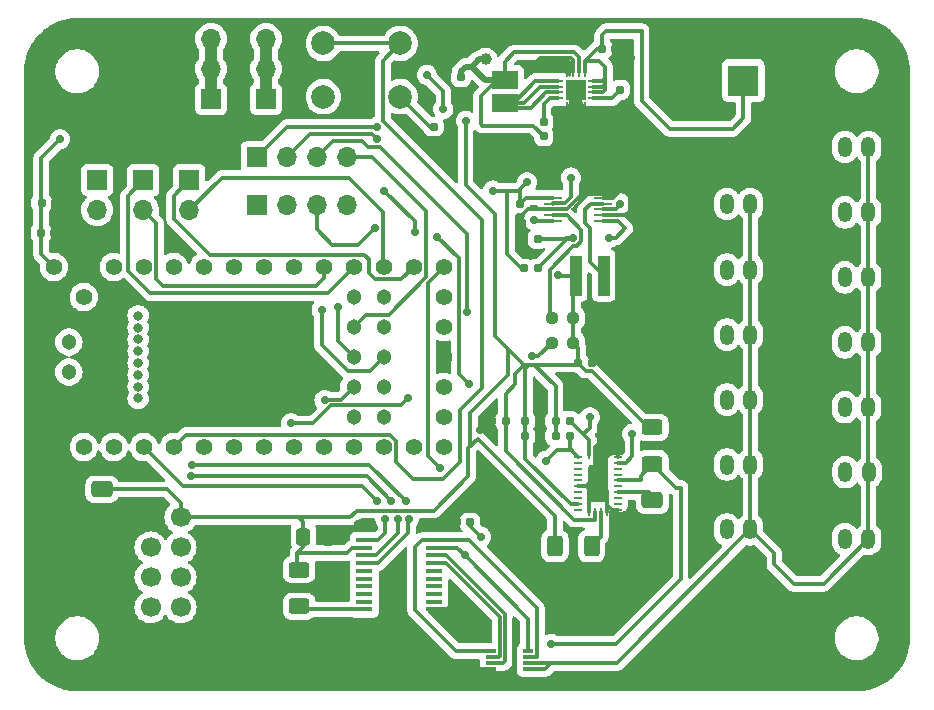
<source format=gbr>
%TF.GenerationSoftware,KiCad,Pcbnew,8.0.7*%
%TF.CreationDate,2024-12-28T15:18:57+07:00*%
%TF.ProjectId,Teensy4.0PCB,5465656e-7379-4342-9e30-5043422e6b69,rev?*%
%TF.SameCoordinates,Original*%
%TF.FileFunction,Copper,L1,Top*%
%TF.FilePolarity,Positive*%
%FSLAX46Y46*%
G04 Gerber Fmt 4.6, Leading zero omitted, Abs format (unit mm)*
G04 Created by KiCad (PCBNEW 8.0.7) date 2024-12-28 15:18:57*
%MOMM*%
%LPD*%
G01*
G04 APERTURE LIST*
G04 Aperture macros list*
%AMRoundRect*
0 Rectangle with rounded corners*
0 $1 Rounding radius*
0 $2 $3 $4 $5 $6 $7 $8 $9 X,Y pos of 4 corners*
0 Add a 4 corners polygon primitive as box body*
4,1,4,$2,$3,$4,$5,$6,$7,$8,$9,$2,$3,0*
0 Add four circle primitives for the rounded corners*
1,1,$1+$1,$2,$3*
1,1,$1+$1,$4,$5*
1,1,$1+$1,$6,$7*
1,1,$1+$1,$8,$9*
0 Add four rect primitives between the rounded corners*
20,1,$1+$1,$2,$3,$4,$5,0*
20,1,$1+$1,$4,$5,$6,$7,0*
20,1,$1+$1,$6,$7,$8,$9,0*
20,1,$1+$1,$8,$9,$2,$3,0*%
G04 Aperture macros list end*
%TA.AperFunction,SMDPad,CuDef*%
%ADD10RoundRect,0.155000X-0.155000X0.212500X-0.155000X-0.212500X0.155000X-0.212500X0.155000X0.212500X0*%
%TD*%
%TA.AperFunction,SMDPad,CuDef*%
%ADD11RoundRect,0.155000X0.212500X0.155000X-0.212500X0.155000X-0.212500X-0.155000X0.212500X-0.155000X0*%
%TD*%
%TA.AperFunction,SMDPad,CuDef*%
%ADD12RoundRect,0.160000X0.160000X-0.197500X0.160000X0.197500X-0.160000X0.197500X-0.160000X-0.197500X0*%
%TD*%
%TA.AperFunction,SMDPad,CuDef*%
%ADD13RoundRect,0.160000X-0.197500X-0.160000X0.197500X-0.160000X0.197500X0.160000X-0.197500X0.160000X0*%
%TD*%
%TA.AperFunction,SMDPad,CuDef*%
%ADD14R,0.850000X0.280000*%
%TD*%
%TA.AperFunction,SMDPad,CuDef*%
%ADD15R,0.280000X0.850000*%
%TD*%
%TA.AperFunction,SMDPad,CuDef*%
%ADD16R,1.700000X1.700000*%
%TD*%
%TA.AperFunction,SMDPad,CuDef*%
%ADD17R,1.574800X0.279400*%
%TD*%
%TA.AperFunction,SMDPad,CuDef*%
%ADD18R,0.850000X0.300000*%
%TD*%
%TA.AperFunction,SMDPad,CuDef*%
%ADD19R,1.475000X0.450000*%
%TD*%
%TA.AperFunction,SMDPad,CuDef*%
%ADD20RoundRect,0.250000X-0.337500X-0.475000X0.337500X-0.475000X0.337500X0.475000X-0.337500X0.475000X0*%
%TD*%
%TA.AperFunction,SMDPad,CuDef*%
%ADD21RoundRect,0.250000X-0.625000X0.400000X-0.625000X-0.400000X0.625000X-0.400000X0.625000X0.400000X0*%
%TD*%
%TA.AperFunction,SMDPad,CuDef*%
%ADD22RoundRect,0.250000X0.650000X-0.412500X0.650000X0.412500X-0.650000X0.412500X-0.650000X-0.412500X0*%
%TD*%
%TA.AperFunction,SMDPad,CuDef*%
%ADD23RoundRect,0.250000X-0.400000X-0.625000X0.400000X-0.625000X0.400000X0.625000X-0.400000X0.625000X0*%
%TD*%
%TA.AperFunction,SMDPad,CuDef*%
%ADD24RoundRect,0.155000X-0.212500X-0.155000X0.212500X-0.155000X0.212500X0.155000X-0.212500X0.155000X0*%
%TD*%
%TA.AperFunction,SMDPad,CuDef*%
%ADD25R,2.260600X1.498600*%
%TD*%
%TA.AperFunction,SMDPad,CuDef*%
%ADD26R,0.980000X3.400000*%
%TD*%
%TA.AperFunction,SMDPad,CuDef*%
%ADD27RoundRect,0.237500X-0.250000X-0.237500X0.250000X-0.237500X0.250000X0.237500X-0.250000X0.237500X0*%
%TD*%
%TA.AperFunction,SMDPad,CuDef*%
%ADD28RoundRect,0.160000X0.197500X0.160000X-0.197500X0.160000X-0.197500X-0.160000X0.197500X-0.160000X0*%
%TD*%
%TA.AperFunction,SMDPad,CuDef*%
%ADD29R,0.675000X0.254000*%
%TD*%
%TA.AperFunction,SMDPad,CuDef*%
%ADD30R,0.254000X0.675000*%
%TD*%
%TA.AperFunction,ComponentPad*%
%ADD31R,1.700000X1.700000*%
%TD*%
%TA.AperFunction,ComponentPad*%
%ADD32C,1.700000*%
%TD*%
%TA.AperFunction,ComponentPad*%
%ADD33C,1.404000*%
%TD*%
%TA.AperFunction,ComponentPad*%
%ADD34C,1.304000*%
%TD*%
%TA.AperFunction,ComponentPad*%
%ADD35C,0.804000*%
%TD*%
%TA.AperFunction,ComponentPad*%
%ADD36RoundRect,0.250000X-0.350000X-0.625000X0.350000X-0.625000X0.350000X0.625000X-0.350000X0.625000X0*%
%TD*%
%TA.AperFunction,ComponentPad*%
%ADD37O,1.200000X1.750000*%
%TD*%
%TA.AperFunction,ComponentPad*%
%ADD38O,1.700000X1.700000*%
%TD*%
%TA.AperFunction,ComponentPad*%
%ADD39C,2.000000*%
%TD*%
%TA.AperFunction,ComponentPad*%
%ADD40R,2.600000X2.600000*%
%TD*%
%TA.AperFunction,ComponentPad*%
%ADD41C,2.600000*%
%TD*%
%TA.AperFunction,ViaPad*%
%ADD42C,0.700000*%
%TD*%
%TA.AperFunction,ViaPad*%
%ADD43C,1.000000*%
%TD*%
%TA.AperFunction,Conductor*%
%ADD44C,0.300000*%
%TD*%
%TA.AperFunction,Conductor*%
%ADD45C,1.000000*%
%TD*%
%TA.AperFunction,Conductor*%
%ADD46C,0.500000*%
%TD*%
G04 APERTURE END LIST*
D10*
%TO.P,C10,2*%
%TO.N,Net-(U4-SS{slash}TR)*%
X159999999Y-72767502D03*
%TO.P,C10,1*%
%TO.N,GND*%
X159999999Y-71632502D03*
%TD*%
D11*
%TO.P,C11,2*%
%TO.N,VCC*%
X158432499Y-69300002D03*
%TO.P,C11,1*%
%TO.N,GND*%
X159567499Y-69300002D03*
%TD*%
D12*
%TO.P,R7,1*%
%TO.N,+5V*%
X153500000Y-76697500D03*
%TO.P,R7,2*%
%TO.N,Net-(U4-PG)*%
X153500000Y-75502500D03*
%TD*%
D13*
%TO.P,R4,2*%
%TO.N,GND*%
X145397500Y-75900000D03*
%TO.P,R4,1*%
%TO.N,Net-(Button1-Pad2)*%
X144202500Y-75900000D03*
%TD*%
D10*
%TO.P,C14,1*%
%TO.N,+5V*%
X146500000Y-71700000D03*
%TO.P,C14,2*%
%TO.N,GND*%
X146500000Y-72835000D03*
%TD*%
D14*
%TO.P,U4,1,SW*%
%TO.N,Net-(L1-Pad2)*%
X154749997Y-72000000D03*
%TO.P,U4,2,SW*%
X154749997Y-72500001D03*
%TO.P,U4,3,SW*%
X154749997Y-73000001D03*
%TO.P,U4,4,PG*%
%TO.N,Net-(U4-PG)*%
X154749997Y-73500002D03*
D15*
%TO.P,U4,5,FB*%
%TO.N,GND*%
X155474809Y-74225002D03*
%TO.P,U4,6,AGND*%
X155974935Y-74225002D03*
%TO.P,U4,7,FSW*%
X156475061Y-74225002D03*
%TO.P,U4,8,DEF*%
X156975187Y-74225002D03*
D14*
%TO.P,U4,9,SS/TR*%
%TO.N,Net-(U4-SS{slash}TR)*%
X157699999Y-73500002D03*
%TO.P,U4,10,AVIN*%
%TO.N,VCC*%
X157699999Y-73000001D03*
%TO.P,U4,11,PVIN*%
X157699999Y-72500001D03*
%TO.P,U4,12,PVIN*%
X157699999Y-72000000D03*
D15*
%TO.P,U4,13,EN*%
X156975187Y-71275000D03*
%TO.P,U4,14,VOS*%
%TO.N,+5V*%
X156475061Y-71275000D03*
%TO.P,U4,15,PGND*%
%TO.N,GND*%
X155974935Y-71275000D03*
%TO.P,U4,16,PGND*%
X155474809Y-71275000D03*
D16*
%TO.P,U4,17,EPAD*%
X156224998Y-72750001D03*
%TD*%
D17*
%TO.P,U5,1,VIN*%
%TO.N,+5V*%
X154304500Y-81899999D03*
%TO.P,U5,2,LBO*%
%TO.N,Net-(U5-LBO)*%
X154304500Y-82400001D03*
%TO.P,U5,3,GND*%
%TO.N,GND*%
X154304500Y-82900000D03*
%TO.P,U5,4,PG*%
%TO.N,Net-(U5-PG)*%
X154304500Y-83399999D03*
%TO.P,U5,5,FB*%
%TO.N,+3.3V*%
X154304500Y-83900001D03*
%TO.P,U5,6,LBI*%
%TO.N,Net-(U5-LBI)*%
X158495500Y-83900001D03*
%TO.P,U5,7,SYNC*%
%TO.N,GND*%
X158495500Y-83399999D03*
%TO.P,U5,8,EN*%
%TO.N,+5V*%
X158495500Y-82900000D03*
%TO.P,U5,9,SW*%
%TO.N,Net-(U5-SW)*%
X158495500Y-82400001D03*
%TO.P,U5,10,PGND*%
%TO.N,GND*%
X158495500Y-81899999D03*
%TD*%
D18*
%TO.P,IC2,1,~{OE}*%
%TO.N,Net-(IC1-B1)*%
X149000000Y-120300000D03*
%TO.P,IC2,2,A1*%
%TO.N,Net-(IC1-B3)*%
X149000000Y-120800000D03*
%TO.P,IC2,3,Y2*%
%TO.N,Net-(IC1-B2)*%
X149000000Y-121300000D03*
%TO.P,IC2,4,GND*%
%TO.N,GND*%
X149000000Y-121800000D03*
%TO.P,IC2,5,A2*%
%TO.N,Net-(IC2-A2)*%
X152150000Y-121800000D03*
%TO.P,IC2,6,Y1*%
X152150000Y-121300000D03*
%TO.P,IC2,7,OE*%
%TO.N,Net-(IC1-B1)*%
X152150000Y-120800000D03*
%TO.P,IC2,8,VCC*%
%TO.N,+5V*%
X152150000Y-120300000D03*
%TD*%
D19*
%TO.P,IC1,1,A1*%
%TO.N,/servo_dir*%
X138324000Y-110900000D03*
%TO.P,IC1,2,VCCA*%
%TO.N,+3.3V*%
X138324000Y-111550000D03*
%TO.P,IC1,3,A2*%
%TO.N,/servo_rx1*%
X138324000Y-112200000D03*
%TO.P,IC1,4,A3*%
%TO.N,/servo_tx1*%
X138324000Y-112850000D03*
%TO.P,IC1,5,A4*%
%TO.N,unconnected-(IC1-A4-Pad5)*%
X138324000Y-113500000D03*
%TO.P,IC1,6,A5*%
%TO.N,unconnected-(IC1-A5-Pad6)*%
X138324000Y-114150000D03*
%TO.P,IC1,7,A6*%
%TO.N,unconnected-(IC1-A6-Pad7)*%
X138324000Y-114800000D03*
%TO.P,IC1,8,A7*%
%TO.N,unconnected-(IC1-A7-Pad8)*%
X138324000Y-115450000D03*
%TO.P,IC1,9,A8*%
%TO.N,unconnected-(IC1-A8-Pad9)*%
X138324000Y-116100000D03*
%TO.P,IC1,10,OE*%
%TO.N,Net-(IC1-OE)*%
X138324000Y-116750000D03*
%TO.P,IC1,11,GND*%
%TO.N,GND*%
X144200000Y-116750000D03*
%TO.P,IC1,12,B8*%
%TO.N,unconnected-(IC1-B8-Pad12)*%
X144200000Y-116100000D03*
%TO.P,IC1,13,B7*%
%TO.N,unconnected-(IC1-B7-Pad13)*%
X144200000Y-115450000D03*
%TO.P,IC1,14,B6*%
%TO.N,unconnected-(IC1-B6-Pad14)*%
X144200000Y-114800000D03*
%TO.P,IC1,15,B5*%
%TO.N,unconnected-(IC1-B5-Pad15)*%
X144200000Y-114150000D03*
%TO.P,IC1,16,B4*%
%TO.N,unconnected-(IC1-B4-Pad16)*%
X144200000Y-113500000D03*
%TO.P,IC1,17,B3*%
%TO.N,Net-(IC1-B3)*%
X144200000Y-112850000D03*
%TO.P,IC1,18,B2*%
%TO.N,Net-(IC1-B2)*%
X144200000Y-112200000D03*
%TO.P,IC1,19,VCCB*%
%TO.N,+5V*%
X144200000Y-111550000D03*
%TO.P,IC1,20,B1*%
%TO.N,Net-(IC1-B1)*%
X144200000Y-110900000D03*
%TD*%
D20*
%TO.P,C6,1*%
%TO.N,+3.3V*%
X133162500Y-110600000D03*
%TO.P,C6,2*%
%TO.N,GND*%
X135237500Y-110600000D03*
%TD*%
D21*
%TO.P,R1,1*%
%TO.N,+3.3V*%
X162700000Y-101350000D03*
%TO.P,R1,2*%
%TO.N,/BNO_RESET*%
X162700000Y-104450000D03*
%TD*%
D22*
%TO.P,C5,1*%
%TO.N,GND*%
X162700000Y-110662500D03*
%TO.P,C5,2*%
%TO.N,Net-(U3-CAP)*%
X162700000Y-107537500D03*
%TD*%
D23*
%TO.P,R2,1*%
%TO.N,+3.3V*%
X154450000Y-111400000D03*
%TO.P,R2,2*%
%TO.N,Net-(U3-~{BOOT_LOAD_PIN})*%
X157550000Y-111400000D03*
%TD*%
D22*
%TO.P,C1,1*%
%TO.N,GND*%
X116100000Y-109725000D03*
%TO.P,C1,2*%
%TO.N,+3.3V*%
X116100000Y-106600000D03*
%TD*%
D21*
%TO.P,R3,1*%
%TO.N,+3.3V*%
X132800000Y-113400000D03*
%TO.P,R3,2*%
%TO.N,Net-(IC1-OE)*%
X132800000Y-116500000D03*
%TD*%
D24*
%TO.P,C13,1*%
%TO.N,+3.3V*%
X156432500Y-95900000D03*
%TO.P,C13,2*%
%TO.N,GND*%
X157567500Y-95900000D03*
%TD*%
D10*
%TO.P,C12,1*%
%TO.N,+5V*%
X151500000Y-82432500D03*
%TO.P,C12,2*%
%TO.N,GND*%
X151500000Y-83567500D03*
%TD*%
D24*
%TO.P,C9,1*%
%TO.N,+5V*%
X110932500Y-84900000D03*
%TO.P,C9,2*%
%TO.N,GND*%
X112067500Y-84900000D03*
%TD*%
%TO.P,C8,1*%
%TO.N,+5V*%
X110982500Y-82360000D03*
%TO.P,C8,2*%
%TO.N,GND*%
X112117500Y-82360000D03*
%TD*%
D11*
%TO.P,C7,1*%
%TO.N,+5V*%
X147267500Y-109400000D03*
%TO.P,C7,2*%
%TO.N,GND*%
X146132500Y-109400000D03*
%TD*%
D24*
%TO.P,C4,1*%
%TO.N,+3.3V*%
X151932500Y-100800000D03*
%TO.P,C4,2*%
%TO.N,GND*%
X153067500Y-100800000D03*
%TD*%
D11*
%TO.P,C3,1*%
%TO.N,GND*%
X153067500Y-102100000D03*
%TO.P,C3,2*%
%TO.N,+3.3V*%
X151932500Y-102100000D03*
%TD*%
D24*
%TO.P,C2,1*%
%TO.N,GND*%
X149132500Y-100800000D03*
%TO.P,C2,2*%
%TO.N,+3.3V*%
X150267500Y-100800000D03*
%TD*%
D25*
%TO.P,L1,1,1*%
%TO.N,+5V*%
X150200000Y-71947500D03*
%TO.P,L1,2,2*%
%TO.N,Net-(L1-Pad2)*%
X150200000Y-73852500D03*
%TD*%
D26*
%TO.P,L2,1,1*%
%TO.N,+3.3V*%
X156215000Y-88500000D03*
%TO.P,L2,2,2*%
%TO.N,Net-(U5-SW)*%
X158585000Y-88500000D03*
%TD*%
D27*
%TO.P,R11,1*%
%TO.N,Net-(U5-LBO)*%
X154175000Y-94200000D03*
%TO.P,R11,2*%
%TO.N,+3.3V*%
X156000000Y-94200000D03*
%TD*%
%TO.P,R10,1*%
%TO.N,Net-(U5-PG)*%
X154187500Y-92100000D03*
%TO.P,R10,2*%
%TO.N,+3.3V*%
X156012500Y-92100000D03*
%TD*%
D28*
%TO.P,R9,1*%
%TO.N,Net-(U5-LBI)*%
X152997500Y-85400000D03*
%TO.P,R9,2*%
%TO.N,GND*%
X151802500Y-85400000D03*
%TD*%
D13*
%TO.P,R8,1*%
%TO.N,+5V*%
X151802500Y-87900000D03*
%TO.P,R8,2*%
%TO.N,Net-(U5-LBI)*%
X152997500Y-87900000D03*
%TD*%
D29*
%TO.P,U3,1,PIN1*%
%TO.N,unconnected-(U3-PIN1-Pad1)*%
X156437500Y-108350000D03*
D30*
%TO.P,U3,2,GND*%
%TO.N,GND*%
X157350000Y-108487500D03*
%TO.P,U3,3,VDD*%
%TO.N,+3.3V*%
X157850000Y-108487500D03*
%TO.P,U3,4,~{BOOT_LOAD_PIN}*%
%TO.N,Net-(U3-~{BOOT_LOAD_PIN})*%
X158350000Y-108487500D03*
%TO.P,U3,5,PS1*%
%TO.N,GND*%
X158850000Y-108487500D03*
D29*
%TO.P,U3,6,PS0*%
X159762500Y-108350000D03*
%TO.P,U3,7,PIN7*%
%TO.N,unconnected-(U3-PIN7-Pad7)*%
X159762500Y-107850000D03*
%TO.P,U3,8,PIN8*%
%TO.N,unconnected-(U3-PIN8-Pad8)*%
X159762500Y-107350000D03*
%TO.P,U3,9,CAP*%
%TO.N,Net-(U3-CAP)*%
X159762500Y-106850000D03*
%TO.P,U3,10,BL_IND*%
%TO.N,unconnected-(U3-BL_IND-Pad10)*%
X159762500Y-106350000D03*
%TO.P,U3,11,~{RESET}*%
%TO.N,/BNO_RESET*%
X159762500Y-105850000D03*
%TO.P,U3,12,PIN12*%
%TO.N,unconnected-(U3-PIN12-Pad12)*%
X159762500Y-105350000D03*
%TO.P,U3,13,PIN13*%
%TO.N,unconnected-(U3-PIN13-Pad13)*%
X159762500Y-104850000D03*
%TO.P,U3,14,INT*%
%TO.N,/BNO_INT*%
X159762500Y-104350000D03*
%TO.P,U3,15,GNDIO*%
%TO.N,GND*%
X159762500Y-103850000D03*
D30*
%TO.P,U3,16,GNDIO*%
X158850000Y-103712500D03*
%TO.P,U3,17,COM3*%
X158350000Y-103712500D03*
%TO.P,U3,18,COM2*%
X157850000Y-103712500D03*
%TO.P,U3,19,COM1*%
%TO.N,/SCL*%
X157350000Y-103712500D03*
D29*
%TO.P,U3,20,COM0*%
%TO.N,/SDA*%
X156437500Y-103850000D03*
%TO.P,U3,21,PIN21*%
%TO.N,unconnected-(U3-PIN21-Pad21)*%
X156437500Y-104350000D03*
%TO.P,U3,22,PIN22*%
%TO.N,unconnected-(U3-PIN22-Pad22)*%
X156437500Y-104850000D03*
%TO.P,U3,23,PIN23*%
%TO.N,unconnected-(U3-PIN23-Pad23)*%
X156437500Y-105350000D03*
%TO.P,U3,24,PIN24*%
%TO.N,unconnected-(U3-PIN24-Pad24)*%
X156437500Y-105850000D03*
%TO.P,U3,25,GNDIO*%
%TO.N,GND*%
X156437500Y-106350000D03*
%TO.P,U3,26,XOUT32*%
%TO.N,unconnected-(U3-XOUT32-Pad26)*%
X156437500Y-106850000D03*
%TO.P,U3,27,XIN32*%
%TO.N,unconnected-(U3-XIN32-Pad27)*%
X156437500Y-107350000D03*
%TO.P,U3,28,VDDIO*%
%TO.N,+3.3V*%
X156437500Y-107850000D03*
%TD*%
D31*
%TO.P,U2,1,GND*%
%TO.N,GND*%
X120210500Y-108975000D03*
D32*
%TO.P,U2,2,VCC*%
%TO.N,+3.3V*%
X122750500Y-108975000D03*
%TO.P,U2,3,CE*%
%TO.N,/NRF_CE*%
X120210500Y-111515000D03*
%TO.P,U2,4,~{CSN}*%
%TO.N,/NRF_CS*%
X122750500Y-111515000D03*
%TO.P,U2,5,SCK*%
%TO.N,/NRF_SCK*%
X120210500Y-114055000D03*
%TO.P,U2,6,MOSI*%
%TO.N,/NRF_MOSI*%
X122750500Y-114055000D03*
%TO.P,U2,7,MISO*%
%TO.N,/NRF_MISO*%
X120210500Y-116595000D03*
%TO.P,U2,8,IRQ*%
%TO.N,unconnected-(U2-IRQ-Pad8)*%
X122750500Y-116595000D03*
%TD*%
D33*
%TO.P,U1,13,11_MOSI_CTX1*%
%TO.N,/NRF_MOSI*%
X142505000Y-103020000D03*
%TO.P,U1,33,VIN*%
%TO.N,+5V*%
X112025000Y-87780000D03*
%TO.P,U1,34,VUSB*%
%TO.N,unconnected-(U1-VUSB-Pad34)*%
X114565000Y-90320000D03*
%TO.P,U1,32,GND*%
%TO.N,GND*%
X114565000Y-87780000D03*
%TO.P,U1,31,3V3*%
%TO.N,unconnected-(U1-3V3-Pad31)*%
X117105000Y-87780000D03*
%TO.P,U1,30,23_A9_CRX1_MCLK1*%
%TO.N,unconnected-(U1-23_A9_CRX1_MCLK1-Pad30)*%
X119645000Y-87780000D03*
%TO.P,U1,29,22_A8_CTX1*%
%TO.N,unconnected-(U1-22_A8_CTX1-Pad29)*%
X122185000Y-87780000D03*
%TO.P,U1,28,21_A7_RX5_BCLK1*%
%TO.N,/serial_tx5*%
X124725000Y-87780000D03*
%TO.P,U1,27,20_A6_TX5_LRCLK1*%
%TO.N,/serial_rx5*%
X127265000Y-87780000D03*
%TO.P,U1,26,19_A5_SCL0*%
%TO.N,/SCL*%
X129805000Y-87780000D03*
%TO.P,U1,25,18_A4_SDA0*%
%TO.N,/SDA*%
X132345000Y-87780000D03*
%TO.P,U1,24,17_A3_TX4_SDA1*%
%TO.N,/serial_tx4*%
X134885000Y-87780000D03*
%TO.P,U1,23,16_A2_RX4_SCL1*%
%TO.N,/serial_rx4*%
X137425000Y-87780000D03*
%TO.P,U1,22,15_A1_RX3_SPDIF_IN*%
%TO.N,/serial_tx3*%
X139965000Y-87780000D03*
%TO.P,U1,21,14_A0_TX3_SPDIF_OUT*%
%TO.N,/serial_rx3*%
X142505000Y-87780000D03*
%TO.P,U1,20,13_SCK_CRX1_LED*%
%TO.N,/NRF_SCK*%
X145045000Y-87780000D03*
%TO.P,U1,19,ON_OFF*%
%TO.N,unconnected-(U1-ON_OFF-Pad19)*%
X145045000Y-90320000D03*
%TO.P,U1,18,PROGRAM*%
%TO.N,unconnected-(U1-PROGRAM-Pad18)*%
X145045000Y-92860000D03*
%TO.P,U1,17,GND*%
%TO.N,GND*%
X145045000Y-95400000D03*
%TO.P,U1,16,3V3*%
%TO.N,unconnected-(U1-3V3-Pad16)*%
X145045000Y-97940000D03*
%TO.P,U1,15,VBAT*%
%TO.N,unconnected-(U1-VBAT-Pad15)*%
X145045000Y-100480000D03*
%TO.P,U1,14,12_MISO_MQSL*%
%TO.N,/NRF_MISO*%
X145045000Y-103020000D03*
%TO.P,U1,12,10_CS_MQSR*%
%TO.N,/NRF_CS*%
X139965000Y-103020000D03*
%TO.P,U1,11,9_OUT1C*%
%TO.N,/NRF_CE*%
X137425000Y-103020000D03*
%TO.P,U1,10,8_TX2_IN1*%
%TO.N,unconnected-(U1-8_TX2_IN1-Pad10)*%
X134885000Y-103020000D03*
%TO.P,U1,9,7_RX2_OUT1A*%
%TO.N,unconnected-(U1-7_RX2_OUT1A-Pad9)*%
X132345000Y-103020000D03*
%TO.P,U1,8,6_OUT1D*%
%TO.N,/BNO_INT*%
X129805000Y-103020000D03*
%TO.P,U1,7,5_IN2*%
%TO.N,/BNO_RESET*%
X127265000Y-103020000D03*
%TO.P,U1,6,4_BCLK2*%
%TO.N,unconnected-(U1-4_BCLK2-Pad6)*%
X124725000Y-103020000D03*
%TO.P,U1,5,3_LRCLK2*%
%TO.N,/button_pin*%
X122185000Y-103020000D03*
%TO.P,U1,4,2_OUT2*%
%TO.N,/servo_dir*%
X119645000Y-103020000D03*
%TO.P,U1,3,1_TX1_CTX2_MISO1*%
%TO.N,/servo_tx1*%
X117105000Y-103020000D03*
D34*
%TO.P,U1,54,D+*%
%TO.N,unconnected-(U1-D+-Pad54)*%
X113295000Y-96670000D03*
%TO.P,U1,53,D-*%
%TO.N,unconnected-(U1-D--Pad53)*%
X113295000Y-94130000D03*
D35*
%TO.P,U1,52,39_DAT2_TX5*%
%TO.N,unconnected-(U1-39_DAT2_TX5-Pad52)*%
X119163400Y-98900000D03*
%TO.P,U1,51,38_DAT3_RX5*%
%TO.N,unconnected-(U1-38_DAT3_RX5-Pad51)*%
X119163400Y-97900000D03*
%TO.P,U1,50,37_CMD_SCK2*%
%TO.N,unconnected-(U1-37_CMD_SCK2-Pad50)*%
X119163400Y-96900000D03*
%TO.P,U1,49,3V3*%
%TO.N,unconnected-(U1-3V3-Pad49)*%
X119163400Y-95900000D03*
%TO.P,U1,48,36_CLK_CS2*%
%TO.N,unconnected-(U1-36_CLK_CS2-Pad48)*%
X119163400Y-94900000D03*
%TO.P,U1,47,GND*%
%TO.N,unconnected-(U1-GND-Pad47)*%
X119163400Y-93900000D03*
%TO.P,U1,46,35_DAT0_MOSI2*%
%TO.N,unconnected-(U1-35_DAT0_MOSI2-Pad46)*%
X119163400Y-92900000D03*
%TO.P,U1,45,34_DAT1_MISO2*%
%TO.N,unconnected-(U1-34_DAT1_MISO2-Pad45)*%
X119163400Y-91900000D03*
D34*
%TO.P,U1,44,33_MCLK2*%
%TO.N,unconnected-(U1-33_MCLK2-Pad44)*%
X137425000Y-100480000D03*
%TO.P,U1,43,32_OUT1B*%
%TO.N,unconnected-(U1-32_OUT1B-Pad43)*%
X139965000Y-100480000D03*
%TO.P,U1,42,31_CTX3*%
%TO.N,Net-(J2-Pin_4)*%
X137425000Y-97940000D03*
%TO.P,U1,41,30_CRX3*%
%TO.N,Net-(J2-Pin_3)*%
X139965000Y-97940000D03*
%TO.P,U1,40,29_TX7*%
%TO.N,Net-(J2-Pin_2)*%
X137425000Y-95400000D03*
%TO.P,U1,39,28_RX7*%
%TO.N,Net-(J2-Pin_1)*%
X139965000Y-95400000D03*
%TO.P,U1,38,27_A13_SCK1*%
%TO.N,Net-(J1-Pin_4)*%
X137425000Y-92860000D03*
%TO.P,U1,37,26_A12_MOSI1*%
%TO.N,Net-(J1-Pin_3)*%
X139965000Y-92860000D03*
%TO.P,U1,36,25_A11_RX6_SDA2*%
%TO.N,Net-(J1-Pin_2)*%
X137425000Y-90320000D03*
%TO.P,U1,35,24_A10_TX6_SCL2*%
%TO.N,Net-(J1-Pin_1)*%
X139965000Y-90320000D03*
D33*
%TO.P,U1,2,0_RX1_CRX2_CS1*%
%TO.N,/servo_rx1*%
X114565000Y-103020000D03*
%TO.P,U1,1,GND*%
%TO.N,GND*%
X112025000Y-103020000D03*
%TD*%
D36*
%TO.P,servo13,1,Pin_1*%
%TO.N,GND*%
X177050000Y-105150000D03*
D37*
%TO.P,servo13,2,Pin_2*%
%TO.N,VCC*%
X179050000Y-105150000D03*
%TO.P,servo13,3,Pin_3*%
%TO.N,Net-(IC2-A2)*%
X181050000Y-105150000D03*
%TD*%
D36*
%TO.P,servo12,1,Pin_1*%
%TO.N,GND*%
X177000000Y-110800000D03*
D37*
%TO.P,servo12,2,Pin_2*%
%TO.N,VCC*%
X179000000Y-110800000D03*
%TO.P,servo12,3,Pin_3*%
%TO.N,Net-(IC2-A2)*%
X181000000Y-110800000D03*
%TD*%
D36*
%TO.P,servo11,1,Pin_1*%
%TO.N,GND*%
X167000000Y-110000000D03*
D37*
%TO.P,servo11,2,Pin_2*%
%TO.N,VCC*%
X169000000Y-110000000D03*
%TO.P,servo11,3,Pin_3*%
%TO.N,Net-(IC2-A2)*%
X171000000Y-110000000D03*
%TD*%
D36*
%TO.P,servo10,1,Pin_1*%
%TO.N,GND*%
X177000000Y-99650000D03*
D37*
%TO.P,servo10,2,Pin_2*%
%TO.N,VCC*%
X179000000Y-99650000D03*
%TO.P,servo10,3,Pin_3*%
%TO.N,Net-(IC2-A2)*%
X181000000Y-99650000D03*
%TD*%
D36*
%TO.P,servo9,1,Pin_1*%
%TO.N,GND*%
X177000000Y-94150000D03*
D37*
%TO.P,servo9,2,Pin_2*%
%TO.N,VCC*%
X179000000Y-94150000D03*
%TO.P,servo9,3,Pin_3*%
%TO.N,Net-(IC2-A2)*%
X181000000Y-94150000D03*
%TD*%
D36*
%TO.P,servo8,1,Pin_1*%
%TO.N,GND*%
X177000000Y-88650000D03*
D37*
%TO.P,servo8,2,Pin_2*%
%TO.N,VCC*%
X179000000Y-88650000D03*
%TO.P,servo8,3,Pin_3*%
%TO.N,Net-(IC2-A2)*%
X181000000Y-88650000D03*
%TD*%
D36*
%TO.P,servo7,1,Pin_1*%
%TO.N,GND*%
X177000000Y-83150000D03*
D37*
%TO.P,servo7,2,Pin_2*%
%TO.N,VCC*%
X179000000Y-83150000D03*
%TO.P,servo7,3,Pin_3*%
%TO.N,Net-(IC2-A2)*%
X181000000Y-83150000D03*
%TD*%
D36*
%TO.P,servo6,1,Pin_1*%
%TO.N,GND*%
X177000000Y-77600000D03*
D37*
%TO.P,servo6,2,Pin_2*%
%TO.N,VCC*%
X179000000Y-77600000D03*
%TO.P,servo6,3,Pin_3*%
%TO.N,Net-(IC2-A2)*%
X181000000Y-77600000D03*
%TD*%
D36*
%TO.P,servo5,1,Pin_1*%
%TO.N,GND*%
X167000000Y-104500000D03*
D37*
%TO.P,servo5,2,Pin_2*%
%TO.N,VCC*%
X169000000Y-104500000D03*
%TO.P,servo5,3,Pin_3*%
%TO.N,Net-(IC2-A2)*%
X171000000Y-104500000D03*
%TD*%
D36*
%TO.P,servo4,1,Pin_1*%
%TO.N,GND*%
X167000000Y-99000000D03*
D37*
%TO.P,servo4,2,Pin_2*%
%TO.N,VCC*%
X169000000Y-99000000D03*
%TO.P,servo4,3,Pin_3*%
%TO.N,Net-(IC2-A2)*%
X171000000Y-99000000D03*
%TD*%
D36*
%TO.P,servo3,1,Pin_1*%
%TO.N,GND*%
X167000000Y-93500000D03*
D37*
%TO.P,servo3,2,Pin_2*%
%TO.N,VCC*%
X169000000Y-93500000D03*
%TO.P,servo3,3,Pin_3*%
%TO.N,Net-(IC2-A2)*%
X171000000Y-93500000D03*
%TD*%
D36*
%TO.P,servo2,1,Pin_1*%
%TO.N,GND*%
X167000000Y-88000000D03*
D37*
%TO.P,servo2,2,Pin_2*%
%TO.N,VCC*%
X169000000Y-88000000D03*
%TO.P,servo2,3,Pin_3*%
%TO.N,Net-(IC2-A2)*%
X171000000Y-88000000D03*
%TD*%
D36*
%TO.P,servo1,1,Pin_1*%
%TO.N,GND*%
X167000000Y-82450000D03*
D37*
%TO.P,servo1,2,Pin_2*%
%TO.N,VCC*%
X169000000Y-82450000D03*
%TO.P,servo1,3,Pin_3*%
%TO.N,Net-(IC2-A2)*%
X171000000Y-82450000D03*
%TD*%
D31*
%TO.P,S5,1,Pin_1*%
%TO.N,/serial_rx5*%
X115700000Y-80400000D03*
D38*
%TO.P,S5,2,Pin_2*%
%TO.N,/serial_tx5*%
X115700000Y-82940000D03*
%TD*%
D31*
%TO.P,S4,1,Pin_1*%
%TO.N,/serial_rx4*%
X119600000Y-80440000D03*
D38*
%TO.P,S4,2,Pin_2*%
%TO.N,/serial_tx4*%
X119600000Y-82980000D03*
%TD*%
D31*
%TO.P,S3,1,Pin_1*%
%TO.N,/serial_rx3*%
X123500000Y-80440000D03*
D38*
%TO.P,S3,2,Pin_2*%
%TO.N,/serial_tx3*%
X123500000Y-82980000D03*
%TD*%
D31*
%TO.P,J2,1,Pin_1*%
%TO.N,Net-(J2-Pin_1)*%
X129200000Y-82500000D03*
D38*
%TO.P,J2,2,Pin_2*%
%TO.N,Net-(J2-Pin_2)*%
X131740000Y-82500000D03*
%TO.P,J2,3,Pin_3*%
%TO.N,Net-(J2-Pin_3)*%
X134280000Y-82500000D03*
%TO.P,J2,4,Pin_4*%
%TO.N,Net-(J2-Pin_4)*%
X136820000Y-82500000D03*
%TD*%
D31*
%TO.P,J1,1,Pin_1*%
%TO.N,Net-(J1-Pin_1)*%
X129200000Y-78500000D03*
D38*
%TO.P,J1,2,Pin_2*%
%TO.N,Net-(J1-Pin_2)*%
X131740000Y-78500000D03*
%TO.P,J1,3,Pin_3*%
%TO.N,Net-(J1-Pin_3)*%
X134280000Y-78500000D03*
%TO.P,J1,4,Pin_4*%
%TO.N,Net-(J1-Pin_4)*%
X136820000Y-78500000D03*
%TD*%
D39*
%TO.P,Button,1,1*%
%TO.N,/button_pin*%
X134850000Y-68850000D03*
X141350000Y-68850000D03*
%TO.P,Button,2,2*%
%TO.N,Net-(Button1-Pad2)*%
X134850000Y-73350000D03*
X141350000Y-73350000D03*
%TD*%
D40*
%TO.P,Main-Terminal1,1,Pin_1*%
%TO.N,VCC*%
X170400000Y-72000000D03*
D41*
%TO.P,Main-Terminal1,2,Pin_2*%
%TO.N,GND*%
X165320000Y-72000000D03*
%TD*%
D38*
%TO.P,GND1,3,Pin_3*%
%TO.N,GND*%
X120700000Y-68460000D03*
%TO.P,GND1,2,Pin_2*%
X120700000Y-71000000D03*
D31*
%TO.P,GND1,1,Pin_1*%
X120700000Y-73540000D03*
%TD*%
D38*
%TO.P,5V1,3,Pin_3*%
%TO.N,+5V*%
X125350000Y-68460000D03*
%TO.P,5V1,2,Pin_2*%
X125350000Y-71000000D03*
D31*
%TO.P,5V1,1,Pin_1*%
X125350000Y-73540000D03*
%TD*%
D38*
%TO.P,3.3V1,3,Pin_3*%
%TO.N,+3.3V*%
X130000000Y-68460000D03*
%TO.P,3.3V1,2,Pin_2*%
X130000000Y-71000000D03*
D31*
%TO.P,3.3V1,1,Pin_1*%
X130000000Y-73540000D03*
%TD*%
D13*
%TO.P,R6,1*%
%TO.N,+3.3V*%
X154502500Y-100800000D03*
%TO.P,R6,2*%
%TO.N,/SCL*%
X155697500Y-100800000D03*
%TD*%
D28*
%TO.P,R5,2*%
%TO.N,+3.3V*%
X154502500Y-102100000D03*
%TO.P,R5,1*%
%TO.N,/SDA*%
X155697500Y-102100000D03*
%TD*%
D42*
%TO.N,GND*%
X162950000Y-114650000D03*
X117900000Y-110900000D03*
X156224998Y-72750001D03*
X153000000Y-97900000D03*
%TO.N,+5V*%
X152100000Y-80600000D03*
X160000000Y-82400000D03*
%TO.N,/BNO_INT*%
X132100000Y-101000000D03*
X142000000Y-98900000D03*
%TO.N,+3.3V*%
X143600000Y-71500000D03*
X145000000Y-74400000D03*
X146900000Y-75400000D03*
%TO.N,Net-(J2-Pin_4)*%
X134950000Y-99050000D03*
%TO.N,Net-(J2-Pin_3)*%
X139200000Y-84500000D03*
X140000000Y-81300000D03*
X142600000Y-84800000D03*
X144500000Y-85200000D03*
X147200000Y-97700000D03*
%TO.N,Net-(J2-Pin_1)*%
X134700000Y-91400000D03*
%TO.N,Net-(J2-Pin_2)*%
X136100000Y-91200000D03*
%TO.N,Net-(J1-Pin_3)*%
X147000000Y-91600000D03*
%TO.N,/BNO_RESET*%
X154100000Y-119700000D03*
%TO.N,/BNO_INT*%
X161000000Y-101900000D03*
%TO.N,/SCL*%
X157400000Y-100500000D03*
%TO.N,/SDA*%
X153700000Y-104200000D03*
%TO.N,GND*%
X148100000Y-101600000D03*
X159100000Y-101800000D03*
%TO.N,+5V*%
X112550000Y-76950000D03*
%TO.N,/NRF_SCK*%
X144700000Y-104800000D03*
%TO.N,GND*%
X147400000Y-121800000D03*
X145700000Y-116400000D03*
X144400000Y-109400000D03*
%TO.N,+5V*%
X146800000Y-112200000D03*
X148200000Y-110600000D03*
%TO.N,/servo_tx1*%
X123700000Y-104500000D03*
%TO.N,/servo_rx1*%
X123600000Y-105500000D03*
%TO.N,/servo_tx1*%
X141800000Y-107600000D03*
%TO.N,/servo_rx1*%
X140600000Y-107600000D03*
%TO.N,/servo_dir*%
X139400000Y-107600000D03*
X140100000Y-109100000D03*
%TO.N,/servo_tx1*%
X142100000Y-109100000D03*
%TO.N,/servo_rx1*%
X141200000Y-109100000D03*
%TO.N,GND*%
X137800000Y-109500000D03*
%TO.N,Net-(U5-LBO)*%
X152550000Y-95350000D03*
X155800000Y-80200000D03*
%TO.N,+3.3V*%
X152700000Y-83800000D03*
X154750000Y-88450000D03*
%TO.N,Net-(U5-LBI)*%
X156000000Y-85300000D03*
X159000000Y-85300000D03*
%TO.N,+5V*%
X149200000Y-81300000D03*
%TO.N,GND*%
X160800000Y-80500000D03*
X152600000Y-70700000D03*
D43*
%TO.N,+5V*%
X148600000Y-70200000D03*
D42*
%TO.N,GND*%
X147100000Y-73800000D03*
%TO.N,Net-(J1-Pin_1)*%
X139400000Y-75900000D03*
%TO.N,GND*%
X158299999Y-75900002D03*
X160899999Y-70100002D03*
%TO.N,Net-(J1-Pin_2)*%
X139400000Y-76900000D03*
%TD*%
D44*
%TO.N,+3.3V*%
X151850000Y-96050000D02*
X151100000Y-96800000D01*
X151100000Y-96800000D02*
X151100000Y-97700000D01*
X150267500Y-98532500D02*
X150267500Y-100800000D01*
X151100000Y-97700000D02*
X150267500Y-98532500D01*
X147100000Y-103100000D02*
X147300000Y-102900000D01*
X147300000Y-102900000D02*
X147300000Y-100100000D01*
X147300000Y-100100000D02*
X150500000Y-96900000D01*
X150500000Y-96900000D02*
X150500000Y-94700000D01*
X133162500Y-110600000D02*
X133162500Y-111475000D01*
X133162500Y-111475000D02*
X132637500Y-112000000D01*
X133162500Y-110600000D02*
X133162500Y-109337500D01*
X133162500Y-109337500D02*
X132800000Y-108975000D01*
%TO.N,GND*%
X135237500Y-110600000D02*
X136700000Y-110600000D01*
X136700000Y-110600000D02*
X137800000Y-109500000D01*
%TO.N,/BNO_RESET*%
X162700000Y-104450000D02*
X164700000Y-106450000D01*
X164700000Y-106450000D02*
X165100000Y-106450000D01*
X161700000Y-105850000D02*
X161700000Y-105450000D01*
X161700000Y-105450000D02*
X162700000Y-104450000D01*
%TO.N,GND*%
X162700000Y-110662500D02*
X162700000Y-114400000D01*
X162700000Y-114400000D02*
X162950000Y-114650000D01*
%TO.N,/BNO_RESET*%
X154100000Y-119700000D02*
X159600000Y-119700000D01*
X159600000Y-119700000D02*
X165100000Y-114200000D01*
X165100000Y-114200000D02*
X165100000Y-106450000D01*
%TO.N,+3.3V*%
X163100000Y-101350000D02*
X162344975Y-101350000D01*
X162344975Y-101350000D02*
X157554975Y-96560000D01*
X157554975Y-96560000D02*
X157092500Y-96560000D01*
X157092500Y-96560000D02*
X156432500Y-95900000D01*
%TO.N,/BNO_RESET*%
X161700000Y-105850000D02*
X159762500Y-105850000D01*
%TO.N,GND*%
X162950000Y-114650000D02*
X162900000Y-114700000D01*
%TO.N,Net-(U3-CAP)*%
X163100000Y-107537500D02*
X162412500Y-106850000D01*
X162412500Y-106850000D02*
X159762500Y-106850000D01*
%TO.N,+3.3V*%
X154450000Y-111400000D02*
X154450000Y-108850000D01*
X154450000Y-108850000D02*
X147900000Y-102300000D01*
X147900000Y-102300000D02*
X147100000Y-103100000D01*
%TO.N,Net-(U3-~{BOOT_LOAD_PIN})*%
X157550000Y-111400000D02*
X158350000Y-110600000D01*
X158350000Y-110600000D02*
X158350000Y-108487500D01*
%TO.N,GND*%
X116100000Y-109725000D02*
X119460500Y-109725000D01*
X119460500Y-109725000D02*
X120210500Y-108975000D01*
%TO.N,+3.3V*%
X122750500Y-108975000D02*
X122750500Y-107750500D01*
X122750500Y-107750500D02*
X121600000Y-106600000D01*
X121600000Y-106600000D02*
X116100000Y-106600000D01*
%TO.N,GND*%
X117900000Y-110900000D02*
X118285500Y-110900000D01*
X118285500Y-110900000D02*
X120210500Y-108975000D01*
X117900000Y-110900000D02*
X117275000Y-110900000D01*
X117275000Y-110900000D02*
X116100000Y-109725000D01*
%TO.N,/servo_rx1*%
X138324000Y-112200000D02*
X139336500Y-112200000D01*
X139336500Y-112200000D02*
X141200000Y-110336500D01*
X141200000Y-110336500D02*
X141200000Y-109100000D01*
%TO.N,+3.3V*%
X132637500Y-112000000D02*
X132637500Y-113237500D01*
X132637500Y-112000000D02*
X136836500Y-112000000D01*
X136836500Y-112000000D02*
X137286500Y-111550000D01*
%TO.N,Net-(IC1-OE)*%
X132800000Y-116500000D02*
X133050000Y-116750000D01*
X133050000Y-116750000D02*
X138324000Y-116750000D01*
%TO.N,+3.3V*%
X132637500Y-113237500D02*
X132800000Y-113400000D01*
X137286500Y-111550000D02*
X138324000Y-111550000D01*
X132800000Y-108975000D02*
X122750500Y-108975000D01*
X137125000Y-108975000D02*
X132800000Y-108975000D01*
%TO.N,GND*%
X153067500Y-97967500D02*
X153000000Y-97900000D01*
X153067500Y-100800000D02*
X153067500Y-97967500D01*
X153067500Y-102100000D02*
X153067500Y-100800000D01*
%TO.N,+5V*%
X151500000Y-82432500D02*
X151500000Y-81200000D01*
X151500000Y-81200000D02*
X152100000Y-80600000D01*
X160000000Y-82522601D02*
X160000000Y-82400000D01*
X159622601Y-82900000D02*
X160000000Y-82522601D01*
X158495500Y-82900000D02*
X159622601Y-82900000D01*
%TO.N,GND*%
X158495500Y-83399999D02*
X160500001Y-83399999D01*
X160800000Y-83100000D02*
X160800000Y-81200000D01*
X160500001Y-83399999D02*
X160800000Y-83100000D01*
X157567500Y-95900000D02*
X161600000Y-91867500D01*
X161600000Y-91867500D02*
X161600000Y-82000000D01*
X161600000Y-82000000D02*
X160800000Y-81200000D01*
%TO.N,+5V*%
X152032501Y-81899999D02*
X154304500Y-81899999D01*
%TO.N,/BNO_RESET*%
X163002500Y-104897500D02*
X162200000Y-104897500D01*
%TO.N,/BNO_INT*%
X134000000Y-101000000D02*
X135523000Y-99477000D01*
X141423000Y-99477000D02*
X142000000Y-98900000D01*
X132100000Y-101000000D02*
X134000000Y-101000000D01*
X135523000Y-99477000D02*
X141423000Y-99477000D01*
%TO.N,+3.3V*%
X145000000Y-72900000D02*
X143600000Y-71500000D01*
X145000000Y-74400000D02*
X145000000Y-72900000D01*
%TO.N,/button_pin*%
X139900000Y-70300000D02*
X139900000Y-75410050D01*
X141017000Y-102499000D02*
X140486000Y-101968000D01*
X139900000Y-75410050D02*
X148300000Y-83810050D01*
X123237000Y-101968000D02*
X122185000Y-103020000D01*
X141350000Y-68850000D02*
X139900000Y-70300000D01*
X142410050Y-105700000D02*
X141017000Y-104306950D01*
X148300000Y-97996130D02*
X146400000Y-99896130D01*
X144989950Y-105700000D02*
X142410050Y-105700000D01*
X146400000Y-99896130D02*
X146400000Y-104289950D01*
X146400000Y-104289950D02*
X144989950Y-105700000D01*
X141017000Y-104306950D02*
X141017000Y-102499000D01*
X148300000Y-83810050D02*
X148300000Y-97996130D01*
X140486000Y-101968000D02*
X123237000Y-101968000D01*
%TO.N,+3.3V*%
X151850000Y-96050000D02*
X149400000Y-93600000D01*
X149400000Y-93600000D02*
X149400000Y-83300000D01*
X149400000Y-83300000D02*
X146900000Y-80800000D01*
X146900000Y-80800000D02*
X146900000Y-75400000D01*
D45*
%TO.N,+5V*%
X125350000Y-68460000D02*
X125350000Y-73540000D01*
%TO.N,+3.3V*%
X130000000Y-68460000D02*
X130000000Y-73540000D01*
D44*
X151850000Y-96050000D02*
X152260050Y-96050000D01*
%TO.N,/NRF_SCK*%
X143700000Y-89125000D02*
X145045000Y-87780000D01*
X143700000Y-103800000D02*
X143700000Y-89125000D01*
X144700000Y-104800000D02*
X143700000Y-103800000D01*
%TO.N,/button_pin*%
X141350000Y-68850000D02*
X134850000Y-68850000D01*
%TO.N,Net-(J2-Pin_4)*%
X134950000Y-99050000D02*
X136315000Y-99050000D01*
X136315000Y-99050000D02*
X137425000Y-97940000D01*
%TO.N,Net-(J2-Pin_3)*%
X139200000Y-84500000D02*
X137800000Y-85900000D01*
X137800000Y-85900000D02*
X135600000Y-85900000D01*
X134280000Y-84580000D02*
X134280000Y-82500000D01*
X135600000Y-85900000D02*
X134280000Y-84580000D01*
X142600000Y-83900000D02*
X140000000Y-81300000D01*
X142600000Y-84800000D02*
X142600000Y-83900000D01*
%TO.N,/serial_tx3*%
X123500000Y-82980000D02*
X126280000Y-80200000D01*
X139900000Y-83100000D02*
X139900000Y-87715000D01*
X126280000Y-80200000D02*
X137000000Y-80200000D01*
X137000000Y-80200000D02*
X139900000Y-83100000D01*
X139900000Y-87715000D02*
X139965000Y-87780000D01*
%TO.N,Net-(J2-Pin_3)*%
X146300000Y-87000000D02*
X144500000Y-85200000D01*
X146300000Y-96800000D02*
X146300000Y-87000000D01*
X147200000Y-97700000D02*
X146300000Y-96800000D01*
%TO.N,Net-(J2-Pin_1)*%
X139965000Y-95400000D02*
X138765000Y-96600000D01*
X138765000Y-96600000D02*
X136900000Y-96600000D01*
X136900000Y-96600000D02*
X134700000Y-94400000D01*
X134700000Y-94400000D02*
X134700000Y-91400000D01*
%TO.N,Net-(J2-Pin_2)*%
X136100000Y-91200000D02*
X136100000Y-94075000D01*
X136100000Y-94075000D02*
X137425000Y-95400000D01*
%TO.N,Net-(J1-Pin_3)*%
X134280000Y-78500000D02*
X135653000Y-77127000D01*
X135653000Y-77127000D02*
X138127000Y-77127000D01*
X138127000Y-77127000D02*
X138600000Y-77600000D01*
X138600000Y-77600000D02*
X139600000Y-77600000D01*
X139600000Y-77600000D02*
X147000000Y-85000000D01*
X147000000Y-85000000D02*
X147000000Y-91600000D01*
%TO.N,Net-(J1-Pin_4)*%
X139000000Y-78500000D02*
X143557000Y-83057000D01*
X143557000Y-88643000D02*
X140380042Y-91819958D01*
X143557000Y-83057000D02*
X143557000Y-88643000D01*
X140380042Y-91819958D02*
X138465042Y-91819958D01*
X138465042Y-91819958D02*
X137425000Y-92860000D01*
%TO.N,VCC*%
X161800000Y-73700000D02*
X161800000Y-67800000D01*
X161800000Y-67800000D02*
X158800000Y-67800000D01*
X164200000Y-76100000D02*
X161800000Y-73700000D01*
X158800000Y-67800000D02*
X158432499Y-68167501D01*
%TO.N,Net-(U5-LBI)*%
X152997500Y-85400000D02*
X155900000Y-85400000D01*
X155900000Y-85400000D02*
X156000000Y-85300000D01*
%TO.N,GND*%
X151802500Y-85400000D02*
X151802500Y-83870000D01*
X151802500Y-83870000D02*
X151500000Y-83567500D01*
X145397500Y-75900000D02*
X145397500Y-75502500D01*
X145397500Y-75502500D02*
X147100000Y-73800000D01*
%TO.N,Net-(Button1-Pad2)*%
X141350000Y-73350000D02*
X143900000Y-75900000D01*
X143900000Y-75900000D02*
X144202500Y-75900000D01*
%TO.N,/BNO_INT*%
X160427000Y-104350000D02*
X161000000Y-103777000D01*
X161000000Y-103777000D02*
X161000000Y-101900000D01*
X159762500Y-104350000D02*
X160427000Y-104350000D01*
%TO.N,GND*%
X148100000Y-101600000D02*
X148332500Y-101600000D01*
X148332500Y-101600000D02*
X149132500Y-100800000D01*
%TO.N,+3.3V*%
X147100000Y-105500000D02*
X147100000Y-103100000D01*
%TO.N,/SCL*%
X156848750Y-101951250D02*
X157400000Y-101400000D01*
X157400000Y-101400000D02*
X157400000Y-100500000D01*
X155697500Y-100800000D02*
X156848750Y-101951250D01*
X156848750Y-101951250D02*
X157350000Y-102452500D01*
%TO.N,/SDA*%
X155843750Y-103256250D02*
X154643750Y-103256250D01*
X154643750Y-103256250D02*
X153700000Y-104200000D01*
X155993750Y-103406250D02*
X155843750Y-103256250D01*
X155697500Y-103110000D02*
X155993750Y-103406250D01*
X155993750Y-103406250D02*
X156437500Y-103850000D01*
%TO.N,/SCL*%
X157350000Y-102452500D02*
X157350000Y-103712500D01*
%TO.N,/SDA*%
X155697500Y-102100000D02*
X155697500Y-103110000D01*
%TO.N,+3.3V*%
X152260050Y-96050000D02*
X152700000Y-96050000D01*
X154502500Y-97852500D02*
X152700000Y-96050000D01*
X152700000Y-96050000D02*
X156282500Y-96050000D01*
X154502500Y-100800000D02*
X154502500Y-97852500D01*
X154502500Y-100800000D02*
X154502500Y-102100000D01*
X150267500Y-100800000D02*
X150267500Y-103344500D01*
X156098000Y-109175000D02*
X157827000Y-109175000D01*
X150267500Y-103344500D02*
X156098000Y-109175000D01*
X157827000Y-109175000D02*
X157850000Y-109152000D01*
X157850000Y-109152000D02*
X157850000Y-108487500D01*
X151932500Y-102100000D02*
X151932500Y-104009500D01*
X151932500Y-104009500D02*
X155773000Y-107850000D01*
X155773000Y-107850000D02*
X156437500Y-107850000D01*
X151932500Y-100800000D02*
X151932500Y-102100000D01*
X152260050Y-96050000D02*
X151932500Y-96377550D01*
X151932500Y-96377550D02*
X151932500Y-100800000D01*
%TO.N,GND*%
X157350000Y-108487500D02*
X157350000Y-106598000D01*
X157350000Y-106598000D02*
X157102000Y-106350000D01*
X158850000Y-108487500D02*
X158850000Y-107900000D01*
X158850000Y-107900000D02*
X158850000Y-106750000D01*
X159762500Y-108350000D02*
X159300000Y-108350000D01*
X159300000Y-108350000D02*
X158850000Y-107900000D01*
X157102000Y-106350000D02*
X157776000Y-105676000D01*
X157776000Y-105676000D02*
X157850000Y-105602000D01*
X158850000Y-106750000D02*
X157776000Y-105676000D01*
X156437500Y-106350000D02*
X157102000Y-106350000D01*
X157850000Y-105602000D02*
X157850000Y-103712500D01*
X159762500Y-103850000D02*
X159762500Y-102462500D01*
X159762500Y-102462500D02*
X159100000Y-101800000D01*
X158850000Y-103712500D02*
X158850000Y-102050000D01*
X158850000Y-102050000D02*
X159100000Y-101800000D01*
X158350000Y-103712500D02*
X158350000Y-102550000D01*
X158350000Y-102550000D02*
X159100000Y-101800000D01*
X157850000Y-103050000D02*
X159100000Y-101800000D01*
X157850000Y-103712500D02*
X157850000Y-103050000D01*
D46*
X120700000Y-73540000D02*
X120700000Y-68460000D01*
X114400000Y-77200000D02*
X118600000Y-77200000D01*
X118600000Y-77200000D02*
X120700000Y-75100000D01*
X112117500Y-82360000D02*
X112117500Y-79482500D01*
X112117500Y-79482500D02*
X114400000Y-77200000D01*
X120700000Y-75100000D02*
X120700000Y-73540000D01*
X112067500Y-84900000D02*
X112067500Y-82410000D01*
X112067500Y-82410000D02*
X112117500Y-82360000D01*
D44*
%TO.N,+5V*%
X112550000Y-76950000D02*
X112600000Y-76900000D01*
X110932500Y-78567500D02*
X112550000Y-76950000D01*
X110932500Y-84900000D02*
X110932500Y-78567500D01*
X110932500Y-84900000D02*
X110932500Y-82410000D01*
X110932500Y-82410000D02*
X110982500Y-82360000D01*
X110932500Y-84900000D02*
X110932500Y-86687500D01*
X110932500Y-86687500D02*
X112025000Y-87780000D01*
%TO.N,+3.3V*%
X137600000Y-108500000D02*
X137700000Y-108400000D01*
X137600000Y-108500000D02*
X137125000Y-108975000D01*
%TO.N,GND*%
X119970500Y-108735000D02*
X120210500Y-108975000D01*
%TO.N,Net-(IC2-A2)*%
X152150000Y-121300000D02*
X154100000Y-121300000D01*
X152150000Y-121800000D02*
X153600000Y-121800000D01*
X154100000Y-121300000D02*
X159700000Y-121300000D01*
X153600000Y-121800000D02*
X154100000Y-121300000D01*
%TO.N,+3.3V*%
X144200000Y-108400000D02*
X147100000Y-105500000D01*
X137700000Y-108400000D02*
X144200000Y-108400000D01*
X156282500Y-96050000D02*
X156432500Y-95900000D01*
%TO.N,/NRF_CS*%
X139965000Y-103020000D02*
X140420000Y-103020000D01*
%TO.N,Net-(IC2-A2)*%
X181000000Y-110800000D02*
X181000000Y-77600000D01*
X173025000Y-112025000D02*
X173025000Y-112925000D01*
X173025000Y-112925000D02*
X174700000Y-114600000D01*
X171000000Y-110000000D02*
X173025000Y-112025000D01*
X174700000Y-114600000D02*
X177200000Y-114600000D01*
X177200000Y-114600000D02*
X181000000Y-110800000D01*
X171000000Y-110000000D02*
X171000000Y-82450000D01*
X159700000Y-121300000D02*
X171000000Y-110000000D01*
%TO.N,+5V*%
X152150000Y-120300000D02*
X152150000Y-117550000D01*
X152150000Y-117550000D02*
X146800000Y-112200000D01*
%TO.N,GND*%
X149000000Y-121800000D02*
X147400000Y-121800000D01*
X145350000Y-116750000D02*
X145700000Y-116400000D01*
X144200000Y-116750000D02*
X145350000Y-116750000D01*
X146132500Y-109400000D02*
X144400000Y-109400000D01*
%TO.N,+5V*%
X146150000Y-111550000D02*
X146800000Y-112200000D01*
X144200000Y-111550000D02*
X146150000Y-111550000D01*
X147267500Y-109667500D02*
X148200000Y-110600000D01*
X147267500Y-109400000D02*
X147267500Y-109667500D01*
%TO.N,/servo_tx1*%
X123700000Y-104500000D02*
X123600000Y-104500000D01*
X138700000Y-104500000D02*
X123700000Y-104500000D01*
X141800000Y-107600000D02*
X138700000Y-104500000D01*
%TO.N,/servo_rx1*%
X138500000Y-105500000D02*
X123600000Y-105500000D01*
X140600000Y-107600000D02*
X138500000Y-105500000D01*
%TO.N,/servo_dir*%
X139400000Y-107600000D02*
X138100000Y-106300000D01*
X138100000Y-106300000D02*
X122925000Y-106300000D01*
X122925000Y-106300000D02*
X119645000Y-103020000D01*
X140100000Y-109100000D02*
X140100000Y-110300000D01*
X140100000Y-110300000D02*
X139500000Y-110900000D01*
X139500000Y-110900000D02*
X138324000Y-110900000D01*
%TO.N,/servo_tx1*%
X142100000Y-109100000D02*
X142000000Y-109200000D01*
X142000000Y-109200000D02*
X142000000Y-110300000D01*
X142000000Y-110300000D02*
X139450000Y-112850000D01*
X139450000Y-112850000D02*
X138324000Y-112850000D01*
%TO.N,Net-(IC1-OE)*%
X138271500Y-116697500D02*
X138324000Y-116750000D01*
%TO.N,Net-(IC1-B1)*%
X144200000Y-110900000D02*
X147200000Y-110900000D01*
X152900000Y-120800000D02*
X152150000Y-120800000D01*
X147200000Y-110900000D02*
X152925000Y-116625000D01*
X152925000Y-120775000D02*
X152900000Y-120800000D01*
X152925000Y-116625000D02*
X152925000Y-120775000D01*
X144200000Y-110900000D02*
X143187500Y-110900000D01*
X143187500Y-110900000D02*
X142600000Y-111487500D01*
X142600000Y-111487500D02*
X142600000Y-116812500D01*
X142600000Y-116812500D02*
X146087500Y-120300000D01*
X146087500Y-120300000D02*
X149000000Y-120300000D01*
%TO.N,Net-(IC1-B2)*%
X144200000Y-112200000D02*
X145237500Y-112200000D01*
X145237500Y-112200000D02*
X150202000Y-117164500D01*
X150202000Y-117164500D02*
X150202000Y-121173000D01*
X150202000Y-121173000D02*
X150075000Y-121300000D01*
X150075000Y-121300000D02*
X149000000Y-121300000D01*
%TO.N,Net-(IC1-B3)*%
X144200000Y-112850000D02*
X145237500Y-112850000D01*
X145237500Y-112850000D02*
X149775000Y-117387500D01*
X149725000Y-120800000D02*
X149000000Y-120800000D01*
X149775000Y-117387500D02*
X149775000Y-120750000D01*
X149775000Y-120750000D02*
X149725000Y-120800000D01*
%TO.N,Net-(U5-LBO)*%
X152550000Y-95350000D02*
X153025000Y-95350000D01*
X153025000Y-95350000D02*
X154175000Y-94200000D01*
X155800000Y-81886529D02*
X155800000Y-80200000D01*
X154314802Y-82389699D02*
X155296830Y-82389699D01*
X155296830Y-82389699D02*
X155800000Y-81886529D01*
X154304500Y-82400001D02*
X154314802Y-82389699D01*
%TO.N,Net-(U5-PG)*%
X154000000Y-91912500D02*
X154000000Y-88000000D01*
X156700000Y-85589950D02*
X156700000Y-84668401D01*
X156000000Y-86000000D02*
X156289950Y-86000000D01*
X154187500Y-92100000D02*
X154000000Y-91912500D01*
X156289950Y-86000000D02*
X156700000Y-85589950D01*
X154000000Y-88000000D02*
X156000000Y-86000000D01*
X156700000Y-84668401D02*
X155431598Y-83399999D01*
X155431598Y-83399999D02*
X154304500Y-83399999D01*
%TO.N,GND*%
X160800000Y-81200000D02*
X160800000Y-80500000D01*
%TO.N,+3.3V*%
X156432500Y-95900000D02*
X156432500Y-94632500D01*
X156432500Y-94632500D02*
X156000000Y-94200000D01*
X152800001Y-83900001D02*
X152700000Y-83800000D01*
X154304500Y-83900001D02*
X152800001Y-83900001D01*
X154750000Y-88450000D02*
X154700000Y-88400000D01*
X154857500Y-88557500D02*
X154750000Y-88450000D01*
X156157500Y-88557500D02*
X154857500Y-88557500D01*
X156215000Y-88500000D02*
X156157500Y-88557500D01*
X156000000Y-94200000D02*
X156000000Y-92112500D01*
X156000000Y-92112500D02*
X156012500Y-92100000D01*
X156012500Y-92100000D02*
X156012500Y-88702500D01*
X156012500Y-88702500D02*
X156215000Y-88500000D01*
%TO.N,Net-(U5-LBI)*%
X155300000Y-85400000D02*
X155300000Y-85597500D01*
X155300000Y-85597500D02*
X152997500Y-87900000D01*
X156000000Y-85300000D02*
X155400000Y-85300000D01*
X155400000Y-85300000D02*
X155300000Y-85400000D01*
X152997500Y-87900000D02*
X152997500Y-87802500D01*
%TO.N,+5V*%
X151802500Y-87900000D02*
X151602500Y-87900000D01*
X151602500Y-87900000D02*
X150400000Y-86697500D01*
X151500000Y-81300000D02*
X150400000Y-81300000D01*
X150400000Y-81300000D02*
X149200000Y-81300000D01*
X150400000Y-86697500D02*
X150400000Y-81300000D01*
%TO.N,GND*%
X152167500Y-82900000D02*
X152700000Y-82900000D01*
X152700000Y-82900000D02*
X154304500Y-82900000D01*
%TO.N,Net-(U5-LBI)*%
X160400000Y-84500000D02*
X159600000Y-85300000D01*
X159600000Y-85300000D02*
X159000000Y-85300000D01*
X158495500Y-83900001D02*
X159800001Y-83900001D01*
X159800001Y-83900001D02*
X160400000Y-84500000D01*
%TO.N,GND*%
X151500000Y-83567500D02*
X152167500Y-82900000D01*
%TO.N,+5V*%
X151500000Y-82432500D02*
X151500000Y-81300000D01*
X151500000Y-82432500D02*
X152032501Y-81899999D01*
%TO.N,Net-(U5-SW)*%
X157400000Y-87315000D02*
X157400000Y-84431601D01*
X157000000Y-84031601D02*
X157000000Y-82900000D01*
X157000000Y-82900000D02*
X157499999Y-82400001D01*
X158585000Y-88500000D02*
X157400000Y-87315000D01*
X157400000Y-84431601D02*
X157000000Y-84031601D01*
X157499999Y-82400001D02*
X158495500Y-82400001D01*
%TO.N,GND*%
X154304500Y-82900000D02*
X155431601Y-82900000D01*
X157831601Y-80500000D02*
X160800000Y-80500000D01*
X155431601Y-82900000D02*
X157831601Y-80500000D01*
X159400001Y-81899999D02*
X160800000Y-80500000D01*
X158495500Y-81899999D02*
X159400001Y-81899999D01*
X155800000Y-70100000D02*
X155400000Y-70100000D01*
X155400000Y-70100000D02*
X153200000Y-70100000D01*
X155474809Y-71275000D02*
X155474809Y-70174809D01*
X155474809Y-70174809D02*
X155400000Y-70100000D01*
X153200000Y-70100000D02*
X152600000Y-70700000D01*
X155974935Y-70274935D02*
X155800000Y-70100000D01*
X155974935Y-71275000D02*
X155974935Y-70274935D01*
%TO.N,+5V*%
X156475061Y-71275000D02*
X156475061Y-69975061D01*
X150200000Y-70400000D02*
X150200000Y-71947500D01*
X156475061Y-69975061D02*
X156100000Y-69600000D01*
X151000000Y-69600000D02*
X150200000Y-70400000D01*
X156100000Y-69600000D02*
X151000000Y-69600000D01*
D46*
X147400000Y-70800000D02*
X148000000Y-70200000D01*
X148000000Y-70200000D02*
X148600000Y-70200000D01*
D44*
X150200000Y-71947500D02*
X150200000Y-71800000D01*
D46*
%TO.N,GND*%
X146500000Y-73200000D02*
X147100000Y-73800000D01*
X146500000Y-72835000D02*
X146500000Y-73200000D01*
%TO.N,+5V*%
X146500000Y-71200000D02*
X146900000Y-70800000D01*
X146900000Y-70800000D02*
X147400000Y-70800000D01*
X146500000Y-71700000D02*
X146500000Y-71200000D01*
X147400000Y-70800000D02*
X148547500Y-71947500D01*
X148547500Y-71947500D02*
X150200000Y-71947500D01*
D44*
X153500000Y-76697500D02*
X152602500Y-75800000D01*
X152602500Y-75800000D02*
X148300000Y-75800000D01*
X148200000Y-75700000D02*
X148200000Y-73272900D01*
X148300000Y-75800000D02*
X148200000Y-75700000D01*
X148200000Y-73272900D02*
X149525400Y-71947500D01*
X149525400Y-71947500D02*
X150200000Y-71947500D01*
%TO.N,Net-(U4-PG)*%
X153999998Y-73500002D02*
X153500000Y-74000000D01*
X154749997Y-73500002D02*
X153999998Y-73500002D01*
X153500000Y-74000000D02*
X153500000Y-75502500D01*
%TO.N,Net-(L1-Pad2)*%
X154749997Y-73000001D02*
X153699999Y-73000001D01*
X153699999Y-73000001D02*
X152400000Y-74300000D01*
X152400000Y-74300000D02*
X150647500Y-74300000D01*
X150647500Y-74300000D02*
X150200000Y-73852500D01*
X154749997Y-72500001D02*
X153199999Y-72500001D01*
X153199999Y-72500001D02*
X151847500Y-73852500D01*
X151847500Y-73852500D02*
X150200000Y-73852500D01*
X154749997Y-72000000D02*
X152800000Y-72000000D01*
X152800000Y-72000000D02*
X150947500Y-73852500D01*
X150947500Y-73852500D02*
X150200000Y-73852500D01*
%TO.N,VCC*%
X156975187Y-70300002D02*
X157975187Y-69300002D01*
X157975187Y-69300002D02*
X158432499Y-69300002D01*
X170400000Y-72000000D02*
X170400000Y-75200000D01*
X170400000Y-75200000D02*
X169500000Y-76100000D01*
X169500000Y-76100000D02*
X164200000Y-76100000D01*
X158432499Y-68167501D02*
X158432499Y-69300002D01*
%TO.N,/serial_rx4*%
X119600000Y-80440000D02*
X118300000Y-81740000D01*
X118300000Y-81740000D02*
X118300000Y-88100000D01*
X118300000Y-88100000D02*
X120200000Y-90000000D01*
X120200000Y-90000000D02*
X135205000Y-90000000D01*
X135205000Y-90000000D02*
X137425000Y-87780000D01*
%TO.N,/serial_tx4*%
X119600000Y-82980000D02*
X120697000Y-84077000D01*
X121300000Y-89400000D02*
X134200000Y-89400000D01*
X134200000Y-89400000D02*
X134885000Y-88715000D01*
X120697000Y-88797000D02*
X121300000Y-89400000D01*
X120697000Y-84077000D02*
X120697000Y-88797000D01*
X134885000Y-88715000D02*
X134885000Y-87780000D01*
%TO.N,/serial_rx3*%
X138296753Y-86728000D02*
X138700000Y-87131247D01*
X122200000Y-81740000D02*
X122200000Y-83700000D01*
X122200000Y-83700000D02*
X125228000Y-86728000D01*
X139245000Y-88832000D02*
X141453000Y-88832000D01*
X125228000Y-86728000D02*
X138296753Y-86728000D01*
X123500000Y-80440000D02*
X122200000Y-81740000D01*
X141453000Y-88832000D02*
X142505000Y-87780000D01*
X138700000Y-87131247D02*
X138700000Y-88287000D01*
X138700000Y-88287000D02*
X139245000Y-88832000D01*
%TO.N,GND*%
X156499999Y-75900002D02*
X156999999Y-75900002D01*
X156975187Y-75875190D02*
X156999999Y-75900002D01*
X156999999Y-75900002D02*
X158299999Y-75900002D01*
X156975187Y-74225002D02*
X156975187Y-75875190D01*
X156299999Y-75900002D02*
X156499999Y-75900002D01*
X156475061Y-74225002D02*
X156475061Y-75875064D01*
X156475061Y-75875064D02*
X156499999Y-75900002D01*
X155974935Y-74225002D02*
X155974935Y-75574938D01*
X155974935Y-75574938D02*
X155999999Y-75600002D01*
X155999999Y-75600002D02*
X156299999Y-75900002D01*
X155474809Y-74225002D02*
X155474809Y-75074812D01*
X155474809Y-75074812D02*
X155999999Y-75600002D01*
X160899999Y-70100002D02*
X160899999Y-70732502D01*
X160899999Y-70732502D02*
X159999999Y-71632502D01*
%TO.N,Net-(U4-SS{slash}TR)*%
X159999999Y-72767502D02*
X159267499Y-73500002D01*
X159267499Y-73500002D02*
X157699999Y-73500002D01*
%TO.N,GND*%
X160099999Y-69300002D02*
X160899999Y-70100002D01*
X159567499Y-69300002D02*
X160099999Y-69300002D01*
%TO.N,VCC*%
X157699999Y-73000001D02*
X158500000Y-73000001D01*
X158699999Y-72800002D02*
X158699999Y-72300002D01*
X158500000Y-73000001D02*
X158699999Y-72800002D01*
X157699999Y-72500001D02*
X158500000Y-72500001D01*
X158500000Y-72500001D02*
X158699999Y-72300002D01*
X158699999Y-72300002D02*
X158699999Y-71800002D01*
X158699999Y-71800002D02*
X158699999Y-70800002D01*
X158199999Y-70300002D02*
X156975187Y-70300002D01*
X157699999Y-72000000D02*
X158500001Y-72000000D01*
X158500001Y-72000000D02*
X158699999Y-71800002D01*
X156975187Y-70300002D02*
X156975187Y-71275000D01*
X158699999Y-70800002D02*
X158199999Y-70300002D01*
%TO.N,Net-(J1-Pin_4)*%
X139000000Y-78500000D02*
X136820000Y-78500000D01*
%TO.N,Net-(J1-Pin_2)*%
X139000000Y-76500000D02*
X133740000Y-76500000D01*
X139400000Y-76900000D02*
X139000000Y-76500000D01*
X133740000Y-76500000D02*
X131740000Y-78500000D01*
%TO.N,Net-(J1-Pin_1)*%
X139400000Y-75900000D02*
X131800000Y-75900000D01*
X131800000Y-75900000D02*
X129200000Y-78500000D01*
%TO.N,/servo_dir*%
X119645000Y-103532500D02*
X119645000Y-103020000D01*
%TD*%
%TA.AperFunction,Conductor*%
%TO.N,GND*%
G36*
X145643201Y-114176094D02*
G01*
X145649680Y-114182126D01*
X149088181Y-117620627D01*
X149121666Y-117681950D01*
X149124500Y-117708308D01*
X149124500Y-119525500D01*
X149104815Y-119592539D01*
X149052011Y-119638294D01*
X149000500Y-119649500D01*
X146408308Y-119649500D01*
X146341269Y-119629815D01*
X146320627Y-119613181D01*
X143744626Y-117037180D01*
X143711141Y-116975857D01*
X143716125Y-116906165D01*
X143757997Y-116850232D01*
X143823461Y-116825815D01*
X143832307Y-116825499D01*
X144985371Y-116825499D01*
X144985372Y-116825499D01*
X145044983Y-116819091D01*
X145179831Y-116768796D01*
X145295046Y-116682546D01*
X145381296Y-116567331D01*
X145431591Y-116432483D01*
X145438000Y-116372873D01*
X145437999Y-115827128D01*
X145437999Y-115827127D01*
X145437998Y-115827111D01*
X145433820Y-115788253D01*
X145433820Y-115761745D01*
X145438000Y-115722873D01*
X145437999Y-115177128D01*
X145437999Y-115177127D01*
X145437998Y-115177111D01*
X145433820Y-115138253D01*
X145433820Y-115111745D01*
X145438000Y-115072873D01*
X145437999Y-114527128D01*
X145437999Y-114527127D01*
X145437998Y-114527111D01*
X145433820Y-114488253D01*
X145433820Y-114461745D01*
X145438000Y-114422873D01*
X145437999Y-114269805D01*
X145457683Y-114202768D01*
X145510487Y-114157013D01*
X145579645Y-114147069D01*
X145643201Y-114176094D01*
G37*
%TD.AperFunction*%
%TA.AperFunction,Conductor*%
G36*
X147943334Y-103279126D02*
G01*
X147987681Y-103307627D01*
X153763181Y-109083127D01*
X153796666Y-109144450D01*
X153799500Y-109170808D01*
X153799500Y-109979091D01*
X153779815Y-110046130D01*
X153735731Y-110084641D01*
X153736813Y-110086395D01*
X153730667Y-110090185D01*
X153730666Y-110090186D01*
X153644351Y-110143425D01*
X153581342Y-110182289D01*
X153457289Y-110306342D01*
X153365187Y-110455663D01*
X153365185Y-110455668D01*
X153341799Y-110526244D01*
X153310001Y-110622203D01*
X153310001Y-110622204D01*
X153310000Y-110622204D01*
X153299500Y-110724983D01*
X153299500Y-112075001D01*
X153299501Y-112075018D01*
X153310000Y-112177796D01*
X153310001Y-112177799D01*
X153348655Y-112294446D01*
X153365186Y-112344334D01*
X153457288Y-112493656D01*
X153581344Y-112617712D01*
X153730666Y-112709814D01*
X153897203Y-112764999D01*
X153999991Y-112775500D01*
X154900008Y-112775499D01*
X154900016Y-112775498D01*
X154900019Y-112775498D01*
X154956302Y-112769748D01*
X155002797Y-112764999D01*
X155169334Y-112709814D01*
X155318656Y-112617712D01*
X155442712Y-112493656D01*
X155534814Y-112344334D01*
X155589999Y-112177797D01*
X155600500Y-112075009D01*
X155600499Y-110724992D01*
X155589999Y-110622203D01*
X155534814Y-110455666D01*
X155442712Y-110306344D01*
X155318656Y-110182288D01*
X155169334Y-110090186D01*
X155169332Y-110090185D01*
X155163187Y-110086395D01*
X155164290Y-110084605D01*
X155119649Y-110045290D01*
X155100500Y-109979091D01*
X155100500Y-109396807D01*
X155120185Y-109329768D01*
X155172989Y-109284013D01*
X155242147Y-109274069D01*
X155305703Y-109303094D01*
X155312181Y-109309126D01*
X155592724Y-109589669D01*
X155640378Y-109637323D01*
X155683332Y-109680277D01*
X155789866Y-109751461D01*
X155789875Y-109751466D01*
X155816692Y-109762574D01*
X155908256Y-109800501D01*
X155908260Y-109800501D01*
X155908261Y-109800502D01*
X156033928Y-109825500D01*
X156033931Y-109825500D01*
X156861011Y-109825500D01*
X156928050Y-109845185D01*
X156973805Y-109897989D01*
X156983749Y-109967147D01*
X156954724Y-110030703D01*
X156900017Y-110067205D01*
X156830666Y-110090186D01*
X156830663Y-110090187D01*
X156681342Y-110182289D01*
X156557289Y-110306342D01*
X156465187Y-110455663D01*
X156465185Y-110455668D01*
X156441799Y-110526244D01*
X156410001Y-110622203D01*
X156410001Y-110622204D01*
X156410000Y-110622204D01*
X156399500Y-110724983D01*
X156399500Y-112075001D01*
X156399501Y-112075018D01*
X156410000Y-112177796D01*
X156410001Y-112177799D01*
X156448655Y-112294446D01*
X156465186Y-112344334D01*
X156557288Y-112493656D01*
X156681344Y-112617712D01*
X156830666Y-112709814D01*
X156997203Y-112764999D01*
X157099991Y-112775500D01*
X158000008Y-112775499D01*
X158000016Y-112775498D01*
X158000019Y-112775498D01*
X158056302Y-112769748D01*
X158102797Y-112764999D01*
X158269334Y-112709814D01*
X158418656Y-112617712D01*
X158542712Y-112493656D01*
X158634814Y-112344334D01*
X158689999Y-112177797D01*
X158700500Y-112075009D01*
X158700499Y-111220808D01*
X158720183Y-111153770D01*
X158736818Y-111133127D01*
X158767282Y-111102663D01*
X158855277Y-111014669D01*
X158926465Y-110908127D01*
X158975501Y-110789744D01*
X158978263Y-110775858D01*
X159000500Y-110664069D01*
X159000500Y-108530315D01*
X159020185Y-108463276D01*
X159072989Y-108417521D01*
X159142147Y-108407577D01*
X159174159Y-108418233D01*
X159174359Y-108417697D01*
X159239677Y-108442058D01*
X159317517Y-108471091D01*
X159377127Y-108477500D01*
X160147872Y-108477499D01*
X160207483Y-108471091D01*
X160342331Y-108420796D01*
X160457546Y-108334546D01*
X160543796Y-108219331D01*
X160594091Y-108084483D01*
X160600500Y-108024873D01*
X160600499Y-107675128D01*
X160596481Y-107637753D01*
X160608887Y-107568995D01*
X160656498Y-107517858D01*
X160719771Y-107500500D01*
X161175500Y-107500500D01*
X161242539Y-107520185D01*
X161288294Y-107572989D01*
X161299500Y-107624500D01*
X161299500Y-108000001D01*
X161299501Y-108000019D01*
X161310000Y-108102796D01*
X161310001Y-108102799D01*
X161348618Y-108219335D01*
X161365186Y-108269334D01*
X161457288Y-108418656D01*
X161581344Y-108542712D01*
X161730666Y-108634814D01*
X161897203Y-108689999D01*
X161999991Y-108700500D01*
X163400008Y-108700499D01*
X163502797Y-108689999D01*
X163669334Y-108634814D01*
X163818656Y-108542712D01*
X163942712Y-108418656D01*
X164034814Y-108269334D01*
X164089999Y-108102797D01*
X164100500Y-108000009D01*
X164100499Y-107074992D01*
X164100498Y-107074986D01*
X164100338Y-107071837D01*
X164101396Y-107071783D01*
X164113356Y-107007343D01*
X164161222Y-106956445D01*
X164229007Y-106939506D01*
X164292849Y-106960299D01*
X164391873Y-107026465D01*
X164391876Y-107026466D01*
X164394390Y-107028146D01*
X164439196Y-107081758D01*
X164449500Y-107131249D01*
X164449500Y-113879192D01*
X164429815Y-113946231D01*
X164413181Y-113966873D01*
X159366873Y-119013181D01*
X159305550Y-119046666D01*
X159279192Y-119049500D01*
X154691911Y-119049500D01*
X154624872Y-119029815D01*
X154619025Y-119025818D01*
X154527594Y-118959389D01*
X154527593Y-118959388D01*
X154364267Y-118886671D01*
X154364265Y-118886670D01*
X154236594Y-118859533D01*
X154189391Y-118849500D01*
X154010609Y-118849500D01*
X153979954Y-118856015D01*
X153835733Y-118886670D01*
X153835728Y-118886672D01*
X153749936Y-118924870D01*
X153680686Y-118934155D01*
X153617409Y-118904527D01*
X153580196Y-118845392D01*
X153575500Y-118811591D01*
X153575500Y-116560928D01*
X153550502Y-116435261D01*
X153550501Y-116435260D01*
X153550501Y-116435256D01*
X153509111Y-116335331D01*
X153501466Y-116316874D01*
X153430277Y-116210331D01*
X153430272Y-116210325D01*
X148691428Y-111471481D01*
X148657943Y-111410158D01*
X148662927Y-111340466D01*
X148704799Y-111284533D01*
X148706164Y-111283525D01*
X148772230Y-111235526D01*
X148779188Y-111227799D01*
X148798148Y-111206741D01*
X148891859Y-111102665D01*
X148981250Y-110947835D01*
X149036497Y-110777803D01*
X149055185Y-110600000D01*
X149036497Y-110422197D01*
X148986233Y-110267500D01*
X148981252Y-110252170D01*
X148981249Y-110252164D01*
X148979711Y-110249500D01*
X148891859Y-110097335D01*
X148816369Y-110013495D01*
X148772235Y-109964478D01*
X148772232Y-109964476D01*
X148772231Y-109964475D01*
X148772230Y-109964474D01*
X148627593Y-109859388D01*
X148464267Y-109786671D01*
X148464265Y-109786670D01*
X148464264Y-109786670D01*
X148299988Y-109751752D01*
X148238506Y-109718560D01*
X148238088Y-109718143D01*
X148171818Y-109651873D01*
X148138333Y-109590550D01*
X148135499Y-109564192D01*
X148135499Y-109178809D01*
X148135498Y-109178784D01*
X148132576Y-109141645D01*
X148132576Y-109141642D01*
X148086370Y-108982600D01*
X148002063Y-108840046D01*
X148002061Y-108840044D01*
X148002058Y-108840040D01*
X147884959Y-108722941D01*
X147884950Y-108722934D01*
X147742398Y-108638629D01*
X147742395Y-108638628D01*
X147583362Y-108592424D01*
X147583356Y-108592423D01*
X147546203Y-108589500D01*
X146988809Y-108589500D01*
X146988784Y-108589501D01*
X146951645Y-108592423D01*
X146792599Y-108638630D01*
X146650049Y-108722934D01*
X146650040Y-108722941D01*
X146532941Y-108840040D01*
X146532934Y-108840049D01*
X146448629Y-108982601D01*
X146448628Y-108982604D01*
X146402424Y-109141637D01*
X146402423Y-109141643D01*
X146399500Y-109178789D01*
X146399500Y-109621190D01*
X146399501Y-109621215D01*
X146402423Y-109658354D01*
X146402423Y-109658357D01*
X146402424Y-109658358D01*
X146434030Y-109767147D01*
X146448630Y-109817400D01*
X146532934Y-109959950D01*
X146532941Y-109959959D01*
X146610801Y-110037819D01*
X146644286Y-110099142D01*
X146639302Y-110168834D01*
X146597430Y-110224767D01*
X146531966Y-110249184D01*
X146523120Y-110249500D01*
X145244987Y-110249500D01*
X145185558Y-110234331D01*
X145179830Y-110231203D01*
X145044982Y-110180908D01*
X145044983Y-110180908D01*
X144985383Y-110174501D01*
X144985381Y-110174500D01*
X144985373Y-110174500D01*
X144985364Y-110174500D01*
X143414629Y-110174500D01*
X143414623Y-110174501D01*
X143355016Y-110180908D01*
X143220169Y-110231203D01*
X143214442Y-110234331D01*
X143155013Y-110249500D01*
X143123429Y-110249500D01*
X142997761Y-110274497D01*
X142997755Y-110274499D01*
X142879374Y-110323534D01*
X142843390Y-110347578D01*
X142776712Y-110368455D01*
X142709332Y-110349970D01*
X142662643Y-110297991D01*
X142650500Y-110244475D01*
X142650500Y-109807258D01*
X142670185Y-109740219D01*
X142682341Y-109724295D01*
X142791859Y-109602665D01*
X142881250Y-109447835D01*
X142936497Y-109277803D01*
X142948717Y-109161537D01*
X142975302Y-109096923D01*
X143032600Y-109056939D01*
X143072038Y-109050500D01*
X144264071Y-109050500D01*
X144348615Y-109033682D01*
X144389744Y-109025501D01*
X144508127Y-108976465D01*
X144514135Y-108972450D01*
X144516172Y-108971090D01*
X144549301Y-108948953D01*
X144614669Y-108905277D01*
X147605276Y-105914670D01*
X147676465Y-105808127D01*
X147680039Y-105799500D01*
X147695082Y-105763181D01*
X147725501Y-105689744D01*
X147727676Y-105678806D01*
X147728408Y-105675129D01*
X147728408Y-105675127D01*
X147750500Y-105564069D01*
X147750500Y-103420808D01*
X147770185Y-103353769D01*
X147786819Y-103333127D01*
X147812319Y-103307627D01*
X147873642Y-103274142D01*
X147943334Y-103279126D01*
G37*
%TD.AperFunction*%
%TA.AperFunction,Conductor*%
G36*
X139195001Y-109070185D02*
G01*
X139240756Y-109122989D01*
X139251283Y-109161538D01*
X139263503Y-109277804D01*
X139263504Y-109277807D01*
X139318747Y-109447829D01*
X139318750Y-109447835D01*
X139408141Y-109602665D01*
X139417648Y-109613223D01*
X139447879Y-109676213D01*
X139449500Y-109696197D01*
X139449500Y-109979192D01*
X139429815Y-110046231D01*
X139413185Y-110066868D01*
X139350863Y-110129191D01*
X139320135Y-110159919D01*
X139258811Y-110193403D01*
X139189124Y-110188420D01*
X139168984Y-110180909D01*
X139168983Y-110180908D01*
X139109383Y-110174501D01*
X139109381Y-110174500D01*
X139109373Y-110174500D01*
X139109364Y-110174500D01*
X137538629Y-110174500D01*
X137538623Y-110174501D01*
X137479016Y-110180908D01*
X137344171Y-110231202D01*
X137344164Y-110231206D01*
X137228955Y-110317452D01*
X137228952Y-110317455D01*
X137142706Y-110432664D01*
X137142702Y-110432671D01*
X137092408Y-110567517D01*
X137086001Y-110627116D01*
X137086000Y-110627135D01*
X137086000Y-110846099D01*
X137066315Y-110913138D01*
X137013511Y-110958893D01*
X137009456Y-110960659D01*
X136978374Y-110973534D01*
X136871826Y-111044726D01*
X136871825Y-111044727D01*
X136603373Y-111313181D01*
X136542050Y-111346666D01*
X136515692Y-111349500D01*
X134364879Y-111349500D01*
X134297840Y-111329815D01*
X134252085Y-111277011D01*
X134241521Y-111212897D01*
X134250500Y-111125009D01*
X134250499Y-110074992D01*
X134239999Y-109972203D01*
X134184814Y-109805666D01*
X134184811Y-109805662D01*
X134183059Y-109801903D01*
X134182629Y-109799075D01*
X134182542Y-109798811D01*
X134182587Y-109798796D01*
X134172568Y-109732825D01*
X134201089Y-109669042D01*
X134259567Y-109630803D01*
X134295442Y-109625500D01*
X137189071Y-109625500D01*
X137273615Y-109608682D01*
X137314744Y-109600501D01*
X137433127Y-109551465D01*
X137458471Y-109534531D01*
X137458472Y-109534531D01*
X137519231Y-109493932D01*
X137539669Y-109480277D01*
X137933127Y-109086819D01*
X137994450Y-109053334D01*
X138020808Y-109050500D01*
X139127962Y-109050500D01*
X139195001Y-109070185D01*
G37*
%TD.AperFunction*%
%TA.AperFunction,Conductor*%
G36*
X156109230Y-96705423D02*
G01*
X156116635Y-96707574D01*
X156116642Y-96707576D01*
X156153797Y-96710500D01*
X156271691Y-96710499D01*
X156338730Y-96730183D01*
X156359372Y-96746818D01*
X156677825Y-97065272D01*
X156677826Y-97065273D01*
X156677829Y-97065275D01*
X156677831Y-97065277D01*
X156784373Y-97136465D01*
X156902756Y-97185501D01*
X156902760Y-97185501D01*
X156902761Y-97185502D01*
X157028428Y-97210500D01*
X157028431Y-97210500D01*
X157234167Y-97210500D01*
X157301206Y-97230185D01*
X157321848Y-97246819D01*
X160925541Y-100850512D01*
X160959026Y-100911835D01*
X160954042Y-100981527D01*
X160912170Y-101037460D01*
X160863641Y-101059483D01*
X160735733Y-101086670D01*
X160735728Y-101086672D01*
X160572408Y-101159387D01*
X160427768Y-101264475D01*
X160308140Y-101397336D01*
X160218750Y-101552164D01*
X160218747Y-101552170D01*
X160163504Y-101722192D01*
X160163503Y-101722194D01*
X160144815Y-101900000D01*
X160163503Y-102077805D01*
X160163504Y-102077807D01*
X160218747Y-102247829D01*
X160218750Y-102247835D01*
X160308141Y-102402665D01*
X160317648Y-102413223D01*
X160347879Y-102476213D01*
X160349500Y-102496197D01*
X160349500Y-103456192D01*
X160329815Y-103523231D01*
X160313181Y-103543873D01*
X160193873Y-103663181D01*
X160132550Y-103696666D01*
X160106192Y-103699500D01*
X159698427Y-103699500D01*
X159594780Y-103720117D01*
X159570590Y-103722500D01*
X159377130Y-103722500D01*
X159377123Y-103722501D01*
X159317516Y-103728908D01*
X159182671Y-103779202D01*
X159182664Y-103779206D01*
X159067455Y-103865452D01*
X159067452Y-103865455D01*
X158981206Y-103980664D01*
X158981202Y-103980671D01*
X158930910Y-104115513D01*
X158930909Y-104115517D01*
X158924500Y-104175127D01*
X158924500Y-104175133D01*
X158924500Y-104175135D01*
X158924500Y-104524869D01*
X158924501Y-104524879D01*
X158931152Y-104586751D01*
X158931152Y-104613257D01*
X158930909Y-104615516D01*
X158930909Y-104615517D01*
X158924500Y-104675127D01*
X158924500Y-104675132D01*
X158924500Y-104675133D01*
X158924500Y-105024869D01*
X158924501Y-105024879D01*
X158931152Y-105086751D01*
X158931152Y-105113257D01*
X158930909Y-105115516D01*
X158930909Y-105115517D01*
X158924500Y-105175127D01*
X158924500Y-105175130D01*
X158924500Y-105175133D01*
X158924500Y-105524869D01*
X158924501Y-105524879D01*
X158931152Y-105586751D01*
X158931152Y-105613257D01*
X158930909Y-105615516D01*
X158930909Y-105615517D01*
X158924500Y-105675127D01*
X158924500Y-105675135D01*
X158924500Y-105675136D01*
X158924500Y-106024869D01*
X158924501Y-106024879D01*
X158931152Y-106086751D01*
X158931152Y-106113257D01*
X158930909Y-106115516D01*
X158930909Y-106115517D01*
X158924500Y-106175127D01*
X158924500Y-106175132D01*
X158924500Y-106175133D01*
X158924500Y-106524869D01*
X158924501Y-106524879D01*
X158931152Y-106586751D01*
X158931152Y-106613257D01*
X158930909Y-106615516D01*
X158930909Y-106615517D01*
X158924500Y-106675127D01*
X158924500Y-106675130D01*
X158924500Y-106675133D01*
X158924500Y-107024869D01*
X158924501Y-107024879D01*
X158931152Y-107086751D01*
X158931152Y-107113257D01*
X158930909Y-107115516D01*
X158930909Y-107115517D01*
X158924500Y-107175127D01*
X158924500Y-107175130D01*
X158924500Y-107175133D01*
X158924500Y-107524869D01*
X158924501Y-107524879D01*
X158931152Y-107586751D01*
X158931152Y-107613256D01*
X158929403Y-107629526D01*
X158902666Y-107694078D01*
X158845274Y-107733927D01*
X158775448Y-107736422D01*
X158731801Y-107715539D01*
X158719331Y-107706204D01*
X158719328Y-107706202D01*
X158584486Y-107655910D01*
X158584485Y-107655909D01*
X158584483Y-107655909D01*
X158524873Y-107649500D01*
X158524863Y-107649500D01*
X158175130Y-107649500D01*
X158175120Y-107649501D01*
X158113248Y-107656152D01*
X158086742Y-107656152D01*
X158084483Y-107655909D01*
X158024873Y-107649500D01*
X158024865Y-107649500D01*
X157675130Y-107649500D01*
X157675123Y-107649501D01*
X157615516Y-107655908D01*
X157480671Y-107706202D01*
X157480665Y-107706205D01*
X157468195Y-107715541D01*
X157402730Y-107739957D01*
X157334458Y-107725104D01*
X157285053Y-107675698D01*
X157270597Y-107629526D01*
X157269091Y-107615517D01*
X157269090Y-107615515D01*
X157268847Y-107613251D01*
X157268847Y-107586745D01*
X157269089Y-107584486D01*
X157269091Y-107584483D01*
X157275500Y-107524873D01*
X157275499Y-107175128D01*
X157269091Y-107115517D01*
X157269089Y-107115513D01*
X157268847Y-107113255D01*
X157268847Y-107086745D01*
X157269089Y-107084486D01*
X157269091Y-107084483D01*
X157275500Y-107024873D01*
X157275499Y-106675128D01*
X157269091Y-106615517D01*
X157258258Y-106586473D01*
X157218797Y-106480671D01*
X157218793Y-106480664D01*
X157176607Y-106424311D01*
X157152189Y-106358847D01*
X157167040Y-106290574D01*
X157176607Y-106275689D01*
X157218793Y-106219335D01*
X157218794Y-106219334D01*
X157218796Y-106219331D01*
X157269091Y-106084483D01*
X157275500Y-106024873D01*
X157275499Y-105675128D01*
X157275498Y-105675123D01*
X157273656Y-105657989D01*
X157269091Y-105615517D01*
X157269089Y-105615513D01*
X157268847Y-105613255D01*
X157268847Y-105586745D01*
X157269089Y-105584486D01*
X157269091Y-105584483D01*
X157275500Y-105524873D01*
X157275499Y-105175128D01*
X157269091Y-105115517D01*
X157269089Y-105115513D01*
X157268847Y-105113255D01*
X157268847Y-105086745D01*
X157269089Y-105084486D01*
X157269091Y-105084483D01*
X157275500Y-105024873D01*
X157275499Y-104675128D01*
X157275499Y-104675127D01*
X157275499Y-104674499D01*
X157295183Y-104607460D01*
X157347987Y-104561705D01*
X157399499Y-104550499D01*
X157524871Y-104550499D01*
X157524872Y-104550499D01*
X157584483Y-104544091D01*
X157719331Y-104493796D01*
X157834546Y-104407546D01*
X157920796Y-104292331D01*
X157971091Y-104157483D01*
X157977500Y-104097873D01*
X157977499Y-103904408D01*
X157979882Y-103880215D01*
X158000500Y-103776570D01*
X158000500Y-102388428D01*
X157975502Y-102262761D01*
X157975501Y-102262760D01*
X157975501Y-102262756D01*
X157945726Y-102190873D01*
X157926466Y-102144374D01*
X157886346Y-102084330D01*
X157855278Y-102037832D01*
X157851408Y-102033116D01*
X157852647Y-102032099D01*
X157822892Y-101977607D01*
X157827876Y-101907915D01*
X157856378Y-101863567D01*
X157905273Y-101814672D01*
X157905273Y-101814671D01*
X157905276Y-101814669D01*
X157976465Y-101708127D01*
X158025501Y-101589744D01*
X158031145Y-101561370D01*
X158048054Y-101476366D01*
X158050500Y-101464071D01*
X158050500Y-101096197D01*
X158070185Y-101029158D01*
X158082352Y-101013223D01*
X158091859Y-101002665D01*
X158181250Y-100847835D01*
X158236497Y-100677803D01*
X158255185Y-100500000D01*
X158236497Y-100322197D01*
X158192462Y-100186671D01*
X158181252Y-100152170D01*
X158181249Y-100152164D01*
X158179711Y-100149500D01*
X158091859Y-99997335D01*
X158045003Y-99945296D01*
X157972235Y-99864478D01*
X157972232Y-99864476D01*
X157972231Y-99864475D01*
X157972230Y-99864474D01*
X157827593Y-99759388D01*
X157664267Y-99686671D01*
X157664265Y-99686670D01*
X157536594Y-99659533D01*
X157489391Y-99649500D01*
X157310609Y-99649500D01*
X157279954Y-99656015D01*
X157135733Y-99686670D01*
X157135728Y-99686672D01*
X156972408Y-99759387D01*
X156827768Y-99864475D01*
X156708140Y-99997336D01*
X156618750Y-100152164D01*
X156618746Y-100152172D01*
X156613225Y-100169166D01*
X156573786Y-100226841D01*
X156509427Y-100254037D01*
X156440581Y-100242121D01*
X156407614Y-100218526D01*
X156305334Y-100116246D01*
X156305329Y-100116242D01*
X156168070Y-100033267D01*
X156168066Y-100033265D01*
X156014933Y-99985548D01*
X156014935Y-99985548D01*
X155988312Y-99983128D01*
X155948381Y-99979500D01*
X155948378Y-99979500D01*
X155446611Y-99979500D01*
X155380074Y-99985546D01*
X155380067Y-99985547D01*
X155380067Y-99985548D01*
X155313888Y-100006170D01*
X155244029Y-100007320D01*
X155184637Y-99970519D01*
X155154569Y-99907450D01*
X155153000Y-99887784D01*
X155153000Y-97788428D01*
X155128002Y-97662761D01*
X155128001Y-97662760D01*
X155128001Y-97662756D01*
X155078965Y-97544373D01*
X155066242Y-97525331D01*
X155063937Y-97521882D01*
X155007775Y-97437828D01*
X155007772Y-97437825D01*
X154482127Y-96912181D01*
X154448642Y-96850858D01*
X154453626Y-96781167D01*
X154495497Y-96725233D01*
X154560962Y-96700816D01*
X154569808Y-96700500D01*
X156074638Y-96700500D01*
X156109230Y-96705423D01*
G37*
%TD.AperFunction*%
%TA.AperFunction,Conductor*%
G36*
X152788203Y-97058595D02*
G01*
X152794681Y-97064627D01*
X153815681Y-98085627D01*
X153849166Y-98146950D01*
X153852000Y-98173308D01*
X153852000Y-100107550D01*
X153832315Y-100174589D01*
X153815681Y-100195231D01*
X153781246Y-100229665D01*
X153781242Y-100229670D01*
X153698267Y-100366929D01*
X153698265Y-100366933D01*
X153650548Y-100520065D01*
X153644500Y-100586621D01*
X153644500Y-101013388D01*
X153650546Y-101079926D01*
X153650548Y-101079933D01*
X153698265Y-101233066D01*
X153698267Y-101233070D01*
X153781243Y-101370330D01*
X153783744Y-101373522D01*
X153784847Y-101376292D01*
X153785127Y-101376755D01*
X153785050Y-101376801D01*
X153809596Y-101438433D01*
X153796251Y-101507016D01*
X153783744Y-101526478D01*
X153781243Y-101529669D01*
X153698267Y-101666929D01*
X153698265Y-101666933D01*
X153650548Y-101820065D01*
X153644500Y-101886621D01*
X153644500Y-102313388D01*
X153650546Y-102379926D01*
X153650548Y-102379933D01*
X153698265Y-102533066D01*
X153698267Y-102533070D01*
X153781242Y-102670329D01*
X153781246Y-102670334D01*
X153894666Y-102783754D01*
X153947207Y-102815516D01*
X153994394Y-102867044D01*
X154006233Y-102935903D01*
X153978964Y-103000232D01*
X153970738Y-103009314D01*
X153661909Y-103318144D01*
X153600586Y-103351629D01*
X153600009Y-103351753D01*
X153435733Y-103386670D01*
X153435728Y-103386672D01*
X153272408Y-103459387D01*
X153127768Y-103564475D01*
X153008139Y-103697336D01*
X152917692Y-103853997D01*
X152867125Y-103902213D01*
X152798518Y-103915436D01*
X152733653Y-103889468D01*
X152722624Y-103879678D01*
X152619319Y-103776373D01*
X152585834Y-103715050D01*
X152583000Y-103688692D01*
X152583000Y-102795379D01*
X152602685Y-102728340D01*
X152619320Y-102707697D01*
X152667058Y-102659959D01*
X152667063Y-102659954D01*
X152751370Y-102517400D01*
X152797576Y-102358358D01*
X152800500Y-102321203D01*
X152800499Y-101878798D01*
X152797576Y-101841642D01*
X152751370Y-101682600D01*
X152679674Y-101561370D01*
X152667065Y-101540049D01*
X152667064Y-101540048D01*
X152667063Y-101540046D01*
X152664701Y-101537684D01*
X152663442Y-101535378D01*
X152662280Y-101533880D01*
X152662521Y-101533692D01*
X152631214Y-101476366D01*
X152636194Y-101406674D01*
X152664701Y-101362315D01*
X152667063Y-101359954D01*
X152751370Y-101217400D01*
X152797576Y-101058358D01*
X152800500Y-101021203D01*
X152800499Y-100578798D01*
X152797576Y-100541642D01*
X152751370Y-100382600D01*
X152683194Y-100267322D01*
X152667065Y-100240049D01*
X152667058Y-100240040D01*
X152619319Y-100192301D01*
X152585834Y-100130978D01*
X152583000Y-100104620D01*
X152583000Y-97152308D01*
X152602685Y-97085269D01*
X152655489Y-97039514D01*
X152724647Y-97029570D01*
X152788203Y-97058595D01*
G37*
%TD.AperFunction*%
%TA.AperFunction,Conductor*%
G36*
X149536334Y-98886126D02*
G01*
X149592267Y-98927998D01*
X149616684Y-98993462D01*
X149617000Y-99002308D01*
X149617000Y-100104620D01*
X149597315Y-100171659D01*
X149580681Y-100192301D01*
X149532941Y-100240040D01*
X149532934Y-100240049D01*
X149448629Y-100382601D01*
X149448628Y-100382604D01*
X149402424Y-100541637D01*
X149402423Y-100541643D01*
X149399500Y-100578789D01*
X149399500Y-101021190D01*
X149399501Y-101021215D01*
X149402423Y-101058354D01*
X149402424Y-101058356D01*
X149402424Y-101058358D01*
X149437126Y-101177803D01*
X149448630Y-101217400D01*
X149532934Y-101359950D01*
X149532941Y-101359959D01*
X149580680Y-101407697D01*
X149614166Y-101469020D01*
X149617000Y-101495379D01*
X149617000Y-102797691D01*
X149597315Y-102864730D01*
X149544511Y-102910485D01*
X149475353Y-102920429D01*
X149411797Y-102891404D01*
X149405319Y-102885372D01*
X148314673Y-101794726D01*
X148263207Y-101760338D01*
X148208127Y-101723535D01*
X148170943Y-101708133D01*
X148089744Y-101674499D01*
X148089738Y-101674497D01*
X148050308Y-101666654D01*
X147988397Y-101634269D01*
X147953823Y-101573553D01*
X147950500Y-101545037D01*
X147950500Y-100420808D01*
X147970185Y-100353769D01*
X147986819Y-100333127D01*
X149405319Y-98914627D01*
X149466642Y-98881142D01*
X149536334Y-98886126D01*
G37*
%TD.AperFunction*%
%TA.AperFunction,Conductor*%
G36*
X144519294Y-93945924D02*
G01*
X144714502Y-94021548D01*
X144714510Y-94021551D01*
X144933572Y-94062500D01*
X144933575Y-94062500D01*
X145156425Y-94062500D01*
X145156428Y-94062500D01*
X145375490Y-94021551D01*
X145480706Y-93980789D01*
X145550328Y-93974927D01*
X145612069Y-94007636D01*
X145646324Y-94068532D01*
X145649500Y-94096416D01*
X145649500Y-96703582D01*
X145629815Y-96770621D01*
X145577011Y-96816376D01*
X145507853Y-96826320D01*
X145480707Y-96819209D01*
X145375495Y-96778450D01*
X145374147Y-96778198D01*
X145156428Y-96737500D01*
X144933572Y-96737500D01*
X144714510Y-96778449D01*
X144714508Y-96778449D01*
X144714506Y-96778450D01*
X144519294Y-96854076D01*
X144449671Y-96859938D01*
X144387930Y-96827228D01*
X144353675Y-96766332D01*
X144350500Y-96738449D01*
X144350500Y-94061550D01*
X144370185Y-93994511D01*
X144422989Y-93948756D01*
X144492147Y-93938812D01*
X144519294Y-93945924D01*
G37*
%TD.AperFunction*%
%TA.AperFunction,Conductor*%
G36*
X151209086Y-83288117D02*
G01*
X151241642Y-83297576D01*
X151278797Y-83300500D01*
X151721202Y-83300499D01*
X151758358Y-83297576D01*
X151766037Y-83295345D01*
X151835905Y-83295544D01*
X151894575Y-83333485D01*
X151923420Y-83397123D01*
X151918563Y-83452739D01*
X151863504Y-83622192D01*
X151863503Y-83622194D01*
X151844815Y-83800000D01*
X151863503Y-83977805D01*
X151863504Y-83977807D01*
X151918747Y-84147829D01*
X151918750Y-84147835D01*
X152008138Y-84302661D01*
X152008139Y-84302663D01*
X152127764Y-84435521D01*
X152127767Y-84435523D01*
X152127770Y-84435526D01*
X152272407Y-84540612D01*
X152310248Y-84557459D01*
X152363483Y-84602708D01*
X152383805Y-84669557D01*
X152364760Y-84736781D01*
X152347493Y-84758419D01*
X152276242Y-84829670D01*
X152193267Y-84966929D01*
X152193265Y-84966933D01*
X152145548Y-85120065D01*
X152139500Y-85186621D01*
X152139500Y-85613388D01*
X152145546Y-85679926D01*
X152145548Y-85679933D01*
X152193265Y-85833066D01*
X152193267Y-85833070D01*
X152276242Y-85970329D01*
X152276246Y-85970334D01*
X152389665Y-86083753D01*
X152389670Y-86083757D01*
X152526929Y-86166732D01*
X152526933Y-86166734D01*
X152551275Y-86174319D01*
X152680067Y-86214452D01*
X152746619Y-86220500D01*
X153248380Y-86220499D01*
X153248388Y-86220499D01*
X153314926Y-86214453D01*
X153314927Y-86214452D01*
X153314933Y-86214452D01*
X153468069Y-86166733D01*
X153468079Y-86166726D01*
X153474283Y-86163935D01*
X153543494Y-86154365D01*
X153606892Y-86183733D01*
X153644348Y-86242715D01*
X153643971Y-86312583D01*
X153612865Y-86364687D01*
X152934371Y-87043181D01*
X152873048Y-87076666D01*
X152846691Y-87079500D01*
X152746611Y-87079500D01*
X152680073Y-87085546D01*
X152680066Y-87085548D01*
X152526933Y-87133265D01*
X152526929Y-87133267D01*
X152464149Y-87171219D01*
X152396594Y-87189055D01*
X152335851Y-87171219D01*
X152273070Y-87133267D01*
X152273066Y-87133265D01*
X152119933Y-87085548D01*
X152119935Y-87085548D01*
X152093312Y-87083128D01*
X152053381Y-87079500D01*
X152053378Y-87079500D01*
X151753308Y-87079500D01*
X151686269Y-87059815D01*
X151665627Y-87043181D01*
X151086819Y-86464373D01*
X151053334Y-86403050D01*
X151050500Y-86376692D01*
X151050500Y-83407196D01*
X151070185Y-83340157D01*
X151122989Y-83294402D01*
X151192147Y-83284458D01*
X151209086Y-83288117D01*
G37*
%TD.AperFunction*%
%TA.AperFunction,Conductor*%
G36*
X152969087Y-82570184D02*
G01*
X153014842Y-82622988D01*
X153022723Y-82645978D01*
X153023006Y-82647178D01*
X153073302Y-82782029D01*
X153073305Y-82782035D01*
X153078321Y-82788735D01*
X153102737Y-82854200D01*
X153087884Y-82922472D01*
X153038478Y-82971877D01*
X152970205Y-82986728D01*
X152953272Y-82984334D01*
X152789391Y-82949500D01*
X152610609Y-82949500D01*
X152543973Y-82963664D01*
X152429376Y-82988022D01*
X152428831Y-82985462D01*
X152370623Y-82987110D01*
X152310800Y-82951014D01*
X152279989Y-82888305D01*
X152283101Y-82832598D01*
X152307576Y-82748358D01*
X152310500Y-82711203D01*
X152310500Y-82674499D01*
X152330185Y-82607460D01*
X152382989Y-82561705D01*
X152434500Y-82550499D01*
X152902048Y-82550499D01*
X152969087Y-82570184D01*
G37*
%TD.AperFunction*%
%TA.AperFunction,Conductor*%
G36*
X155767600Y-70270185D02*
G01*
X155813355Y-70322989D01*
X155824561Y-70374500D01*
X155824561Y-71339069D01*
X155829900Y-71365909D01*
X155832179Y-71377368D01*
X155834561Y-71401558D01*
X155834561Y-71533341D01*
X155814876Y-71600380D01*
X155762072Y-71646135D01*
X155692914Y-71656079D01*
X155629358Y-71627054D01*
X155611295Y-71607652D01*
X155532544Y-71502455D01*
X155532541Y-71502452D01*
X155417332Y-71416206D01*
X155417325Y-71416202D01*
X155282479Y-71365908D01*
X155282480Y-71365908D01*
X155222880Y-71359501D01*
X155222878Y-71359500D01*
X155222870Y-71359500D01*
X155222862Y-71359500D01*
X154876551Y-71359500D01*
X154852359Y-71357117D01*
X154826891Y-71352051D01*
X154814067Y-71349500D01*
X154814066Y-71349500D01*
X152735931Y-71349500D01*
X152735929Y-71349500D01*
X152610261Y-71374497D01*
X152610255Y-71374499D01*
X152565142Y-71393186D01*
X152565141Y-71393186D01*
X152491881Y-71423530D01*
X152491863Y-71423540D01*
X152385332Y-71494721D01*
X152385325Y-71494727D01*
X152042480Y-71837573D01*
X151981157Y-71871058D01*
X151911465Y-71866074D01*
X151855532Y-71824202D01*
X151831115Y-71758738D01*
X151830799Y-71749892D01*
X151830799Y-71150329D01*
X151830798Y-71150323D01*
X151828192Y-71126082D01*
X151824391Y-71090717D01*
X151819913Y-71078712D01*
X151774097Y-70955871D01*
X151774093Y-70955864D01*
X151687847Y-70840655D01*
X151687844Y-70840652D01*
X151572635Y-70754406D01*
X151572628Y-70754402D01*
X151437782Y-70704108D01*
X151437783Y-70704108D01*
X151378183Y-70697701D01*
X151378181Y-70697700D01*
X151378173Y-70697700D01*
X151378165Y-70697700D01*
X151121608Y-70697700D01*
X151054569Y-70678015D01*
X151008814Y-70625211D01*
X150998870Y-70556053D01*
X151027895Y-70492497D01*
X151033927Y-70486019D01*
X151233127Y-70286819D01*
X151294450Y-70253334D01*
X151320808Y-70250500D01*
X155700561Y-70250500D01*
X155767600Y-70270185D01*
G37*
%TD.AperFunction*%
%TA.AperFunction,Conductor*%
G36*
X180002702Y-66700617D02*
G01*
X180386771Y-66717386D01*
X180397506Y-66718326D01*
X180775971Y-66768152D01*
X180786597Y-66770025D01*
X181159284Y-66852648D01*
X181169710Y-66855442D01*
X181533765Y-66970227D01*
X181543911Y-66973920D01*
X181896578Y-67120000D01*
X181906369Y-67124566D01*
X182233239Y-67294724D01*
X182244942Y-67300816D01*
X182254309Y-67306223D01*
X182545724Y-67491875D01*
X182576244Y-67511318D01*
X182585105Y-67517523D01*
X182887930Y-67749889D01*
X182896217Y-67756843D01*
X183177635Y-68014715D01*
X183185284Y-68022364D01*
X183443156Y-68303782D01*
X183450110Y-68312069D01*
X183682476Y-68614894D01*
X183688681Y-68623755D01*
X183893775Y-68945689D01*
X183899183Y-68955057D01*
X184075430Y-69293623D01*
X184080002Y-69303427D01*
X184226075Y-69656078D01*
X184229775Y-69666244D01*
X184344554Y-70030278D01*
X184347354Y-70040727D01*
X184429971Y-70413389D01*
X184431849Y-70424042D01*
X184481671Y-70802473D01*
X184482614Y-70813249D01*
X184499382Y-71197297D01*
X184499500Y-71202706D01*
X184499500Y-119197293D01*
X184499382Y-119202702D01*
X184482614Y-119586750D01*
X184481671Y-119597526D01*
X184431849Y-119975957D01*
X184429971Y-119986610D01*
X184347354Y-120359272D01*
X184344554Y-120369721D01*
X184229775Y-120733755D01*
X184226075Y-120743921D01*
X184080002Y-121096572D01*
X184075430Y-121106376D01*
X183899183Y-121444942D01*
X183893775Y-121454310D01*
X183688681Y-121776244D01*
X183682476Y-121785105D01*
X183450110Y-122087930D01*
X183443156Y-122096217D01*
X183185284Y-122377635D01*
X183177635Y-122385284D01*
X182896217Y-122643156D01*
X182887930Y-122650110D01*
X182585105Y-122882476D01*
X182576244Y-122888681D01*
X182254310Y-123093775D01*
X182244942Y-123099183D01*
X181906376Y-123275430D01*
X181896572Y-123280002D01*
X181543921Y-123426075D01*
X181533755Y-123429775D01*
X181169721Y-123544554D01*
X181159272Y-123547354D01*
X180786610Y-123629971D01*
X180775957Y-123631849D01*
X180397526Y-123681671D01*
X180386750Y-123682614D01*
X180002703Y-123699382D01*
X179997294Y-123699500D01*
X114002706Y-123699500D01*
X113997297Y-123699382D01*
X113613249Y-123682614D01*
X113602473Y-123681671D01*
X113224042Y-123631849D01*
X113213389Y-123629971D01*
X112840727Y-123547354D01*
X112830278Y-123544554D01*
X112466244Y-123429775D01*
X112456078Y-123426075D01*
X112103427Y-123280002D01*
X112093623Y-123275430D01*
X111755057Y-123099183D01*
X111745689Y-123093775D01*
X111423755Y-122888681D01*
X111414894Y-122882476D01*
X111112069Y-122650110D01*
X111103782Y-122643156D01*
X110822364Y-122385284D01*
X110814715Y-122377635D01*
X110556843Y-122096217D01*
X110549889Y-122087930D01*
X110317523Y-121785105D01*
X110311318Y-121776244D01*
X110106224Y-121454310D01*
X110100816Y-121444942D01*
X109924569Y-121106376D01*
X109919997Y-121096572D01*
X109906195Y-121063250D01*
X109773920Y-120743911D01*
X109770224Y-120733755D01*
X109743659Y-120649500D01*
X109655442Y-120369710D01*
X109652648Y-120359284D01*
X109570025Y-119986597D01*
X109568152Y-119975971D01*
X109518326Y-119597506D01*
X109517386Y-119586771D01*
X109500618Y-119202702D01*
X109500500Y-119197293D01*
X109500500Y-119078711D01*
X112149500Y-119078711D01*
X112149500Y-119321288D01*
X112181161Y-119561785D01*
X112243947Y-119796104D01*
X112336773Y-120020205D01*
X112336776Y-120020212D01*
X112458064Y-120230289D01*
X112458066Y-120230292D01*
X112458067Y-120230293D01*
X112605733Y-120422736D01*
X112605739Y-120422743D01*
X112777256Y-120594260D01*
X112777262Y-120594265D01*
X112969711Y-120741936D01*
X113179785Y-120863222D01*
X113179790Y-120863225D01*
X113330136Y-120925500D01*
X113403900Y-120956054D01*
X113638211Y-121018838D01*
X113774231Y-121036745D01*
X113878711Y-121050500D01*
X113878712Y-121050500D01*
X114121289Y-121050500D01*
X114169388Y-121044167D01*
X114361789Y-121018838D01*
X114596100Y-120956054D01*
X114745508Y-120894167D01*
X114820210Y-120863225D01*
X114820210Y-120863224D01*
X114820212Y-120863224D01*
X115030289Y-120741936D01*
X115222738Y-120594265D01*
X115394265Y-120422738D01*
X115541936Y-120230289D01*
X115663224Y-120020212D01*
X115756054Y-119796100D01*
X115818838Y-119561789D01*
X115850500Y-119321288D01*
X115850500Y-119078712D01*
X115843536Y-119025818D01*
X115831469Y-118934155D01*
X115818838Y-118838211D01*
X115756054Y-118603900D01*
X115663224Y-118379788D01*
X115541936Y-118169711D01*
X115394265Y-117977262D01*
X115394260Y-117977256D01*
X115222743Y-117805739D01*
X115222736Y-117805733D01*
X115030293Y-117658067D01*
X115030292Y-117658066D01*
X115030289Y-117658064D01*
X114820212Y-117536776D01*
X114820205Y-117536773D01*
X114596104Y-117443947D01*
X114361785Y-117381161D01*
X114121289Y-117349500D01*
X114121288Y-117349500D01*
X113878712Y-117349500D01*
X113878711Y-117349500D01*
X113638214Y-117381161D01*
X113403895Y-117443947D01*
X113179794Y-117536773D01*
X113179785Y-117536777D01*
X112997851Y-117641817D01*
X112971648Y-117656946D01*
X112969706Y-117658067D01*
X112777263Y-117805733D01*
X112777256Y-117805739D01*
X112605739Y-117977256D01*
X112605733Y-117977263D01*
X112458067Y-118169706D01*
X112336777Y-118379785D01*
X112336773Y-118379794D01*
X112243947Y-118603895D01*
X112181161Y-118838214D01*
X112149500Y-119078711D01*
X109500500Y-119078711D01*
X109500500Y-103020000D01*
X113357348Y-103020000D01*
X113377910Y-103241900D01*
X113377910Y-103241902D01*
X113377911Y-103241905D01*
X113438898Y-103456254D01*
X113438899Y-103456257D01*
X113534482Y-103648212D01*
X113538234Y-103655747D01*
X113669683Y-103829815D01*
X113672536Y-103833592D01*
X113672539Y-103833595D01*
X113717409Y-103874499D01*
X113837227Y-103983727D01*
X113924080Y-104037504D01*
X114025013Y-104100000D01*
X114026703Y-104101046D01*
X114234510Y-104181551D01*
X114453572Y-104222500D01*
X114453575Y-104222500D01*
X114676425Y-104222500D01*
X114676428Y-104222500D01*
X114895490Y-104181551D01*
X115103297Y-104101046D01*
X115292773Y-103983727D01*
X115457466Y-103833590D01*
X115591766Y-103655747D01*
X115691102Y-103456254D01*
X115715733Y-103369681D01*
X115753012Y-103310589D01*
X115816322Y-103281031D01*
X115885561Y-103290393D01*
X115938748Y-103335702D01*
X115954266Y-103369680D01*
X115963673Y-103402743D01*
X115978898Y-103456256D01*
X116074482Y-103648212D01*
X116078234Y-103655747D01*
X116209683Y-103829815D01*
X116212536Y-103833592D01*
X116212539Y-103833595D01*
X116257409Y-103874499D01*
X116377227Y-103983727D01*
X116464080Y-104037504D01*
X116565013Y-104100000D01*
X116566703Y-104101046D01*
X116774510Y-104181551D01*
X116993572Y-104222500D01*
X116993575Y-104222500D01*
X117216425Y-104222500D01*
X117216428Y-104222500D01*
X117435490Y-104181551D01*
X117643297Y-104101046D01*
X117832773Y-103983727D01*
X117997466Y-103833590D01*
X118131766Y-103655747D01*
X118231102Y-103456254D01*
X118255733Y-103369681D01*
X118293012Y-103310589D01*
X118356322Y-103281031D01*
X118425561Y-103290393D01*
X118478748Y-103335702D01*
X118494266Y-103369680D01*
X118503673Y-103402743D01*
X118518898Y-103456256D01*
X118614482Y-103648212D01*
X118618234Y-103655747D01*
X118749683Y-103829815D01*
X118752536Y-103833592D01*
X118752539Y-103833595D01*
X118797409Y-103874499D01*
X118917227Y-103983727D01*
X119004080Y-104037504D01*
X119105013Y-104100000D01*
X119106703Y-104101046D01*
X119314510Y-104181551D01*
X119533572Y-104222500D01*
X119533575Y-104222500D01*
X119756427Y-104222500D01*
X119756428Y-104222500D01*
X119836354Y-104207559D01*
X119905868Y-104214589D01*
X119946820Y-104241766D01*
X121442873Y-105737819D01*
X121476358Y-105799142D01*
X121471374Y-105868834D01*
X121429502Y-105924767D01*
X121364038Y-105949184D01*
X121355192Y-105949500D01*
X117551307Y-105949500D01*
X117484268Y-105929815D01*
X117438513Y-105877011D01*
X117436238Y-105871218D01*
X117434817Y-105868171D01*
X117434812Y-105868163D01*
X117342712Y-105718844D01*
X117218656Y-105594788D01*
X117105305Y-105524873D01*
X117069336Y-105502687D01*
X117069331Y-105502685D01*
X117067862Y-105502198D01*
X116902797Y-105447501D01*
X116902795Y-105447500D01*
X116800010Y-105437000D01*
X115399998Y-105437000D01*
X115399981Y-105437001D01*
X115297203Y-105447500D01*
X115297200Y-105447501D01*
X115130668Y-105502685D01*
X115130663Y-105502687D01*
X114981342Y-105594789D01*
X114857289Y-105718842D01*
X114765187Y-105868163D01*
X114765185Y-105868168D01*
X114739817Y-105944723D01*
X114710001Y-106034703D01*
X114710001Y-106034704D01*
X114710000Y-106034704D01*
X114699500Y-106137483D01*
X114699500Y-107062501D01*
X114699501Y-107062519D01*
X114710000Y-107165296D01*
X114710001Y-107165299D01*
X114747364Y-107278052D01*
X114765186Y-107331834D01*
X114857288Y-107481156D01*
X114981344Y-107605212D01*
X115130666Y-107697314D01*
X115297203Y-107752499D01*
X115399991Y-107763000D01*
X116800008Y-107762999D01*
X116902797Y-107752499D01*
X117069334Y-107697314D01*
X117218656Y-107605212D01*
X117342712Y-107481156D01*
X117434814Y-107331834D01*
X117434814Y-107331831D01*
X117434817Y-107331828D01*
X117437869Y-107325284D01*
X117439987Y-107326271D01*
X117473372Y-107278052D01*
X117537887Y-107251228D01*
X117551307Y-107250500D01*
X121279192Y-107250500D01*
X121346231Y-107270185D01*
X121366873Y-107286819D01*
X121860147Y-107780093D01*
X121893632Y-107841416D01*
X121888648Y-107911108D01*
X121860148Y-107955455D01*
X121712003Y-108103600D01*
X121576465Y-108297169D01*
X121576464Y-108297171D01*
X121476598Y-108511335D01*
X121476594Y-108511344D01*
X121415438Y-108739586D01*
X121415436Y-108739596D01*
X121394841Y-108974999D01*
X121394841Y-108975000D01*
X121415436Y-109210403D01*
X121415438Y-109210413D01*
X121476594Y-109438655D01*
X121476596Y-109438659D01*
X121476597Y-109438663D01*
X121561711Y-109621190D01*
X121576465Y-109652830D01*
X121576467Y-109652834D01*
X121678672Y-109798796D01*
X121712001Y-109846396D01*
X121712006Y-109846402D01*
X121879097Y-110013493D01*
X121879103Y-110013498D01*
X122064658Y-110143425D01*
X122108283Y-110198002D01*
X122115477Y-110267500D01*
X122083954Y-110329855D01*
X122064658Y-110346575D01*
X121879097Y-110476505D01*
X121712005Y-110643597D01*
X121582075Y-110829158D01*
X121527498Y-110872783D01*
X121458000Y-110879977D01*
X121395645Y-110848454D01*
X121378925Y-110829158D01*
X121248994Y-110643597D01*
X121081902Y-110476506D01*
X121081895Y-110476501D01*
X121052135Y-110455663D01*
X120965106Y-110394724D01*
X120888334Y-110340967D01*
X120888330Y-110340965D01*
X120888328Y-110340964D01*
X120674163Y-110241097D01*
X120674159Y-110241096D01*
X120674155Y-110241094D01*
X120445913Y-110179938D01*
X120445903Y-110179936D01*
X120210501Y-110159341D01*
X120210499Y-110159341D01*
X119975096Y-110179936D01*
X119975086Y-110179938D01*
X119746844Y-110241094D01*
X119746835Y-110241098D01*
X119532671Y-110340964D01*
X119532669Y-110340965D01*
X119339097Y-110476505D01*
X119172005Y-110643597D01*
X119036465Y-110837169D01*
X119036464Y-110837171D01*
X118936598Y-111051335D01*
X118936594Y-111051344D01*
X118875438Y-111279586D01*
X118875436Y-111279596D01*
X118854841Y-111514999D01*
X118854841Y-111515000D01*
X118875436Y-111750403D01*
X118875438Y-111750413D01*
X118936594Y-111978655D01*
X118936596Y-111978659D01*
X118936597Y-111978663D01*
X118981528Y-112075018D01*
X119036465Y-112192830D01*
X119036467Y-112192834D01*
X119111388Y-112299831D01*
X119172001Y-112386396D01*
X119172006Y-112386402D01*
X119339097Y-112553493D01*
X119339103Y-112553498D01*
X119524658Y-112683425D01*
X119568283Y-112738002D01*
X119575477Y-112807500D01*
X119543954Y-112869855D01*
X119524658Y-112886575D01*
X119339097Y-113016505D01*
X119172005Y-113183597D01*
X119036465Y-113377169D01*
X119036464Y-113377171D01*
X118936598Y-113591335D01*
X118936594Y-113591344D01*
X118875438Y-113819586D01*
X118875436Y-113819596D01*
X118854841Y-114054999D01*
X118854841Y-114055000D01*
X118875436Y-114290403D01*
X118875438Y-114290413D01*
X118936594Y-114518655D01*
X118936596Y-114518659D01*
X118936597Y-114518663D01*
X118951443Y-114550500D01*
X119036465Y-114732830D01*
X119036467Y-114732834D01*
X119144781Y-114887521D01*
X119172001Y-114926396D01*
X119172006Y-114926402D01*
X119339097Y-115093493D01*
X119339103Y-115093498D01*
X119524658Y-115223425D01*
X119568283Y-115278002D01*
X119575477Y-115347500D01*
X119543954Y-115409855D01*
X119524658Y-115426575D01*
X119339097Y-115556505D01*
X119172005Y-115723597D01*
X119036465Y-115917169D01*
X119036464Y-115917171D01*
X118936598Y-116131335D01*
X118936594Y-116131344D01*
X118875438Y-116359586D01*
X118875436Y-116359596D01*
X118854841Y-116594999D01*
X118854841Y-116595000D01*
X118875436Y-116830403D01*
X118875438Y-116830413D01*
X118936594Y-117058655D01*
X118936596Y-117058659D01*
X118936597Y-117058663D01*
X118989655Y-117172446D01*
X119036465Y-117272830D01*
X119036467Y-117272834D01*
X119127845Y-117403334D01*
X119172005Y-117466401D01*
X119339099Y-117633495D01*
X119408300Y-117681950D01*
X119532665Y-117769032D01*
X119532667Y-117769033D01*
X119532670Y-117769035D01*
X119746837Y-117868903D01*
X119746843Y-117868904D01*
X119746844Y-117868905D01*
X119801785Y-117883626D01*
X119975092Y-117930063D01*
X120163418Y-117946539D01*
X120210499Y-117950659D01*
X120210500Y-117950659D01*
X120210501Y-117950659D01*
X120249734Y-117947226D01*
X120445908Y-117930063D01*
X120674163Y-117868903D01*
X120888330Y-117769035D01*
X121081901Y-117633495D01*
X121248995Y-117466401D01*
X121378925Y-117280842D01*
X121433502Y-117237217D01*
X121503000Y-117230023D01*
X121565355Y-117261546D01*
X121582075Y-117280842D01*
X121712000Y-117466395D01*
X121712005Y-117466401D01*
X121879099Y-117633495D01*
X121948300Y-117681950D01*
X122072665Y-117769032D01*
X122072667Y-117769033D01*
X122072670Y-117769035D01*
X122286837Y-117868903D01*
X122286843Y-117868904D01*
X122286844Y-117868905D01*
X122341785Y-117883626D01*
X122515092Y-117930063D01*
X122703418Y-117946539D01*
X122750499Y-117950659D01*
X122750500Y-117950659D01*
X122750501Y-117950659D01*
X122789734Y-117947226D01*
X122985908Y-117930063D01*
X123214163Y-117868903D01*
X123428330Y-117769035D01*
X123621901Y-117633495D01*
X123788995Y-117466401D01*
X123924535Y-117272830D01*
X124024403Y-117058663D01*
X124085563Y-116830408D01*
X124106159Y-116595000D01*
X124085563Y-116359592D01*
X124024403Y-116131337D01*
X123924535Y-115917171D01*
X123918925Y-115909158D01*
X123788994Y-115723597D01*
X123621902Y-115556506D01*
X123621896Y-115556501D01*
X123436342Y-115426575D01*
X123392717Y-115371998D01*
X123385523Y-115302500D01*
X123417046Y-115240145D01*
X123436342Y-115223425D01*
X123502485Y-115177111D01*
X123621901Y-115093495D01*
X123788995Y-114926401D01*
X123924535Y-114732830D01*
X124024403Y-114518663D01*
X124085563Y-114290408D01*
X124106159Y-114055000D01*
X124085563Y-113819592D01*
X124024403Y-113591337D01*
X123924535Y-113377171D01*
X123918925Y-113369158D01*
X123788994Y-113183597D01*
X123621902Y-113016506D01*
X123621896Y-113016501D01*
X123436342Y-112886575D01*
X123392717Y-112831998D01*
X123385523Y-112762500D01*
X123417046Y-112700145D01*
X123436342Y-112683425D01*
X123519066Y-112625501D01*
X123621901Y-112553495D01*
X123788995Y-112386401D01*
X123924535Y-112192830D01*
X124024403Y-111978663D01*
X124085563Y-111750408D01*
X124106159Y-111515000D01*
X124102351Y-111471481D01*
X124098205Y-111424093D01*
X124085563Y-111279592D01*
X124024403Y-111051337D01*
X123924535Y-110837171D01*
X123918925Y-110829158D01*
X123788994Y-110643597D01*
X123621902Y-110476506D01*
X123621896Y-110476501D01*
X123436342Y-110346575D01*
X123392717Y-110291998D01*
X123385523Y-110222500D01*
X123417046Y-110160145D01*
X123436342Y-110143425D01*
X123494710Y-110102555D01*
X123621901Y-110013495D01*
X123788995Y-109846401D01*
X123901600Y-109685585D01*
X123906647Y-109678377D01*
X123961224Y-109634752D01*
X124008222Y-109625500D01*
X132029558Y-109625500D01*
X132096597Y-109645185D01*
X132142352Y-109697989D01*
X132152296Y-109767147D01*
X132141941Y-109801903D01*
X132140186Y-109805665D01*
X132127091Y-109845185D01*
X132085001Y-109972203D01*
X132085001Y-109972204D01*
X132085000Y-109972204D01*
X132074500Y-110074983D01*
X132074500Y-111125001D01*
X132074501Y-111125019D01*
X132085000Y-111227796D01*
X132085001Y-111227799D01*
X132140185Y-111394331D01*
X132140189Y-111394340D01*
X132158541Y-111424093D01*
X132176981Y-111491486D01*
X132156058Y-111558149D01*
X132140687Y-111576867D01*
X132132223Y-111585330D01*
X132079163Y-111664743D01*
X132079161Y-111664745D01*
X132061039Y-111691865D01*
X132061033Y-111691875D01*
X132011999Y-111810255D01*
X132011997Y-111810261D01*
X131987000Y-111935928D01*
X131987000Y-112182125D01*
X131967315Y-112249164D01*
X131914511Y-112294919D01*
X131902009Y-112299829D01*
X131855666Y-112315186D01*
X131855663Y-112315187D01*
X131706342Y-112407289D01*
X131582289Y-112531342D01*
X131490187Y-112680663D01*
X131490185Y-112680668D01*
X131483731Y-112700145D01*
X131435001Y-112847203D01*
X131435001Y-112847204D01*
X131435000Y-112847204D01*
X131424500Y-112949983D01*
X131424500Y-113850001D01*
X131424501Y-113850019D01*
X131435000Y-113952796D01*
X131435001Y-113952799D01*
X131460647Y-114030191D01*
X131490186Y-114119334D01*
X131582288Y-114268656D01*
X131706344Y-114392712D01*
X131855666Y-114484814D01*
X132022203Y-114539999D01*
X132124991Y-114550500D01*
X133475008Y-114550499D01*
X133577797Y-114539999D01*
X133744334Y-114484814D01*
X133893656Y-114392712D01*
X134017712Y-114268656D01*
X134109814Y-114119334D01*
X134164999Y-113952797D01*
X134175500Y-113850009D01*
X134175499Y-112949992D01*
X134164999Y-112847203D01*
X134164997Y-112847195D01*
X134153833Y-112813505D01*
X134151430Y-112743677D01*
X134187161Y-112683635D01*
X134249681Y-112652442D01*
X134271538Y-112650500D01*
X136900569Y-112650500D01*
X136937809Y-112643092D01*
X137007397Y-112649318D01*
X137062576Y-112692180D01*
X137085822Y-112758069D01*
X137086000Y-112764709D01*
X137086000Y-113122868D01*
X137086001Y-113122878D01*
X137090179Y-113161745D01*
X137090179Y-113188250D01*
X137086000Y-113227122D01*
X137086000Y-113772869D01*
X137086001Y-113772878D01*
X137090179Y-113811745D01*
X137090179Y-113838250D01*
X137086000Y-113877122D01*
X137086000Y-114422869D01*
X137086001Y-114422878D01*
X137090179Y-114461745D01*
X137090179Y-114488250D01*
X137086000Y-114527122D01*
X137086000Y-115072869D01*
X137086001Y-115072878D01*
X137090179Y-115111745D01*
X137090179Y-115138250D01*
X137086000Y-115177122D01*
X137086000Y-115722869D01*
X137086001Y-115722878D01*
X137090179Y-115761745D01*
X137090179Y-115788251D01*
X137086000Y-115827123D01*
X137086000Y-115975500D01*
X137066315Y-116042539D01*
X137013511Y-116088294D01*
X136962000Y-116099500D01*
X134292535Y-116099500D01*
X134225496Y-116079815D01*
X134179741Y-116027011D01*
X134169177Y-115988102D01*
X134168663Y-115983071D01*
X134164999Y-115947203D01*
X134109814Y-115780666D01*
X134017712Y-115631344D01*
X133893656Y-115507288D01*
X133762799Y-115426575D01*
X133744336Y-115415187D01*
X133744331Y-115415185D01*
X133728246Y-115409855D01*
X133577797Y-115360001D01*
X133577795Y-115360000D01*
X133475010Y-115349500D01*
X132124998Y-115349500D01*
X132124981Y-115349501D01*
X132022203Y-115360000D01*
X132022200Y-115360001D01*
X131855668Y-115415185D01*
X131855663Y-115415187D01*
X131706342Y-115507289D01*
X131582289Y-115631342D01*
X131490187Y-115780663D01*
X131490185Y-115780668D01*
X131474790Y-115827127D01*
X131435001Y-115947203D01*
X131435001Y-115947204D01*
X131435000Y-115947204D01*
X131424500Y-116049983D01*
X131424500Y-116950001D01*
X131424501Y-116950019D01*
X131435000Y-117052796D01*
X131435001Y-117052799D01*
X131490185Y-117219331D01*
X131490187Y-117219336D01*
X131495021Y-117227173D01*
X131582288Y-117368656D01*
X131706344Y-117492712D01*
X131855666Y-117584814D01*
X132022203Y-117639999D01*
X132124991Y-117650500D01*
X133475008Y-117650499D01*
X133577797Y-117639999D01*
X133744334Y-117584814D01*
X133893656Y-117492712D01*
X133949549Y-117436819D01*
X134010872Y-117403334D01*
X134037230Y-117400500D01*
X137279013Y-117400500D01*
X137338442Y-117415669D01*
X137344169Y-117418796D01*
X137479017Y-117469091D01*
X137479016Y-117469091D01*
X137485944Y-117469835D01*
X137538627Y-117475500D01*
X139109372Y-117475499D01*
X139168983Y-117469091D01*
X139303831Y-117418796D01*
X139419046Y-117332546D01*
X139505296Y-117217331D01*
X139555591Y-117082483D01*
X139562000Y-117022873D01*
X139561999Y-116477128D01*
X139561998Y-116477111D01*
X139557820Y-116438253D01*
X139557820Y-116411747D01*
X139562000Y-116372873D01*
X139561999Y-115827128D01*
X139561999Y-115827127D01*
X139561998Y-115827111D01*
X139557820Y-115788253D01*
X139557820Y-115761745D01*
X139562000Y-115722873D01*
X139561999Y-115177128D01*
X139561999Y-115177127D01*
X139561998Y-115177111D01*
X139557820Y-115138253D01*
X139557820Y-115111745D01*
X139562000Y-115072873D01*
X139561999Y-114527128D01*
X139561999Y-114527127D01*
X139561998Y-114527111D01*
X139557820Y-114488253D01*
X139557820Y-114461745D01*
X139562000Y-114422873D01*
X139561999Y-113877128D01*
X139561999Y-113877127D01*
X139561998Y-113877111D01*
X139557820Y-113838253D01*
X139557820Y-113811745D01*
X139562000Y-113772873D01*
X139561999Y-113590556D01*
X139581683Y-113523518D01*
X139634487Y-113477763D01*
X139638547Y-113475996D01*
X139639740Y-113475501D01*
X139639744Y-113475501D01*
X139758127Y-113426465D01*
X139771966Y-113417218D01*
X139864669Y-113355277D01*
X141737819Y-111482125D01*
X141799142Y-111448641D01*
X141868833Y-111453625D01*
X141924767Y-111495497D01*
X141949184Y-111560961D01*
X141949500Y-111569807D01*
X141949500Y-116876570D01*
X141964109Y-116950009D01*
X141964109Y-116950011D01*
X141974497Y-117002237D01*
X141974499Y-117002244D01*
X142023535Y-117120627D01*
X142094723Y-117227169D01*
X142094726Y-117227173D01*
X145672828Y-120805275D01*
X145672831Y-120805277D01*
X145759556Y-120863224D01*
X145759557Y-120863225D01*
X145759556Y-120863225D01*
X145779371Y-120876464D01*
X145779372Y-120876464D01*
X145779373Y-120876465D01*
X145897756Y-120925501D01*
X145897760Y-120925501D01*
X145897761Y-120925502D01*
X146023428Y-120950500D01*
X146023431Y-120950500D01*
X147952755Y-120950500D01*
X148019794Y-120970185D01*
X148065549Y-121022989D01*
X148076045Y-121087753D01*
X148074500Y-121102122D01*
X148074500Y-121497870D01*
X148074501Y-121497876D01*
X148080908Y-121557483D01*
X148131202Y-121692328D01*
X148131206Y-121692335D01*
X148217452Y-121807544D01*
X148217455Y-121807547D01*
X148332664Y-121893793D01*
X148332671Y-121893797D01*
X148377618Y-121910561D01*
X148467517Y-121944091D01*
X148527127Y-121950500D01*
X148925928Y-121950499D01*
X148925942Y-121950500D01*
X148935931Y-121950500D01*
X150139071Y-121950500D01*
X150223615Y-121933682D01*
X150264744Y-121925501D01*
X150383127Y-121876465D01*
X150401679Y-121864069D01*
X150489669Y-121805277D01*
X150707276Y-121587669D01*
X150778465Y-121481127D01*
X150827501Y-121362744D01*
X150829745Y-121351465D01*
X150852500Y-121237069D01*
X150852500Y-117471808D01*
X150872185Y-117404769D01*
X150924989Y-117359014D01*
X150994147Y-117349070D01*
X151057703Y-117378095D01*
X151064181Y-117384127D01*
X151463181Y-117783127D01*
X151496666Y-117844450D01*
X151499500Y-117870808D01*
X151499500Y-119631534D01*
X151479815Y-119698573D01*
X151449812Y-119730800D01*
X151367452Y-119792455D01*
X151281206Y-119907664D01*
X151281202Y-119907671D01*
X151239228Y-120020212D01*
X151230909Y-120042517D01*
X151224500Y-120102127D01*
X151224500Y-120102134D01*
X151224500Y-120102135D01*
X151224500Y-120497869D01*
X151224501Y-120497878D01*
X151228679Y-120536745D01*
X151228679Y-120563250D01*
X151224500Y-120602122D01*
X151224500Y-120997869D01*
X151224501Y-120997878D01*
X151228679Y-121036745D01*
X151228679Y-121063250D01*
X151224500Y-121102122D01*
X151224500Y-121497869D01*
X151224501Y-121497878D01*
X151228679Y-121536745D01*
X151228679Y-121563250D01*
X151224500Y-121602122D01*
X151224500Y-121997870D01*
X151224501Y-121997876D01*
X151230908Y-122057483D01*
X151281202Y-122192328D01*
X151281206Y-122192335D01*
X151367452Y-122307544D01*
X151367455Y-122307547D01*
X151482664Y-122393793D01*
X151482671Y-122393797D01*
X151527618Y-122410561D01*
X151617517Y-122444091D01*
X151677127Y-122450500D01*
X152075928Y-122450499D01*
X152075942Y-122450500D01*
X152085931Y-122450500D01*
X153664071Y-122450500D01*
X153748615Y-122433682D01*
X153789744Y-122425501D01*
X153908127Y-122376465D01*
X154014669Y-122305277D01*
X154333127Y-121986819D01*
X154394450Y-121953334D01*
X154420808Y-121950500D01*
X159764071Y-121950500D01*
X159848615Y-121933682D01*
X159889744Y-121925501D01*
X160008127Y-121876465D01*
X160026679Y-121864069D01*
X160114669Y-121805277D01*
X162841234Y-119078711D01*
X178149500Y-119078711D01*
X178149500Y-119321288D01*
X178181161Y-119561785D01*
X178243947Y-119796104D01*
X178336773Y-120020205D01*
X178336776Y-120020212D01*
X178458064Y-120230289D01*
X178458066Y-120230292D01*
X178458067Y-120230293D01*
X178605733Y-120422736D01*
X178605739Y-120422743D01*
X178777256Y-120594260D01*
X178777262Y-120594265D01*
X178969711Y-120741936D01*
X179179785Y-120863222D01*
X179179790Y-120863225D01*
X179330136Y-120925500D01*
X179403900Y-120956054D01*
X179638211Y-121018838D01*
X179774231Y-121036745D01*
X179878711Y-121050500D01*
X179878712Y-121050500D01*
X180121289Y-121050500D01*
X180169388Y-121044167D01*
X180361789Y-121018838D01*
X180596100Y-120956054D01*
X180745508Y-120894167D01*
X180820210Y-120863225D01*
X180820210Y-120863224D01*
X180820212Y-120863224D01*
X181030289Y-120741936D01*
X181222738Y-120594265D01*
X181394265Y-120422738D01*
X181541936Y-120230289D01*
X181663224Y-120020212D01*
X181756054Y-119796100D01*
X181818838Y-119561789D01*
X181850500Y-119321288D01*
X181850500Y-119078712D01*
X181843536Y-119025818D01*
X181831469Y-118934155D01*
X181818838Y-118838211D01*
X181756054Y-118603900D01*
X181663224Y-118379788D01*
X181541936Y-118169711D01*
X181394265Y-117977262D01*
X181394260Y-117977256D01*
X181222743Y-117805739D01*
X181222736Y-117805733D01*
X181030293Y-117658067D01*
X181030292Y-117658066D01*
X181030289Y-117658064D01*
X180820212Y-117536776D01*
X180820205Y-117536773D01*
X180596104Y-117443947D01*
X180361785Y-117381161D01*
X180121289Y-117349500D01*
X180121288Y-117349500D01*
X179878712Y-117349500D01*
X179878711Y-117349500D01*
X179638214Y-117381161D01*
X179403895Y-117443947D01*
X179179794Y-117536773D01*
X179179785Y-117536777D01*
X178997851Y-117641817D01*
X178971648Y-117656946D01*
X178969706Y-117658067D01*
X178777263Y-117805733D01*
X178777256Y-117805739D01*
X178605739Y-117977256D01*
X178605733Y-117977263D01*
X178458067Y-118169706D01*
X178336777Y-118379785D01*
X178336773Y-118379794D01*
X178243947Y-118603895D01*
X178181161Y-118838214D01*
X178149500Y-119078711D01*
X162841234Y-119078711D01*
X170559689Y-111360255D01*
X170621010Y-111326772D01*
X170685685Y-111330006D01*
X170742299Y-111348402D01*
X170913389Y-111375500D01*
X170913390Y-111375500D01*
X171086610Y-111375500D01*
X171086611Y-111375500D01*
X171257701Y-111348402D01*
X171314314Y-111330006D01*
X171384152Y-111328012D01*
X171440311Y-111360257D01*
X172338181Y-112258127D01*
X172371666Y-112319450D01*
X172374500Y-112345808D01*
X172374500Y-112989071D01*
X172394949Y-113091870D01*
X172394949Y-113091871D01*
X172399497Y-113114737D01*
X172399500Y-113114747D01*
X172448532Y-113233123D01*
X172519726Y-113339673D01*
X174285326Y-115105273D01*
X174285329Y-115105275D01*
X174285331Y-115105277D01*
X174391873Y-115176465D01*
X174510256Y-115225501D01*
X174510260Y-115225501D01*
X174510261Y-115225502D01*
X174635928Y-115250500D01*
X174635931Y-115250500D01*
X177264071Y-115250500D01*
X177348615Y-115233682D01*
X177389744Y-115225501D01*
X177508127Y-115176465D01*
X177614669Y-115105277D01*
X180559689Y-112160255D01*
X180621010Y-112126772D01*
X180685685Y-112130006D01*
X180742299Y-112148402D01*
X180913389Y-112175500D01*
X180913390Y-112175500D01*
X181086610Y-112175500D01*
X181086611Y-112175500D01*
X181257701Y-112148402D01*
X181422445Y-112094873D01*
X181576788Y-112016232D01*
X181716928Y-111914414D01*
X181839414Y-111791928D01*
X181941232Y-111651788D01*
X182019873Y-111497445D01*
X182073402Y-111332701D01*
X182100500Y-111161611D01*
X182100500Y-110438389D01*
X182073402Y-110267299D01*
X182019873Y-110102555D01*
X181941232Y-109948212D01*
X181839414Y-109808072D01*
X181716928Y-109685586D01*
X181709619Y-109680276D01*
X181701613Y-109674459D01*
X181658948Y-109619128D01*
X181650500Y-109574142D01*
X181650500Y-106412184D01*
X181670185Y-106345145D01*
X181701609Y-106311870D01*
X181766928Y-106264414D01*
X181889414Y-106141928D01*
X181991232Y-106001788D01*
X182069873Y-105847445D01*
X182123402Y-105682701D01*
X182150500Y-105511611D01*
X182150500Y-104788389D01*
X182123402Y-104617299D01*
X182069873Y-104452555D01*
X181991232Y-104298212D01*
X181889414Y-104158072D01*
X181766928Y-104035586D01*
X181717921Y-103999980D01*
X181701613Y-103988131D01*
X181658948Y-103932801D01*
X181650500Y-103887814D01*
X181650500Y-100875857D01*
X181670185Y-100808818D01*
X181701618Y-100775537D01*
X181716928Y-100764414D01*
X181839414Y-100641928D01*
X181941232Y-100501788D01*
X182019873Y-100347445D01*
X182073402Y-100182701D01*
X182100500Y-100011611D01*
X182100500Y-99288389D01*
X182073402Y-99117299D01*
X182019873Y-98952555D01*
X181941232Y-98798212D01*
X181839414Y-98658072D01*
X181716928Y-98535586D01*
X181701612Y-98524458D01*
X181658948Y-98469128D01*
X181650500Y-98424142D01*
X181650500Y-95375857D01*
X181670185Y-95308818D01*
X181701618Y-95275537D01*
X181710475Y-95269102D01*
X181716928Y-95264414D01*
X181839414Y-95141928D01*
X181941232Y-95001788D01*
X182019873Y-94847445D01*
X182073402Y-94682701D01*
X182100500Y-94511611D01*
X182100500Y-93788389D01*
X182073402Y-93617299D01*
X182019873Y-93452555D01*
X181941232Y-93298212D01*
X181839414Y-93158072D01*
X181716928Y-93035586D01*
X181715247Y-93034365D01*
X181701613Y-93024459D01*
X181658948Y-92969128D01*
X181650500Y-92924142D01*
X181650500Y-89875857D01*
X181670185Y-89808818D01*
X181701618Y-89775537D01*
X181716928Y-89764414D01*
X181839414Y-89641928D01*
X181941232Y-89501788D01*
X182019873Y-89347445D01*
X182073402Y-89182701D01*
X182100500Y-89011611D01*
X182100500Y-88288389D01*
X182073402Y-88117299D01*
X182019873Y-87952555D01*
X181941232Y-87798212D01*
X181839414Y-87658072D01*
X181716928Y-87535586D01*
X181701612Y-87524458D01*
X181658948Y-87469128D01*
X181650500Y-87424142D01*
X181650500Y-84375857D01*
X181670185Y-84308818D01*
X181701618Y-84275537D01*
X181716928Y-84264414D01*
X181839414Y-84141928D01*
X181941232Y-84001788D01*
X182019873Y-83847445D01*
X182073402Y-83682701D01*
X182100500Y-83511611D01*
X182100500Y-82788389D01*
X182073402Y-82617299D01*
X182019873Y-82452555D01*
X181941232Y-82298212D01*
X181839414Y-82158072D01*
X181716928Y-82035586D01*
X181701612Y-82024458D01*
X181658948Y-81969128D01*
X181650500Y-81924142D01*
X181650500Y-78825857D01*
X181670185Y-78758818D01*
X181701618Y-78725537D01*
X181716928Y-78714414D01*
X181839414Y-78591928D01*
X181941232Y-78451788D01*
X182019873Y-78297445D01*
X182073402Y-78132701D01*
X182100500Y-77961611D01*
X182100500Y-77238389D01*
X182073402Y-77067299D01*
X182019873Y-76902555D01*
X181941232Y-76748212D01*
X181839414Y-76608072D01*
X181716928Y-76485586D01*
X181576788Y-76383768D01*
X181422445Y-76305127D01*
X181257701Y-76251598D01*
X181257699Y-76251597D01*
X181257698Y-76251597D01*
X181101972Y-76226933D01*
X181086611Y-76224500D01*
X180913389Y-76224500D01*
X180898028Y-76226933D01*
X180742302Y-76251597D01*
X180577552Y-76305128D01*
X180423211Y-76383768D01*
X180365770Y-76425502D01*
X180283072Y-76485586D01*
X180283070Y-76485588D01*
X180283069Y-76485588D01*
X180160588Y-76608069D01*
X180160581Y-76608078D01*
X180100317Y-76691023D01*
X180044987Y-76733689D01*
X179975374Y-76739667D01*
X179913579Y-76707061D01*
X179899683Y-76691023D01*
X179839418Y-76608078D01*
X179839414Y-76608072D01*
X179716928Y-76485586D01*
X179576788Y-76383768D01*
X179422445Y-76305127D01*
X179257701Y-76251598D01*
X179257699Y-76251597D01*
X179257698Y-76251597D01*
X179101972Y-76226933D01*
X179086611Y-76224500D01*
X178913389Y-76224500D01*
X178898028Y-76226933D01*
X178742302Y-76251597D01*
X178577552Y-76305128D01*
X178423211Y-76383768D01*
X178365770Y-76425502D01*
X178283072Y-76485586D01*
X178283070Y-76485588D01*
X178283069Y-76485588D01*
X178160588Y-76608069D01*
X178160588Y-76608070D01*
X178160586Y-76608072D01*
X178137620Y-76639682D01*
X178058768Y-76748211D01*
X177980128Y-76902552D01*
X177926597Y-77067302D01*
X177907840Y-77185733D01*
X177899500Y-77238389D01*
X177899500Y-77961611D01*
X177926598Y-78132701D01*
X177980127Y-78297445D01*
X178058768Y-78451788D01*
X178160586Y-78591928D01*
X178283072Y-78714414D01*
X178423212Y-78816232D01*
X178577555Y-78894873D01*
X178742299Y-78948402D01*
X178913389Y-78975500D01*
X178913390Y-78975500D01*
X179086610Y-78975500D01*
X179086611Y-78975500D01*
X179257701Y-78948402D01*
X179422445Y-78894873D01*
X179576788Y-78816232D01*
X179716928Y-78714414D01*
X179839414Y-78591928D01*
X179899682Y-78508975D01*
X179955012Y-78466311D01*
X180024626Y-78460332D01*
X180086421Y-78492938D01*
X180100315Y-78508973D01*
X180160586Y-78591928D01*
X180160588Y-78591930D01*
X180283070Y-78714412D01*
X180283076Y-78714417D01*
X180298382Y-78725537D01*
X180341050Y-78780866D01*
X180349500Y-78825857D01*
X180349500Y-81924142D01*
X180329815Y-81991181D01*
X180298387Y-82024459D01*
X180283072Y-82035585D01*
X180160588Y-82158069D01*
X180160581Y-82158078D01*
X180100317Y-82241023D01*
X180044987Y-82283689D01*
X179975374Y-82289667D01*
X179913579Y-82257061D01*
X179899683Y-82241023D01*
X179839418Y-82158078D01*
X179839414Y-82158072D01*
X179716928Y-82035586D01*
X179576788Y-81933768D01*
X179422445Y-81855127D01*
X179257701Y-81801598D01*
X179257699Y-81801597D01*
X179257698Y-81801597D01*
X179126271Y-81780781D01*
X179086611Y-81774500D01*
X178913389Y-81774500D01*
X178873728Y-81780781D01*
X178742302Y-81801597D01*
X178577552Y-81855128D01*
X178423211Y-81933768D01*
X178374543Y-81969128D01*
X178283072Y-82035586D01*
X178283070Y-82035588D01*
X178283069Y-82035588D01*
X178160588Y-82158069D01*
X178160588Y-82158070D01*
X178160586Y-82158072D01*
X178160582Y-82158078D01*
X178058768Y-82298211D01*
X177980128Y-82452552D01*
X177926597Y-82617302D01*
X177905840Y-82748358D01*
X177899500Y-82788389D01*
X177899500Y-83511611D01*
X177907677Y-83563239D01*
X177923989Y-83666232D01*
X177926598Y-83682701D01*
X177980127Y-83847445D01*
X178058768Y-84001788D01*
X178160586Y-84141928D01*
X178283072Y-84264414D01*
X178423212Y-84366232D01*
X178577555Y-84444873D01*
X178742299Y-84498402D01*
X178913389Y-84525500D01*
X178913390Y-84525500D01*
X179086610Y-84525500D01*
X179086611Y-84525500D01*
X179257701Y-84498402D01*
X179422445Y-84444873D01*
X179576788Y-84366232D01*
X179716928Y-84264414D01*
X179839414Y-84141928D01*
X179899682Y-84058975D01*
X179955012Y-84016311D01*
X180024626Y-84010332D01*
X180086421Y-84042938D01*
X180100315Y-84058973D01*
X180160586Y-84141928D01*
X180283072Y-84264414D01*
X180297729Y-84275063D01*
X180298382Y-84275537D01*
X180341050Y-84330866D01*
X180349500Y-84375857D01*
X180349500Y-87424142D01*
X180329815Y-87491181D01*
X180298387Y-87524459D01*
X180283072Y-87535585D01*
X180160588Y-87658069D01*
X180160581Y-87658078D01*
X180100317Y-87741023D01*
X180044987Y-87783689D01*
X179975374Y-87789667D01*
X179913579Y-87757061D01*
X179899683Y-87741023D01*
X179839418Y-87658078D01*
X179839414Y-87658072D01*
X179716928Y-87535586D01*
X179576788Y-87433768D01*
X179557896Y-87424142D01*
X179422447Y-87355128D01*
X179422446Y-87355127D01*
X179422445Y-87355127D01*
X179257701Y-87301598D01*
X179257699Y-87301597D01*
X179257698Y-87301597D01*
X179126271Y-87280781D01*
X179086611Y-87274500D01*
X178913389Y-87274500D01*
X178873728Y-87280781D01*
X178742302Y-87301597D01*
X178577552Y-87355128D01*
X178423211Y-87433768D01*
X178349500Y-87487323D01*
X178283072Y-87535586D01*
X178283070Y-87535588D01*
X178283069Y-87535588D01*
X178160588Y-87658069D01*
X178160588Y-87658070D01*
X178160586Y-87658072D01*
X178160582Y-87658078D01*
X178058768Y-87798211D01*
X177980128Y-87952552D01*
X177926597Y-88117302D01*
X177910796Y-88217069D01*
X177899500Y-88288389D01*
X177899500Y-89011611D01*
X177926598Y-89182701D01*
X177980127Y-89347445D01*
X178058768Y-89501788D01*
X178160586Y-89641928D01*
X178283072Y-89764414D01*
X178423212Y-89866232D01*
X178577555Y-89944873D01*
X178742299Y-89998402D01*
X178913389Y-90025500D01*
X178913390Y-90025500D01*
X179086610Y-90025500D01*
X179086611Y-90025500D01*
X179257701Y-89998402D01*
X179422445Y-89944873D01*
X179576788Y-89866232D01*
X179716928Y-89764414D01*
X179839414Y-89641928D01*
X179899682Y-89558975D01*
X179955012Y-89516311D01*
X180024626Y-89510332D01*
X180086421Y-89542938D01*
X180100315Y-89558973D01*
X180160586Y-89641928D01*
X180160588Y-89641930D01*
X180283070Y-89764412D01*
X180283076Y-89764417D01*
X180298382Y-89775537D01*
X180341050Y-89830866D01*
X180349500Y-89875857D01*
X180349500Y-92924142D01*
X180329815Y-92991181D01*
X180298387Y-93024459D01*
X180283072Y-93035585D01*
X180160588Y-93158069D01*
X180160581Y-93158078D01*
X180100317Y-93241023D01*
X180044987Y-93283689D01*
X179975374Y-93289667D01*
X179913579Y-93257061D01*
X179899683Y-93241023D01*
X179839418Y-93158078D01*
X179839414Y-93158072D01*
X179716928Y-93035586D01*
X179576788Y-92933768D01*
X179422445Y-92855127D01*
X179257701Y-92801598D01*
X179257699Y-92801597D01*
X179257698Y-92801597D01*
X179107888Y-92777870D01*
X179086611Y-92774500D01*
X178913389Y-92774500D01*
X178892112Y-92777870D01*
X178742302Y-92801597D01*
X178577552Y-92855128D01*
X178423211Y-92933768D01*
X178349500Y-92987323D01*
X178283072Y-93035586D01*
X178283070Y-93035588D01*
X178283069Y-93035588D01*
X178160588Y-93158069D01*
X178160588Y-93158070D01*
X178160586Y-93158072D01*
X178116859Y-93218256D01*
X178058768Y-93298211D01*
X177980128Y-93452552D01*
X177926597Y-93617302D01*
X177911617Y-93711886D01*
X177899500Y-93788389D01*
X177899500Y-94511611D01*
X177926598Y-94682701D01*
X177980127Y-94847445D01*
X178058768Y-95001788D01*
X178160586Y-95141928D01*
X178283072Y-95264414D01*
X178423212Y-95366232D01*
X178577555Y-95444873D01*
X178742299Y-95498402D01*
X178913389Y-95525500D01*
X178913390Y-95525500D01*
X179086610Y-95525500D01*
X179086611Y-95525500D01*
X179257701Y-95498402D01*
X179422445Y-95444873D01*
X179576788Y-95366232D01*
X179716928Y-95264414D01*
X179839414Y-95141928D01*
X179899682Y-95058975D01*
X179955012Y-95016311D01*
X180024626Y-95010332D01*
X180086421Y-95042938D01*
X180100315Y-95058973D01*
X180160586Y-95141928D01*
X180160588Y-95141930D01*
X180283070Y-95264412D01*
X180283076Y-95264417D01*
X180298382Y-95275537D01*
X180341050Y-95330866D01*
X180349500Y-95375857D01*
X180349500Y-98424142D01*
X180329815Y-98491181D01*
X180298387Y-98524459D01*
X180283072Y-98535585D01*
X180160588Y-98658069D01*
X180160581Y-98658078D01*
X180100317Y-98741023D01*
X180044987Y-98783689D01*
X179975374Y-98789667D01*
X179913579Y-98757061D01*
X179899683Y-98741023D01*
X179839418Y-98658078D01*
X179839414Y-98658072D01*
X179716928Y-98535586D01*
X179576788Y-98433768D01*
X179422445Y-98355127D01*
X179257701Y-98301598D01*
X179257699Y-98301597D01*
X179257698Y-98301597D01*
X179126271Y-98280781D01*
X179086611Y-98274500D01*
X178913389Y-98274500D01*
X178873728Y-98280781D01*
X178742302Y-98301597D01*
X178577552Y-98355128D01*
X178423211Y-98433768D01*
X178349500Y-98487323D01*
X178283072Y-98535586D01*
X178283070Y-98535588D01*
X178283069Y-98535588D01*
X178160588Y-98658069D01*
X178160588Y-98658070D01*
X178160586Y-98658072D01*
X178121895Y-98711326D01*
X178058768Y-98798211D01*
X177980128Y-98952552D01*
X177926597Y-99117302D01*
X177899500Y-99288389D01*
X177899500Y-100011610D01*
X177921762Y-100152172D01*
X177926598Y-100182701D01*
X177971923Y-100322197D01*
X177980128Y-100347447D01*
X177990056Y-100366931D01*
X178058768Y-100501788D01*
X178160586Y-100641928D01*
X178283072Y-100764414D01*
X178423212Y-100866232D01*
X178577555Y-100944873D01*
X178742299Y-100998402D01*
X178913389Y-101025500D01*
X178913390Y-101025500D01*
X179086610Y-101025500D01*
X179086611Y-101025500D01*
X179257701Y-100998402D01*
X179422445Y-100944873D01*
X179576788Y-100866232D01*
X179716928Y-100764414D01*
X179839414Y-100641928D01*
X179899682Y-100558975D01*
X179955012Y-100516311D01*
X180024626Y-100510332D01*
X180086421Y-100542938D01*
X180100315Y-100558973D01*
X180160586Y-100641928D01*
X180160588Y-100641930D01*
X180283070Y-100764412D01*
X180283076Y-100764417D01*
X180298382Y-100775537D01*
X180341050Y-100830866D01*
X180349500Y-100875857D01*
X180349500Y-103967795D01*
X180329815Y-104034834D01*
X180313182Y-104055476D01*
X180210583Y-104158075D01*
X180210581Y-104158078D01*
X180150317Y-104241023D01*
X180094987Y-104283689D01*
X180025374Y-104289667D01*
X179963579Y-104257061D01*
X179949683Y-104241023D01*
X179889418Y-104158078D01*
X179889416Y-104158075D01*
X179889414Y-104158072D01*
X179766928Y-104035586D01*
X179626788Y-103933768D01*
X179472445Y-103855127D01*
X179307701Y-103801598D01*
X179307699Y-103801597D01*
X179307698Y-103801597D01*
X179176271Y-103780781D01*
X179136611Y-103774500D01*
X178963389Y-103774500D01*
X178923728Y-103780781D01*
X178792302Y-103801597D01*
X178627552Y-103855128D01*
X178473211Y-103933768D01*
X178398388Y-103988131D01*
X178333072Y-104035586D01*
X178333070Y-104035588D01*
X178333069Y-104035588D01*
X178210588Y-104158069D01*
X178210588Y-104158070D01*
X178210586Y-104158072D01*
X178169524Y-104214589D01*
X178108768Y-104298211D01*
X178030128Y-104452552D01*
X177976597Y-104617302D01*
X177949500Y-104788389D01*
X177949500Y-105511611D01*
X177957677Y-105563239D01*
X177975399Y-105675136D01*
X177976598Y-105682701D01*
X178030127Y-105847445D01*
X178108768Y-106001788D01*
X178210586Y-106141928D01*
X178333072Y-106264414D01*
X178473212Y-106366232D01*
X178627555Y-106444873D01*
X178792299Y-106498402D01*
X178963389Y-106525500D01*
X178963390Y-106525500D01*
X179136610Y-106525500D01*
X179136611Y-106525500D01*
X179307701Y-106498402D01*
X179472445Y-106444873D01*
X179626788Y-106366232D01*
X179766928Y-106264414D01*
X179889414Y-106141928D01*
X179949682Y-106058975D01*
X180005012Y-106016311D01*
X180074626Y-106010332D01*
X180136421Y-106042938D01*
X180150315Y-106058973D01*
X180210586Y-106141928D01*
X180210588Y-106141930D01*
X180313181Y-106244523D01*
X180346666Y-106305846D01*
X180349500Y-106332204D01*
X180349500Y-109574142D01*
X180329815Y-109641181D01*
X180298387Y-109674459D01*
X180283072Y-109685585D01*
X180160588Y-109808069D01*
X180160581Y-109808078D01*
X180100317Y-109891023D01*
X180044987Y-109933689D01*
X179975374Y-109939667D01*
X179913579Y-109907061D01*
X179899683Y-109891023D01*
X179839418Y-109808078D01*
X179839414Y-109808072D01*
X179716928Y-109685586D01*
X179576788Y-109583768D01*
X179422445Y-109505127D01*
X179257701Y-109451598D01*
X179257699Y-109451597D01*
X179257698Y-109451597D01*
X179126271Y-109430781D01*
X179086611Y-109424500D01*
X178913389Y-109424500D01*
X178873728Y-109430781D01*
X178742302Y-109451597D01*
X178577552Y-109505128D01*
X178423211Y-109583768D01*
X178365773Y-109625500D01*
X178283072Y-109685586D01*
X178283070Y-109685588D01*
X178283069Y-109685588D01*
X178160588Y-109808069D01*
X178160588Y-109808070D01*
X178160586Y-109808072D01*
X178160582Y-109808078D01*
X178058768Y-109948211D01*
X177980128Y-110102552D01*
X177926597Y-110267302D01*
X177899500Y-110438389D01*
X177899500Y-111161610D01*
X177920606Y-111294873D01*
X177926598Y-111332701D01*
X177980127Y-111497445D01*
X178058768Y-111651788D01*
X178160586Y-111791928D01*
X178283072Y-111914414D01*
X178312688Y-111935931D01*
X178423213Y-112016233D01*
X178524226Y-112067700D01*
X178538569Y-112075009D01*
X178563028Y-112087471D01*
X178613824Y-112135445D01*
X178630620Y-112203266D01*
X178608083Y-112269401D01*
X178594415Y-112285637D01*
X176966873Y-113913181D01*
X176905550Y-113946666D01*
X176879192Y-113949500D01*
X175020808Y-113949500D01*
X174953769Y-113929815D01*
X174933127Y-113913181D01*
X173711819Y-112691873D01*
X173678334Y-112630550D01*
X173675500Y-112604192D01*
X173675500Y-111960928D01*
X173650502Y-111835261D01*
X173650501Y-111835260D01*
X173650501Y-111835256D01*
X173601465Y-111716873D01*
X173574986Y-111677244D01*
X173574986Y-111677243D01*
X173530274Y-111610327D01*
X172136819Y-110216872D01*
X172103334Y-110155549D01*
X172100500Y-110129191D01*
X172100500Y-109638389D01*
X172094842Y-109602665D01*
X172073402Y-109467299D01*
X172019873Y-109302555D01*
X171941232Y-109148212D01*
X171839414Y-109008072D01*
X171716928Y-108885586D01*
X171701612Y-108874458D01*
X171658948Y-108819128D01*
X171650500Y-108774142D01*
X171650500Y-105725857D01*
X171670185Y-105658818D01*
X171701618Y-105625537D01*
X171708986Y-105620184D01*
X171716928Y-105614414D01*
X171839414Y-105491928D01*
X171941232Y-105351788D01*
X172019873Y-105197445D01*
X172073402Y-105032701D01*
X172100500Y-104861611D01*
X172100500Y-104138389D01*
X172073402Y-103967299D01*
X172019873Y-103802555D01*
X171941232Y-103648212D01*
X171839414Y-103508072D01*
X171716928Y-103385586D01*
X171701612Y-103374458D01*
X171658948Y-103319128D01*
X171650500Y-103274142D01*
X171650500Y-100225857D01*
X171670185Y-100158818D01*
X171701618Y-100125537D01*
X171716928Y-100114414D01*
X171839414Y-99991928D01*
X171941232Y-99851788D01*
X172019873Y-99697445D01*
X172073402Y-99532701D01*
X172100500Y-99361611D01*
X172100500Y-98638389D01*
X172073402Y-98467299D01*
X172019873Y-98302555D01*
X171941232Y-98148212D01*
X171839414Y-98008072D01*
X171716928Y-97885586D01*
X171701612Y-97874458D01*
X171658948Y-97819128D01*
X171650500Y-97774142D01*
X171650500Y-94725857D01*
X171670185Y-94658818D01*
X171701618Y-94625537D01*
X171708909Y-94620240D01*
X171716928Y-94614414D01*
X171839414Y-94491928D01*
X171941232Y-94351788D01*
X172019873Y-94197445D01*
X172073402Y-94032701D01*
X172100500Y-93861611D01*
X172100500Y-93138389D01*
X172073402Y-92967299D01*
X172019873Y-92802555D01*
X171941232Y-92648212D01*
X171839414Y-92508072D01*
X171716928Y-92385586D01*
X171701612Y-92374458D01*
X171658948Y-92319128D01*
X171650500Y-92274142D01*
X171650500Y-89225857D01*
X171670185Y-89158818D01*
X171701618Y-89125537D01*
X171712680Y-89117500D01*
X171716928Y-89114414D01*
X171839414Y-88991928D01*
X171941232Y-88851788D01*
X172019873Y-88697445D01*
X172073402Y-88532701D01*
X172100500Y-88361611D01*
X172100500Y-87638389D01*
X172073402Y-87467299D01*
X172019873Y-87302555D01*
X171941232Y-87148212D01*
X171839414Y-87008072D01*
X171716928Y-86885586D01*
X171701612Y-86874458D01*
X171658948Y-86819128D01*
X171650500Y-86774142D01*
X171650500Y-83675857D01*
X171670185Y-83608818D01*
X171701618Y-83575537D01*
X171716928Y-83564414D01*
X171839414Y-83441928D01*
X171941232Y-83301788D01*
X172019873Y-83147445D01*
X172073402Y-82982701D01*
X172100500Y-82811611D01*
X172100500Y-82088389D01*
X172073402Y-81917299D01*
X172019873Y-81752555D01*
X171941232Y-81598212D01*
X171839414Y-81458072D01*
X171716928Y-81335586D01*
X171576788Y-81233768D01*
X171422445Y-81155127D01*
X171257701Y-81101598D01*
X171257699Y-81101597D01*
X171257698Y-81101597D01*
X171126271Y-81080781D01*
X171086611Y-81074500D01*
X170913389Y-81074500D01*
X170873728Y-81080781D01*
X170742302Y-81101597D01*
X170577552Y-81155128D01*
X170423211Y-81233768D01*
X170343256Y-81291859D01*
X170283072Y-81335586D01*
X170283070Y-81335588D01*
X170283069Y-81335588D01*
X170160588Y-81458069D01*
X170160581Y-81458078D01*
X170100317Y-81541023D01*
X170044987Y-81583689D01*
X169975374Y-81589667D01*
X169913579Y-81557061D01*
X169899683Y-81541023D01*
X169841908Y-81461505D01*
X169839414Y-81458072D01*
X169716928Y-81335586D01*
X169576788Y-81233768D01*
X169422445Y-81155127D01*
X169257701Y-81101598D01*
X169257699Y-81101597D01*
X169257698Y-81101597D01*
X169126271Y-81080781D01*
X169086611Y-81074500D01*
X168913389Y-81074500D01*
X168873728Y-81080781D01*
X168742302Y-81101597D01*
X168577552Y-81155128D01*
X168423211Y-81233768D01*
X168343256Y-81291859D01*
X168283072Y-81335586D01*
X168283070Y-81335588D01*
X168283069Y-81335588D01*
X168160588Y-81458069D01*
X168160588Y-81458070D01*
X168160586Y-81458072D01*
X168116859Y-81518256D01*
X168058768Y-81598211D01*
X167980128Y-81752552D01*
X167926597Y-81917302D01*
X167903363Y-82063998D01*
X167899500Y-82088389D01*
X167899500Y-82811611D01*
X167903352Y-82835931D01*
X167925551Y-82976095D01*
X167926598Y-82982701D01*
X167980127Y-83147445D01*
X168058768Y-83301788D01*
X168160586Y-83441928D01*
X168283072Y-83564414D01*
X168423212Y-83666232D01*
X168577555Y-83744873D01*
X168742299Y-83798402D01*
X168913389Y-83825500D01*
X168913390Y-83825500D01*
X169086610Y-83825500D01*
X169086611Y-83825500D01*
X169257701Y-83798402D01*
X169422445Y-83744873D01*
X169576788Y-83666232D01*
X169716928Y-83564414D01*
X169839414Y-83441928D01*
X169899682Y-83358975D01*
X169955012Y-83316311D01*
X170024626Y-83310332D01*
X170086421Y-83342938D01*
X170100315Y-83358973D01*
X170160586Y-83441928D01*
X170160588Y-83441930D01*
X170283070Y-83564412D01*
X170283076Y-83564417D01*
X170298382Y-83575537D01*
X170341050Y-83630866D01*
X170349500Y-83675857D01*
X170349500Y-86774142D01*
X170329815Y-86841181D01*
X170298387Y-86874459D01*
X170283072Y-86885585D01*
X170160588Y-87008069D01*
X170160581Y-87008078D01*
X170100317Y-87091023D01*
X170044987Y-87133689D01*
X169975374Y-87139667D01*
X169913579Y-87107061D01*
X169899683Y-87091023D01*
X169839418Y-87008078D01*
X169839414Y-87008072D01*
X169716928Y-86885586D01*
X169576788Y-86783768D01*
X169422445Y-86705127D01*
X169257701Y-86651598D01*
X169257699Y-86651597D01*
X169257698Y-86651597D01*
X169126271Y-86630781D01*
X169086611Y-86624500D01*
X168913389Y-86624500D01*
X168873728Y-86630781D01*
X168742302Y-86651597D01*
X168742299Y-86651598D01*
X168596557Y-86698953D01*
X168577552Y-86705128D01*
X168423211Y-86783768D01*
X168378471Y-86816274D01*
X168283072Y-86885586D01*
X168283070Y-86885588D01*
X168283069Y-86885588D01*
X168160588Y-87008069D01*
X168160588Y-87008070D01*
X168160586Y-87008072D01*
X168160582Y-87008078D01*
X168058768Y-87148211D01*
X167980128Y-87302552D01*
X167926597Y-87467302D01*
X167899500Y-87638389D01*
X167899500Y-88361611D01*
X167926598Y-88532701D01*
X167970148Y-88666734D01*
X167980128Y-88697447D01*
X168000000Y-88736448D01*
X168058768Y-88851788D01*
X168160586Y-88991928D01*
X168283072Y-89114414D01*
X168423212Y-89216232D01*
X168577555Y-89294873D01*
X168742299Y-89348402D01*
X168913389Y-89375500D01*
X168913390Y-89375500D01*
X169086610Y-89375500D01*
X169086611Y-89375500D01*
X169257701Y-89348402D01*
X169422445Y-89294873D01*
X169576788Y-89216232D01*
X169716928Y-89114414D01*
X169839414Y-88991928D01*
X169899682Y-88908975D01*
X169955012Y-88866311D01*
X170024626Y-88860332D01*
X170086421Y-88892938D01*
X170100315Y-88908973D01*
X170160586Y-88991928D01*
X170160588Y-88991930D01*
X170283070Y-89114412D01*
X170283076Y-89114417D01*
X170298382Y-89125537D01*
X170341050Y-89180866D01*
X170349500Y-89225857D01*
X170349500Y-92274142D01*
X170329815Y-92341181D01*
X170298387Y-92374459D01*
X170283072Y-92385585D01*
X170160588Y-92508069D01*
X170160581Y-92508078D01*
X170100317Y-92591023D01*
X170044987Y-92633689D01*
X169975374Y-92639667D01*
X169913579Y-92607061D01*
X169899683Y-92591023D01*
X169839418Y-92508078D01*
X169839414Y-92508072D01*
X169716928Y-92385586D01*
X169576788Y-92283768D01*
X169422445Y-92205127D01*
X169257701Y-92151598D01*
X169257699Y-92151597D01*
X169257698Y-92151597D01*
X169126271Y-92130781D01*
X169086611Y-92124500D01*
X168913389Y-92124500D01*
X168873728Y-92130781D01*
X168742302Y-92151597D01*
X168577552Y-92205128D01*
X168423211Y-92283768D01*
X168380533Y-92314776D01*
X168283072Y-92385586D01*
X168283070Y-92385588D01*
X168283069Y-92385588D01*
X168160588Y-92508069D01*
X168160588Y-92508070D01*
X168160586Y-92508072D01*
X168143998Y-92530904D01*
X168058768Y-92648211D01*
X167980128Y-92802552D01*
X167926597Y-92967302D01*
X167899500Y-93138389D01*
X167899500Y-93861610D01*
X167924831Y-94021549D01*
X167926598Y-94032701D01*
X167980127Y-94197445D01*
X168058768Y-94351788D01*
X168160586Y-94491928D01*
X168283072Y-94614414D01*
X168423212Y-94716232D01*
X168577555Y-94794873D01*
X168742299Y-94848402D01*
X168913389Y-94875500D01*
X168913390Y-94875500D01*
X169086610Y-94875500D01*
X169086611Y-94875500D01*
X169257701Y-94848402D01*
X169422445Y-94794873D01*
X169576788Y-94716232D01*
X169716928Y-94614414D01*
X169839414Y-94491928D01*
X169899682Y-94408975D01*
X169955012Y-94366311D01*
X170024626Y-94360332D01*
X170086421Y-94392938D01*
X170100315Y-94408973D01*
X170160586Y-94491928D01*
X170160588Y-94491930D01*
X170283070Y-94614412D01*
X170283076Y-94614417D01*
X170298382Y-94625537D01*
X170341050Y-94680866D01*
X170349500Y-94725857D01*
X170349500Y-97774142D01*
X170329815Y-97841181D01*
X170298387Y-97874459D01*
X170283072Y-97885585D01*
X170160588Y-98008069D01*
X170160581Y-98008078D01*
X170100317Y-98091023D01*
X170044987Y-98133689D01*
X169975374Y-98139667D01*
X169913579Y-98107061D01*
X169899683Y-98091023D01*
X169839418Y-98008078D01*
X169839414Y-98008072D01*
X169716928Y-97885586D01*
X169576788Y-97783768D01*
X169434611Y-97711326D01*
X169422447Y-97705128D01*
X169422446Y-97705127D01*
X169422445Y-97705127D01*
X169257701Y-97651598D01*
X169257699Y-97651597D01*
X169257698Y-97651597D01*
X169126271Y-97630781D01*
X169086611Y-97624500D01*
X168913389Y-97624500D01*
X168873728Y-97630781D01*
X168742302Y-97651597D01*
X168577552Y-97705128D01*
X168423211Y-97783768D01*
X168374543Y-97819128D01*
X168283072Y-97885586D01*
X168283070Y-97885588D01*
X168283069Y-97885588D01*
X168160588Y-98008069D01*
X168160588Y-98008070D01*
X168160586Y-98008072D01*
X168130487Y-98049500D01*
X168058768Y-98148211D01*
X167980128Y-98302552D01*
X167980127Y-98302554D01*
X167980127Y-98302555D01*
X167969416Y-98335521D01*
X167926597Y-98467302D01*
X167899500Y-98638389D01*
X167899500Y-99361610D01*
X167922787Y-99508643D01*
X167926598Y-99532701D01*
X167980127Y-99697445D01*
X168058768Y-99851788D01*
X168160586Y-99991928D01*
X168283072Y-100114414D01*
X168423212Y-100216232D01*
X168577555Y-100294873D01*
X168742299Y-100348402D01*
X168913389Y-100375500D01*
X168913390Y-100375500D01*
X169086610Y-100375500D01*
X169086611Y-100375500D01*
X169257701Y-100348402D01*
X169422445Y-100294873D01*
X169576788Y-100216232D01*
X169716928Y-100114414D01*
X169839414Y-99991928D01*
X169899682Y-99908975D01*
X169955012Y-99866311D01*
X170024626Y-99860332D01*
X170086421Y-99892938D01*
X170100315Y-99908973D01*
X170160586Y-99991928D01*
X170160588Y-99991930D01*
X170283070Y-100114412D01*
X170283076Y-100114417D01*
X170298382Y-100125537D01*
X170341050Y-100180866D01*
X170349500Y-100225857D01*
X170349500Y-103274142D01*
X170329815Y-103341181D01*
X170298387Y-103374459D01*
X170283072Y-103385585D01*
X170160588Y-103508069D01*
X170160581Y-103508078D01*
X170100317Y-103591023D01*
X170044987Y-103633689D01*
X169975374Y-103639667D01*
X169913579Y-103607061D01*
X169899683Y-103591023D01*
X169839418Y-103508078D01*
X169839414Y-103508072D01*
X169716928Y-103385586D01*
X169576788Y-103283768D01*
X169422445Y-103205127D01*
X169257701Y-103151598D01*
X169257699Y-103151597D01*
X169257698Y-103151597D01*
X169126271Y-103130781D01*
X169086611Y-103124500D01*
X168913389Y-103124500D01*
X168873728Y-103130781D01*
X168742302Y-103151597D01*
X168577552Y-103205128D01*
X168423211Y-103283768D01*
X168374543Y-103319128D01*
X168283072Y-103385586D01*
X168283070Y-103385588D01*
X168283069Y-103385588D01*
X168160588Y-103508069D01*
X168160588Y-103508070D01*
X168160586Y-103508072D01*
X168134575Y-103543873D01*
X168058768Y-103648211D01*
X167980128Y-103802552D01*
X167926597Y-103967302D01*
X167901114Y-104128196D01*
X167899500Y-104138389D01*
X167899500Y-104861611D01*
X167907677Y-104913239D01*
X167925357Y-105024869D01*
X167926598Y-105032701D01*
X167980127Y-105197445D01*
X168058768Y-105351788D01*
X168160586Y-105491928D01*
X168283072Y-105614414D01*
X168423212Y-105716232D01*
X168577555Y-105794873D01*
X168742299Y-105848402D01*
X168913389Y-105875500D01*
X168913390Y-105875500D01*
X169086610Y-105875500D01*
X169086611Y-105875500D01*
X169257701Y-105848402D01*
X169422445Y-105794873D01*
X169576788Y-105716232D01*
X169716928Y-105614414D01*
X169839414Y-105491928D01*
X169899682Y-105408975D01*
X169955012Y-105366311D01*
X170024626Y-105360332D01*
X170086421Y-105392938D01*
X170100315Y-105408973D01*
X170160586Y-105491928D01*
X170160588Y-105491930D01*
X170283070Y-105614412D01*
X170283076Y-105614417D01*
X170298382Y-105625537D01*
X170341050Y-105680866D01*
X170349500Y-105725857D01*
X170349500Y-108774142D01*
X170329815Y-108841181D01*
X170298387Y-108874459D01*
X170283072Y-108885585D01*
X170160588Y-109008069D01*
X170160581Y-109008078D01*
X170100317Y-109091023D01*
X170044987Y-109133689D01*
X169975374Y-109139667D01*
X169913579Y-109107061D01*
X169899683Y-109091023D01*
X169839418Y-109008078D01*
X169839414Y-109008072D01*
X169716928Y-108885586D01*
X169576788Y-108783768D01*
X169422445Y-108705127D01*
X169257701Y-108651598D01*
X169257699Y-108651597D01*
X169257698Y-108651597D01*
X169126271Y-108630781D01*
X169086611Y-108624500D01*
X168913389Y-108624500D01*
X168873728Y-108630781D01*
X168742302Y-108651597D01*
X168742299Y-108651598D01*
X168591802Y-108700498D01*
X168577552Y-108705128D01*
X168423211Y-108783768D01*
X168374543Y-108819128D01*
X168283072Y-108885586D01*
X168283070Y-108885588D01*
X168283069Y-108885588D01*
X168160588Y-109008069D01*
X168160588Y-109008070D01*
X168160586Y-109008072D01*
X168129760Y-109050500D01*
X168058768Y-109148211D01*
X167980128Y-109302552D01*
X167926597Y-109467302D01*
X167899500Y-109638389D01*
X167899500Y-110361610D01*
X167917697Y-110476506D01*
X167926598Y-110532701D01*
X167980127Y-110697445D01*
X168058768Y-110851788D01*
X168160586Y-110991928D01*
X168283072Y-111114414D01*
X168337241Y-111153770D01*
X168423213Y-111216233D01*
X168524226Y-111267700D01*
X168557261Y-111284533D01*
X168563028Y-111287471D01*
X168613824Y-111335445D01*
X168630620Y-111403266D01*
X168608083Y-111469401D01*
X168594415Y-111485637D01*
X165962181Y-114117872D01*
X165900858Y-114151357D01*
X165831166Y-114146373D01*
X165775233Y-114104501D01*
X165750816Y-114039037D01*
X165750500Y-114030191D01*
X165750500Y-106385928D01*
X165725502Y-106260261D01*
X165725501Y-106260260D01*
X165725501Y-106260256D01*
X165676465Y-106141873D01*
X165676464Y-106141872D01*
X165676461Y-106141866D01*
X165605276Y-106035331D01*
X165605273Y-106035327D01*
X165514672Y-105944726D01*
X165514668Y-105944723D01*
X165408133Y-105873538D01*
X165408124Y-105873533D01*
X165289744Y-105824499D01*
X165289738Y-105824497D01*
X165164071Y-105799500D01*
X165164069Y-105799500D01*
X165020807Y-105799500D01*
X164953768Y-105779815D01*
X164933126Y-105763181D01*
X164111818Y-104941873D01*
X164078333Y-104880550D01*
X164075499Y-104854200D01*
X164075499Y-103999992D01*
X164074287Y-103988131D01*
X164064999Y-103897203D01*
X164064998Y-103897200D01*
X164009814Y-103730666D01*
X163917712Y-103581344D01*
X163793656Y-103457288D01*
X163644334Y-103365186D01*
X163477797Y-103310001D01*
X163477795Y-103310000D01*
X163375010Y-103299500D01*
X162024998Y-103299500D01*
X162024981Y-103299501D01*
X161922203Y-103310000D01*
X161922200Y-103310001D01*
X161813504Y-103346020D01*
X161743676Y-103348422D01*
X161683634Y-103312690D01*
X161652441Y-103250170D01*
X161650500Y-103228314D01*
X161650500Y-102571685D01*
X161670185Y-102504646D01*
X161722989Y-102458891D01*
X161792147Y-102448947D01*
X161813497Y-102453977D01*
X161922203Y-102489999D01*
X162024991Y-102500500D01*
X163375008Y-102500499D01*
X163477797Y-102489999D01*
X163644334Y-102434814D01*
X163793656Y-102342712D01*
X163917712Y-102218656D01*
X164009814Y-102069334D01*
X164064999Y-101902797D01*
X164075500Y-101800009D01*
X164075499Y-100899992D01*
X164075307Y-100898117D01*
X164064999Y-100797203D01*
X164064998Y-100797200D01*
X164058937Y-100778908D01*
X164009814Y-100630666D01*
X163917712Y-100481344D01*
X163793656Y-100357288D01*
X163644334Y-100265186D01*
X163477797Y-100210001D01*
X163477795Y-100210000D01*
X163375016Y-100199500D01*
X163375009Y-100199500D01*
X162165783Y-100199500D01*
X162098744Y-100179815D01*
X162078102Y-100163181D01*
X157969649Y-96054727D01*
X157969648Y-96054726D01*
X157969644Y-96054723D01*
X157863102Y-95983535D01*
X157744719Y-95934499D01*
X157744713Y-95934497D01*
X157619046Y-95909500D01*
X157619044Y-95909500D01*
X157424499Y-95909500D01*
X157357460Y-95889815D01*
X157311705Y-95837011D01*
X157300499Y-95785500D01*
X157300499Y-95678809D01*
X157300498Y-95678784D01*
X157297576Y-95641645D01*
X157297576Y-95641642D01*
X157251370Y-95482600D01*
X157167063Y-95340046D01*
X157167061Y-95340044D01*
X157167058Y-95340040D01*
X157119319Y-95292301D01*
X157085834Y-95230978D01*
X157083000Y-95204620D01*
X157083000Y-94568428D01*
X157058002Y-94442761D01*
X157058001Y-94442760D01*
X157058001Y-94442756D01*
X157008965Y-94324373D01*
X157008964Y-94324371D01*
X157008963Y-94324369D01*
X157008892Y-94324263D01*
X157008871Y-94324198D01*
X157006093Y-94319000D01*
X157007079Y-94318472D01*
X156988019Y-94257584D01*
X156987999Y-94255379D01*
X156987999Y-93913330D01*
X156987998Y-93913313D01*
X156977674Y-93812247D01*
X156944416Y-93711882D01*
X156923408Y-93648484D01*
X156832840Y-93501650D01*
X156710850Y-93379660D01*
X156710849Y-93379659D01*
X156710846Y-93379656D01*
X156710845Y-93379655D01*
X156709400Y-93378764D01*
X156708617Y-93377893D01*
X156705184Y-93375179D01*
X156705647Y-93374592D01*
X156662677Y-93326815D01*
X156650500Y-93273228D01*
X156650500Y-93034481D01*
X156670185Y-92967442D01*
X156709404Y-92928942D01*
X156710295Y-92928392D01*
X156723350Y-92920340D01*
X156845340Y-92798350D01*
X156935908Y-92651516D01*
X156990174Y-92487753D01*
X157000500Y-92386677D01*
X157000499Y-91813324D01*
X156998737Y-91796079D01*
X156990174Y-91712247D01*
X156981821Y-91687040D01*
X156935908Y-91548484D01*
X156845340Y-91401650D01*
X156723350Y-91279660D01*
X156723349Y-91279659D01*
X156723346Y-91279656D01*
X156723345Y-91279655D01*
X156721900Y-91278764D01*
X156721117Y-91277893D01*
X156717684Y-91275179D01*
X156718147Y-91274592D01*
X156675177Y-91226815D01*
X156663000Y-91173228D01*
X156663000Y-90821545D01*
X156682685Y-90754506D01*
X156735489Y-90708751D01*
X156773747Y-90698255D01*
X156812483Y-90694091D01*
X156876578Y-90670185D01*
X156947331Y-90643796D01*
X157062546Y-90557546D01*
X157148796Y-90442331D01*
X157199091Y-90307483D01*
X157205500Y-90247873D01*
X157205499Y-88339806D01*
X157225184Y-88272768D01*
X157277987Y-88227013D01*
X157347146Y-88217069D01*
X157410702Y-88246094D01*
X157417180Y-88252126D01*
X157558181Y-88393127D01*
X157591666Y-88454450D01*
X157594500Y-88480808D01*
X157594500Y-90247870D01*
X157594501Y-90247876D01*
X157600908Y-90307483D01*
X157651202Y-90442328D01*
X157651206Y-90442335D01*
X157737452Y-90557544D01*
X157737455Y-90557547D01*
X157852664Y-90643793D01*
X157852671Y-90643797D01*
X157987517Y-90694091D01*
X157987516Y-90694091D01*
X157994444Y-90694835D01*
X158047127Y-90700500D01*
X159122872Y-90700499D01*
X159182483Y-90694091D01*
X159317331Y-90643796D01*
X159432546Y-90557546D01*
X159518796Y-90442331D01*
X159569091Y-90307483D01*
X159575500Y-90247873D01*
X159575499Y-86752128D01*
X159569091Y-86692517D01*
X159561878Y-86673179D01*
X159518797Y-86557671D01*
X159518793Y-86557664D01*
X159432547Y-86442455D01*
X159432544Y-86442452D01*
X159317335Y-86356206D01*
X159317328Y-86356202D01*
X159275927Y-86340761D01*
X159219993Y-86298890D01*
X159195576Y-86233426D01*
X159210427Y-86165153D01*
X159259832Y-86115747D01*
X159268811Y-86111305D01*
X159427593Y-86040612D01*
X159519025Y-85974182D01*
X159584831Y-85950702D01*
X159591911Y-85950500D01*
X159664071Y-85950500D01*
X159781494Y-85927142D01*
X159789744Y-85925501D01*
X159908127Y-85876465D01*
X160014669Y-85805277D01*
X160807601Y-85012343D01*
X160807608Y-85012338D01*
X160814668Y-85005278D01*
X160814670Y-85005277D01*
X160905277Y-84914670D01*
X160976465Y-84808127D01*
X161025501Y-84689744D01*
X161042814Y-84602708D01*
X161050500Y-84564071D01*
X161050500Y-84435928D01*
X161025503Y-84310265D01*
X161025501Y-84310261D01*
X161025501Y-84310257D01*
X161022356Y-84302665D01*
X160985590Y-84213903D01*
X160976468Y-84191879D01*
X160976466Y-84191876D01*
X160976465Y-84191873D01*
X160905277Y-84085331D01*
X160814669Y-83994723D01*
X160527490Y-83707544D01*
X160232013Y-83412066D01*
X160198528Y-83350743D01*
X160203512Y-83281051D01*
X160245384Y-83225118D01*
X160269248Y-83211110D01*
X160427593Y-83140612D01*
X160572230Y-83035526D01*
X160588040Y-83017968D01*
X160617308Y-82985462D01*
X160691859Y-82902665D01*
X160781250Y-82747835D01*
X160836497Y-82577803D01*
X160855185Y-82400000D01*
X160836497Y-82222197D01*
X160801124Y-82113330D01*
X160781252Y-82052170D01*
X160781249Y-82052164D01*
X160691859Y-81897335D01*
X160624181Y-81822171D01*
X160572235Y-81764478D01*
X160572232Y-81764476D01*
X160572231Y-81764475D01*
X160572230Y-81764474D01*
X160427593Y-81659388D01*
X160264267Y-81586671D01*
X160264265Y-81586670D01*
X160124963Y-81557061D01*
X160089391Y-81549500D01*
X159910609Y-81549500D01*
X159879954Y-81556015D01*
X159735733Y-81586670D01*
X159735728Y-81586672D01*
X159572408Y-81659387D01*
X159459515Y-81741410D01*
X159393708Y-81764890D01*
X159373382Y-81764382D01*
X159330773Y-81759801D01*
X159330765Y-81759801D01*
X158623562Y-81759801D01*
X158599371Y-81757418D01*
X158574908Y-81752552D01*
X158559570Y-81749501D01*
X158559569Y-81749501D01*
X157435930Y-81749501D01*
X157435928Y-81749501D01*
X157310322Y-81774485D01*
X157310323Y-81774486D01*
X157310260Y-81774498D01*
X157310251Y-81774501D01*
X157191870Y-81823536D01*
X157085330Y-81894723D01*
X157085323Y-81894729D01*
X156494726Y-82485326D01*
X156484867Y-82500081D01*
X156426408Y-82587573D01*
X156426407Y-82587573D01*
X156423535Y-82591871D01*
X156374499Y-82710255D01*
X156374497Y-82710261D01*
X156349500Y-82835928D01*
X156349500Y-83098592D01*
X156329815Y-83165631D01*
X156277011Y-83211386D01*
X156207853Y-83221330D01*
X156144297Y-83192305D01*
X156137819Y-83186273D01*
X155866691Y-82915145D01*
X155833206Y-82853822D01*
X155838190Y-82784130D01*
X155866691Y-82739783D01*
X156036291Y-82570184D01*
X156305277Y-82301198D01*
X156376465Y-82194656D01*
X156425501Y-82076273D01*
X156430057Y-82053368D01*
X156450500Y-81950598D01*
X156450500Y-80796197D01*
X156470185Y-80729158D01*
X156482352Y-80713223D01*
X156491859Y-80702665D01*
X156581250Y-80547835D01*
X156636497Y-80377803D01*
X156655185Y-80200000D01*
X156636497Y-80022197D01*
X156608873Y-79937181D01*
X156581252Y-79852170D01*
X156581249Y-79852164D01*
X156563428Y-79821297D01*
X156491859Y-79697335D01*
X156425409Y-79623535D01*
X156372235Y-79564478D01*
X156372232Y-79564476D01*
X156372231Y-79564475D01*
X156372230Y-79564474D01*
X156227593Y-79459388D01*
X156064267Y-79386671D01*
X156064265Y-79386670D01*
X155936594Y-79359533D01*
X155889391Y-79349500D01*
X155710609Y-79349500D01*
X155679954Y-79356015D01*
X155535733Y-79386670D01*
X155535728Y-79386672D01*
X155372408Y-79459387D01*
X155227768Y-79564475D01*
X155108140Y-79697336D01*
X155018750Y-79852164D01*
X155018747Y-79852170D01*
X154963504Y-80022192D01*
X154963503Y-80022194D01*
X154944815Y-80200000D01*
X154963503Y-80377805D01*
X154963504Y-80377807D01*
X155018747Y-80547829D01*
X155018750Y-80547835D01*
X155108141Y-80702665D01*
X155117648Y-80713223D01*
X155147879Y-80776213D01*
X155149500Y-80796197D01*
X155149500Y-81135799D01*
X155129815Y-81202838D01*
X155077011Y-81248593D01*
X155025500Y-81259799D01*
X154432562Y-81259799D01*
X154408371Y-81257416D01*
X154391226Y-81254005D01*
X154368570Y-81249499D01*
X154368569Y-81249499D01*
X152921859Y-81249499D01*
X152854820Y-81229814D01*
X152809065Y-81177010D01*
X152799121Y-81107852D01*
X152814471Y-81063500D01*
X152818549Y-81056435D01*
X152881250Y-80947835D01*
X152936497Y-80777803D01*
X152955185Y-80600000D01*
X152936497Y-80422197D01*
X152906047Y-80328483D01*
X152881252Y-80252170D01*
X152881249Y-80252164D01*
X152791859Y-80097335D01*
X152745003Y-80045296D01*
X152672235Y-79964478D01*
X152672232Y-79964476D01*
X152672231Y-79964475D01*
X152672230Y-79964474D01*
X152527593Y-79859388D01*
X152364267Y-79786671D01*
X152364265Y-79786670D01*
X152236594Y-79759533D01*
X152189391Y-79749500D01*
X152010609Y-79749500D01*
X151979954Y-79756015D01*
X151835733Y-79786670D01*
X151835728Y-79786672D01*
X151672408Y-79859387D01*
X151527768Y-79964475D01*
X151408140Y-80097336D01*
X151318750Y-80252164D01*
X151318747Y-80252170D01*
X151263504Y-80422192D01*
X151263503Y-80422194D01*
X151263503Y-80422197D01*
X151257513Y-80479192D01*
X151257011Y-80483964D01*
X151230426Y-80548578D01*
X151221372Y-80558681D01*
X151166874Y-80613180D01*
X151105551Y-80646666D01*
X151079192Y-80649500D01*
X149791911Y-80649500D01*
X149724872Y-80629815D01*
X149719025Y-80625818D01*
X149627594Y-80559389D01*
X149627593Y-80559388D01*
X149464267Y-80486671D01*
X149464265Y-80486670D01*
X149336594Y-80459533D01*
X149289391Y-80449500D01*
X149110609Y-80449500D01*
X149088930Y-80454108D01*
X148935733Y-80486670D01*
X148935728Y-80486672D01*
X148772408Y-80559387D01*
X148627768Y-80664475D01*
X148508140Y-80797336D01*
X148418750Y-80952164D01*
X148418748Y-80952168D01*
X148371746Y-81096826D01*
X148332308Y-81154501D01*
X148267949Y-81181699D01*
X148199103Y-81169784D01*
X148166134Y-81146188D01*
X147586819Y-80566873D01*
X147553334Y-80505550D01*
X147550500Y-80479192D01*
X147550500Y-76269809D01*
X147570185Y-76202770D01*
X147622989Y-76157015D01*
X147692147Y-76147071D01*
X147755703Y-76176096D01*
X147762181Y-76182128D01*
X147885326Y-76305273D01*
X147885334Y-76305279D01*
X147968303Y-76360717D01*
X147991871Y-76376464D01*
X147991872Y-76376464D01*
X147991873Y-76376465D01*
X148110256Y-76425501D01*
X148110260Y-76425501D01*
X148110261Y-76425502D01*
X148235928Y-76450500D01*
X148235931Y-76450500D01*
X152281692Y-76450500D01*
X152348731Y-76470185D01*
X152369373Y-76486819D01*
X152643181Y-76760627D01*
X152676666Y-76821950D01*
X152679500Y-76848307D01*
X152679500Y-76948388D01*
X152685546Y-77014926D01*
X152685548Y-77014933D01*
X152733265Y-77168066D01*
X152733267Y-77168070D01*
X152816242Y-77305329D01*
X152816246Y-77305334D01*
X152929665Y-77418753D01*
X152929670Y-77418757D01*
X153066929Y-77501732D01*
X153066933Y-77501734D01*
X153121100Y-77518612D01*
X153220067Y-77549452D01*
X153286619Y-77555500D01*
X153713380Y-77555499D01*
X153713388Y-77555499D01*
X153779926Y-77549453D01*
X153779927Y-77549452D01*
X153779933Y-77549452D01*
X153933069Y-77501733D01*
X154014241Y-77452663D01*
X154070329Y-77418757D01*
X154070330Y-77418755D01*
X154070335Y-77418753D01*
X154183753Y-77305335D01*
X154191540Y-77292455D01*
X154243678Y-77206206D01*
X154266733Y-77168069D01*
X154314452Y-77014933D01*
X154320500Y-76948381D01*
X154320499Y-76446620D01*
X154320499Y-76446611D01*
X154314453Y-76380073D01*
X154314452Y-76380070D01*
X154314452Y-76380067D01*
X154266733Y-76226931D01*
X154228779Y-76164149D01*
X154210944Y-76096595D01*
X154228780Y-76035850D01*
X154266733Y-75973069D01*
X154314452Y-75819933D01*
X154320500Y-75753381D01*
X154320499Y-75251620D01*
X154320499Y-75251611D01*
X154314453Y-75185073D01*
X154314452Y-75185070D01*
X154314452Y-75185067D01*
X154275422Y-75059815D01*
X154266734Y-75031933D01*
X154266732Y-75031929D01*
X154183757Y-74894670D01*
X154179131Y-74888766D01*
X154181086Y-74887233D01*
X154153334Y-74836408D01*
X154150500Y-74810050D01*
X154150500Y-74320808D01*
X154170185Y-74253769D01*
X154186819Y-74233127D01*
X154233125Y-74186821D01*
X154294448Y-74153336D01*
X154320806Y-74150502D01*
X154814067Y-74150502D01*
X154837060Y-74145927D01*
X154852362Y-74142883D01*
X154876555Y-74140501D01*
X155222868Y-74140501D01*
X155222869Y-74140501D01*
X155282480Y-74134093D01*
X155417328Y-74083798D01*
X155532543Y-73997548D01*
X155618793Y-73882333D01*
X155669088Y-73747485D01*
X155675497Y-73687875D01*
X155675496Y-73312130D01*
X155675495Y-73312128D01*
X155675495Y-73312113D01*
X155670242Y-73263256D01*
X155670242Y-73236747D01*
X155675497Y-73187874D01*
X155675496Y-72812129D01*
X155670242Y-72763253D01*
X155670242Y-72736747D01*
X155675497Y-72687874D01*
X155675496Y-72312129D01*
X155675495Y-72312127D01*
X155675495Y-72312112D01*
X155670242Y-72263255D01*
X155670242Y-72236749D01*
X155675497Y-72187873D01*
X155675496Y-72026657D01*
X155695180Y-71959619D01*
X155747984Y-71913864D01*
X155817142Y-71903920D01*
X155880698Y-71932945D01*
X155898762Y-71952347D01*
X155977513Y-72057544D01*
X155977516Y-72057547D01*
X156092725Y-72143793D01*
X156092732Y-72143797D01*
X156137679Y-72160561D01*
X156227578Y-72194091D01*
X156287188Y-72200500D01*
X156650499Y-72200499D01*
X156717538Y-72220183D01*
X156763293Y-72272987D01*
X156774499Y-72324499D01*
X156774499Y-72687870D01*
X156774500Y-72687875D01*
X156779754Y-72736747D01*
X156779754Y-72763251D01*
X156774499Y-72812128D01*
X156774499Y-72812131D01*
X156774499Y-72812134D01*
X156774499Y-73187870D01*
X156774500Y-73187875D01*
X156775207Y-73194450D01*
X156779753Y-73236743D01*
X156779754Y-73236747D01*
X156779754Y-73263252D01*
X156774499Y-73312129D01*
X156774499Y-73312132D01*
X156774499Y-73312135D01*
X156774499Y-73687871D01*
X156774500Y-73687878D01*
X156780907Y-73747485D01*
X156831201Y-73882330D01*
X156831205Y-73882337D01*
X156917451Y-73997546D01*
X156917454Y-73997549D01*
X157032663Y-74083795D01*
X157032670Y-74083799D01*
X157077617Y-74100563D01*
X157167516Y-74134093D01*
X157227126Y-74140502D01*
X157573441Y-74140501D01*
X157597635Y-74142884D01*
X157635929Y-74150502D01*
X157635930Y-74150502D01*
X159331570Y-74150502D01*
X159416114Y-74133684D01*
X159457243Y-74125503D01*
X159575626Y-74076467D01*
X159611997Y-74052165D01*
X159682168Y-74005279D01*
X160015627Y-73671818D01*
X160076949Y-73638335D01*
X160103307Y-73635501D01*
X160221189Y-73635501D01*
X160221201Y-73635501D01*
X160258357Y-73632578D01*
X160417399Y-73586372D01*
X160559953Y-73502065D01*
X160677062Y-73384956D01*
X160761369Y-73242402D01*
X160807575Y-73083360D01*
X160810499Y-73046205D01*
X160810498Y-72488800D01*
X160807575Y-72451644D01*
X160761369Y-72292602D01*
X160677062Y-72150048D01*
X160677060Y-72150046D01*
X160677057Y-72150042D01*
X160559958Y-72032943D01*
X160559949Y-72032936D01*
X160435977Y-71959619D01*
X160417399Y-71948632D01*
X160417398Y-71948631D01*
X160417397Y-71948631D01*
X160417394Y-71948630D01*
X160258361Y-71902426D01*
X160258355Y-71902425D01*
X160221202Y-71899502D01*
X159778808Y-71899502D01*
X159778783Y-71899503D01*
X159741644Y-71902425D01*
X159582599Y-71948632D01*
X159537619Y-71975233D01*
X159469895Y-71992414D01*
X159403633Y-71970254D01*
X159359870Y-71915788D01*
X159350499Y-71868500D01*
X159350499Y-70735930D01*
X159325501Y-70610263D01*
X159325500Y-70610262D01*
X159325500Y-70610258D01*
X159276464Y-70491875D01*
X159272551Y-70486019D01*
X159257886Y-70464070D01*
X159205274Y-70385330D01*
X159004046Y-70184102D01*
X158970561Y-70122779D01*
X158975545Y-70053087D01*
X159017417Y-69997154D01*
X159028601Y-69989692D01*
X159049953Y-69977065D01*
X159167062Y-69859956D01*
X159251369Y-69717402D01*
X159297575Y-69558360D01*
X159300499Y-69521205D01*
X159300498Y-69078800D01*
X159297575Y-69041644D01*
X159251369Y-68882602D01*
X159167062Y-68740048D01*
X159167060Y-68740046D01*
X159167057Y-68740042D01*
X159119318Y-68692303D01*
X159085833Y-68630980D01*
X159082999Y-68604622D01*
X159082999Y-68574500D01*
X159102684Y-68507461D01*
X159155488Y-68461706D01*
X159206999Y-68450500D01*
X161025500Y-68450500D01*
X161092539Y-68470185D01*
X161138294Y-68522989D01*
X161149500Y-68574500D01*
X161149500Y-73764070D01*
X161166467Y-73849364D01*
X161166467Y-73849366D01*
X161173025Y-73882337D01*
X161174499Y-73889744D01*
X161223535Y-74008127D01*
X161269198Y-74076467D01*
X161294726Y-74114673D01*
X163785325Y-76605272D01*
X163785332Y-76605278D01*
X163789511Y-76608070D01*
X163891874Y-76676466D01*
X163961221Y-76705189D01*
X164010256Y-76725501D01*
X164010259Y-76725501D01*
X164010260Y-76725502D01*
X164135928Y-76750500D01*
X164135931Y-76750500D01*
X169564071Y-76750500D01*
X169648615Y-76733682D01*
X169689744Y-76725501D01*
X169808127Y-76676465D01*
X169808132Y-76676461D01*
X169808135Y-76676460D01*
X169822690Y-76666735D01*
X169822692Y-76666734D01*
X169910486Y-76608072D01*
X169914669Y-76605277D01*
X170905276Y-75614669D01*
X170976465Y-75508127D01*
X171025501Y-75389744D01*
X171036205Y-75335931D01*
X171050500Y-75264069D01*
X171050500Y-73924499D01*
X171070185Y-73857460D01*
X171122989Y-73811705D01*
X171174500Y-73800499D01*
X171747871Y-73800499D01*
X171747872Y-73800499D01*
X171807483Y-73794091D01*
X171942331Y-73743796D01*
X172057546Y-73657546D01*
X172143796Y-73542331D01*
X172194091Y-73407483D01*
X172200500Y-73347873D01*
X172200499Y-71078711D01*
X178149500Y-71078711D01*
X178149500Y-71321288D01*
X178181161Y-71561785D01*
X178243947Y-71796104D01*
X178336773Y-72020205D01*
X178336776Y-72020212D01*
X178458064Y-72230289D01*
X178458066Y-72230292D01*
X178458067Y-72230293D01*
X178605733Y-72422736D01*
X178605739Y-72422743D01*
X178777256Y-72594260D01*
X178777263Y-72594266D01*
X178890321Y-72681018D01*
X178969711Y-72741936D01*
X179179788Y-72863224D01*
X179403900Y-72956054D01*
X179638211Y-73018838D01*
X179818586Y-73042584D01*
X179878711Y-73050500D01*
X179878712Y-73050500D01*
X180121289Y-73050500D01*
X180169388Y-73044167D01*
X180361789Y-73018838D01*
X180596100Y-72956054D01*
X180820212Y-72863224D01*
X181030289Y-72741936D01*
X181222738Y-72594265D01*
X181394265Y-72422738D01*
X181541936Y-72230289D01*
X181663224Y-72020212D01*
X181756054Y-71796100D01*
X181818838Y-71561789D01*
X181850500Y-71321288D01*
X181850500Y-71078712D01*
X181849280Y-71069448D01*
X181822296Y-70864478D01*
X181818838Y-70838211D01*
X181756054Y-70603900D01*
X181663224Y-70379788D01*
X181541936Y-70169711D01*
X181465616Y-70070248D01*
X181394266Y-69977263D01*
X181394260Y-69977256D01*
X181222743Y-69805739D01*
X181222736Y-69805733D01*
X181030293Y-69658067D01*
X181030292Y-69658066D01*
X181030289Y-69658064D01*
X180820212Y-69536776D01*
X180815712Y-69534912D01*
X180596104Y-69443947D01*
X180361785Y-69381161D01*
X180121289Y-69349500D01*
X180121288Y-69349500D01*
X179878712Y-69349500D01*
X179878711Y-69349500D01*
X179638214Y-69381161D01*
X179403895Y-69443947D01*
X179179794Y-69536773D01*
X179179785Y-69536777D01*
X178969706Y-69658067D01*
X178777263Y-69805733D01*
X178777256Y-69805739D01*
X178605739Y-69977256D01*
X178605733Y-69977263D01*
X178458067Y-70169706D01*
X178336777Y-70379785D01*
X178336773Y-70379794D01*
X178243947Y-70603895D01*
X178181161Y-70838214D01*
X178149500Y-71078711D01*
X172200499Y-71078711D01*
X172200499Y-70652128D01*
X172194091Y-70592517D01*
X172173137Y-70536337D01*
X172143797Y-70457671D01*
X172143793Y-70457664D01*
X172057547Y-70342455D01*
X172057544Y-70342452D01*
X171942335Y-70256206D01*
X171942328Y-70256202D01*
X171807482Y-70205908D01*
X171807483Y-70205908D01*
X171747883Y-70199501D01*
X171747881Y-70199500D01*
X171747873Y-70199500D01*
X171747864Y-70199500D01*
X169052129Y-70199500D01*
X169052123Y-70199501D01*
X168992516Y-70205908D01*
X168857671Y-70256202D01*
X168857664Y-70256206D01*
X168742455Y-70342452D01*
X168742452Y-70342455D01*
X168656206Y-70457664D01*
X168656202Y-70457671D01*
X168605908Y-70592517D01*
X168599782Y-70649500D01*
X168599501Y-70652123D01*
X168599500Y-70652135D01*
X168599500Y-73347870D01*
X168599501Y-73347876D01*
X168605908Y-73407483D01*
X168656202Y-73542328D01*
X168656206Y-73542335D01*
X168742452Y-73657544D01*
X168742455Y-73657547D01*
X168857664Y-73743793D01*
X168857671Y-73743797D01*
X168902618Y-73760561D01*
X168992517Y-73794091D01*
X169052127Y-73800500D01*
X169625500Y-73800499D01*
X169692539Y-73820183D01*
X169738294Y-73872987D01*
X169749500Y-73924499D01*
X169749500Y-74879192D01*
X169729815Y-74946231D01*
X169713181Y-74966873D01*
X169266873Y-75413181D01*
X169205550Y-75446666D01*
X169179192Y-75449500D01*
X164520808Y-75449500D01*
X164453769Y-75429815D01*
X164433127Y-75413181D01*
X162486819Y-73466873D01*
X162453334Y-73405550D01*
X162450500Y-73379192D01*
X162450500Y-67735928D01*
X162425502Y-67610261D01*
X162425501Y-67610260D01*
X162425501Y-67610256D01*
X162376465Y-67491873D01*
X162376464Y-67491872D01*
X162376461Y-67491866D01*
X162305276Y-67385331D01*
X162305273Y-67385327D01*
X162214672Y-67294726D01*
X162214668Y-67294723D01*
X162108133Y-67223538D01*
X162108124Y-67223533D01*
X161989744Y-67174499D01*
X161989738Y-67174497D01*
X161864071Y-67149500D01*
X161864069Y-67149500D01*
X158735931Y-67149500D01*
X158735929Y-67149500D01*
X158610261Y-67174497D01*
X158610255Y-67174499D01*
X158491874Y-67223534D01*
X158385326Y-67294726D01*
X157927223Y-67752829D01*
X157869065Y-67839871D01*
X157856034Y-67859372D01*
X157806998Y-67977756D01*
X157806996Y-67977762D01*
X157781999Y-68103429D01*
X157781999Y-68593073D01*
X157762314Y-68660112D01*
X157709510Y-68705867D01*
X157705452Y-68707634D01*
X157667065Y-68723534D01*
X157667050Y-68723542D01*
X157560519Y-68794723D01*
X157560512Y-68794729D01*
X156975275Y-69379966D01*
X156913952Y-69413451D01*
X156844260Y-69408467D01*
X156799913Y-69379966D01*
X156514673Y-69094726D01*
X156514669Y-69094723D01*
X156408127Y-69023535D01*
X156289744Y-68974499D01*
X156289738Y-68974497D01*
X156164071Y-68949500D01*
X156164069Y-68949500D01*
X150935931Y-68949500D01*
X150935929Y-68949500D01*
X150810261Y-68974497D01*
X150810255Y-68974499D01*
X150691874Y-69023534D01*
X150585326Y-69094726D01*
X149753295Y-69926757D01*
X149691972Y-69960242D01*
X149622280Y-69955258D01*
X149566347Y-69913386D01*
X149546954Y-69875074D01*
X149528814Y-69815273D01*
X149528812Y-69815270D01*
X149528812Y-69815268D01*
X149435913Y-69641467D01*
X149435909Y-69641460D01*
X149310883Y-69489116D01*
X149158539Y-69364090D01*
X149158532Y-69364086D01*
X148984733Y-69271188D01*
X148984727Y-69271186D01*
X148796132Y-69213976D01*
X148796129Y-69213975D01*
X148600000Y-69194659D01*
X148403870Y-69213975D01*
X148215266Y-69271188D01*
X148041467Y-69364086D01*
X148041466Y-69364086D01*
X147965017Y-69426827D01*
X147910544Y-69452590D01*
X147781092Y-69478340D01*
X147781082Y-69478343D01*
X147644511Y-69534912D01*
X147644498Y-69534919D01*
X147566102Y-69587303D01*
X147521581Y-69617050D01*
X147521578Y-69617053D01*
X147125451Y-70013181D01*
X147064128Y-70046666D01*
X147037770Y-70049500D01*
X146826080Y-70049500D01*
X146681092Y-70078340D01*
X146681082Y-70078343D01*
X146544511Y-70134912D01*
X146544498Y-70134919D01*
X146421584Y-70217048D01*
X146421580Y-70217051D01*
X145917049Y-70721581D01*
X145917045Y-70721585D01*
X145895119Y-70754403D01*
X145895119Y-70754404D01*
X145834913Y-70844508D01*
X145778343Y-70981082D01*
X145778340Y-70981092D01*
X145749500Y-71126079D01*
X145749500Y-71174301D01*
X145740547Y-71217532D01*
X145740806Y-71217608D01*
X145739851Y-71220893D01*
X145739302Y-71223547D01*
X145738628Y-71225104D01*
X145692424Y-71384137D01*
X145692423Y-71384143D01*
X145689500Y-71421289D01*
X145689500Y-71978690D01*
X145689501Y-71978715D01*
X145692423Y-72015854D01*
X145692423Y-72015857D01*
X145692424Y-72015858D01*
X145713826Y-72089524D01*
X145738630Y-72174900D01*
X145822934Y-72317450D01*
X145822941Y-72317459D01*
X145940040Y-72434558D01*
X145940044Y-72434561D01*
X145940046Y-72434563D01*
X146082600Y-72518870D01*
X146124541Y-72531055D01*
X146241637Y-72565075D01*
X146241640Y-72565075D01*
X146241642Y-72565076D01*
X146278797Y-72568000D01*
X146721202Y-72567999D01*
X146758358Y-72565076D01*
X146917400Y-72518870D01*
X147059954Y-72434563D01*
X147177063Y-72317454D01*
X147261370Y-72174900D01*
X147304666Y-72025873D01*
X147342270Y-71966991D01*
X147405743Y-71937784D01*
X147474929Y-71947530D01*
X147511422Y-71972790D01*
X147958111Y-72419479D01*
X147991596Y-72480802D01*
X147986612Y-72550494D01*
X147958111Y-72594841D01*
X147694727Y-72858225D01*
X147694721Y-72858232D01*
X147629360Y-72956054D01*
X147629360Y-72956056D01*
X147623533Y-72964775D01*
X147574499Y-73083155D01*
X147574497Y-73083161D01*
X147549500Y-73208828D01*
X147549500Y-74577249D01*
X147529815Y-74644288D01*
X147477011Y-74690043D01*
X147407853Y-74699987D01*
X147352615Y-74677567D01*
X147327597Y-74659390D01*
X147327593Y-74659388D01*
X147164267Y-74586671D01*
X147164265Y-74586670D01*
X147036594Y-74559533D01*
X146989391Y-74549500D01*
X146810609Y-74549500D01*
X146779954Y-74556015D01*
X146635733Y-74586670D01*
X146635728Y-74586672D01*
X146472408Y-74659387D01*
X146327768Y-74764475D01*
X146208140Y-74897336D01*
X146118750Y-75052164D01*
X146118747Y-75052170D01*
X146063504Y-75222192D01*
X146063503Y-75222194D01*
X146044815Y-75400000D01*
X146063503Y-75577805D01*
X146063504Y-75577807D01*
X146118747Y-75747829D01*
X146118750Y-75747835D01*
X146208141Y-75902665D01*
X146217648Y-75913223D01*
X146247879Y-75976213D01*
X146249500Y-75996197D01*
X146249500Y-80540242D01*
X146229815Y-80607281D01*
X146177011Y-80653036D01*
X146107853Y-80662980D01*
X146044297Y-80633955D01*
X146037819Y-80627923D01*
X140586819Y-75176923D01*
X140553334Y-75115600D01*
X140550500Y-75089242D01*
X140550500Y-74831566D01*
X140570185Y-74764527D01*
X140622989Y-74718772D01*
X140692147Y-74708828D01*
X140733519Y-74722512D01*
X140745190Y-74728828D01*
X140980386Y-74809571D01*
X141225665Y-74850500D01*
X141474335Y-74850500D01*
X141719614Y-74809571D01*
X141772966Y-74791254D01*
X141842762Y-74788104D01*
X141900909Y-74820855D01*
X143370039Y-76289985D01*
X143395431Y-76326769D01*
X143398266Y-76333069D01*
X143481242Y-76470329D01*
X143481246Y-76470334D01*
X143594665Y-76583753D01*
X143594670Y-76583757D01*
X143731929Y-76666732D01*
X143731933Y-76666734D01*
X143763162Y-76676465D01*
X143885067Y-76714452D01*
X143951619Y-76720500D01*
X144453380Y-76720499D01*
X144453388Y-76720499D01*
X144519926Y-76714453D01*
X144519927Y-76714452D01*
X144519933Y-76714452D01*
X144673069Y-76666733D01*
X144745431Y-76622989D01*
X144810329Y-76583757D01*
X144810330Y-76583755D01*
X144810335Y-76583753D01*
X144923753Y-76470335D01*
X144937657Y-76447336D01*
X145006732Y-76333070D01*
X145006733Y-76333069D01*
X145054452Y-76179933D01*
X145060500Y-76113381D01*
X145060499Y-75686620D01*
X145060499Y-75686611D01*
X145054453Y-75620073D01*
X145054452Y-75620070D01*
X145054452Y-75620067D01*
X145006733Y-75466931D01*
X144989635Y-75438648D01*
X144971800Y-75371096D01*
X144993317Y-75304622D01*
X145047358Y-75260334D01*
X145083121Y-75253066D01*
X145082923Y-75251180D01*
X145089389Y-75250500D01*
X145089391Y-75250500D01*
X145264267Y-75213329D01*
X145427593Y-75140612D01*
X145572230Y-75035526D01*
X145575466Y-75031933D01*
X145598148Y-75006741D01*
X145691859Y-74902665D01*
X145781250Y-74747835D01*
X145836497Y-74577803D01*
X145855185Y-74400000D01*
X145836497Y-74222197D01*
X145807870Y-74134093D01*
X145781252Y-74052170D01*
X145781249Y-74052164D01*
X145691859Y-73897335D01*
X145682349Y-73886773D01*
X145652120Y-73823782D01*
X145650500Y-73803802D01*
X145650500Y-72835928D01*
X145625502Y-72710261D01*
X145625501Y-72710260D01*
X145625501Y-72710256D01*
X145576465Y-72591873D01*
X145505277Y-72485331D01*
X145505275Y-72485329D01*
X145505273Y-72485326D01*
X145505272Y-72485325D01*
X144478628Y-71458682D01*
X144445143Y-71397359D01*
X144442988Y-71383961D01*
X144441993Y-71374497D01*
X144436497Y-71322197D01*
X144408296Y-71235403D01*
X144381252Y-71152170D01*
X144381249Y-71152164D01*
X144380189Y-71150328D01*
X144291859Y-70997335D01*
X144245003Y-70945296D01*
X144172235Y-70864478D01*
X144172232Y-70864476D01*
X144172231Y-70864475D01*
X144172230Y-70864474D01*
X144027593Y-70759388D01*
X143864267Y-70686671D01*
X143864265Y-70686670D01*
X143736594Y-70659533D01*
X143689391Y-70649500D01*
X143510609Y-70649500D01*
X143479954Y-70656015D01*
X143335733Y-70686670D01*
X143335728Y-70686672D01*
X143172408Y-70759387D01*
X143027768Y-70864475D01*
X142908140Y-70997336D01*
X142818750Y-71152164D01*
X142818747Y-71152170D01*
X142763504Y-71322192D01*
X142763503Y-71322194D01*
X142744815Y-71500000D01*
X142763503Y-71677805D01*
X142763504Y-71677807D01*
X142818747Y-71847829D01*
X142818750Y-71847835D01*
X142908141Y-72002665D01*
X142935400Y-72032939D01*
X143027764Y-72135521D01*
X143027767Y-72135523D01*
X143027770Y-72135526D01*
X143172407Y-72240612D01*
X143335733Y-72313329D01*
X143335735Y-72313329D01*
X143335736Y-72313330D01*
X143388284Y-72324499D01*
X143500010Y-72348247D01*
X143561490Y-72381438D01*
X143561909Y-72381855D01*
X144313181Y-73133127D01*
X144346666Y-73194450D01*
X144349500Y-73220808D01*
X144349500Y-73803802D01*
X144329815Y-73870841D01*
X144317651Y-73886773D01*
X144308140Y-73897336D01*
X144218750Y-74052164D01*
X144218747Y-74052170D01*
X144163504Y-74222192D01*
X144163503Y-74222194D01*
X144144815Y-74400000D01*
X144163503Y-74577805D01*
X144163504Y-74577807D01*
X144218747Y-74747829D01*
X144218752Y-74747840D01*
X144302849Y-74893501D01*
X144319322Y-74961401D01*
X144296469Y-75027428D01*
X144241548Y-75070618D01*
X144195462Y-75079500D01*
X144050808Y-75079500D01*
X143983769Y-75059815D01*
X143963127Y-75043181D01*
X142820805Y-73900859D01*
X142787320Y-73839536D01*
X142788279Y-73782739D01*
X142835108Y-73597821D01*
X142839706Y-73542331D01*
X142855643Y-73350005D01*
X142855643Y-73349994D01*
X142835109Y-73102187D01*
X142835107Y-73102175D01*
X142774063Y-72861118D01*
X142674173Y-72633393D01*
X142538166Y-72425217D01*
X142452772Y-72332455D01*
X142369744Y-72242262D01*
X142173509Y-72089526D01*
X142173507Y-72089525D01*
X142173506Y-72089524D01*
X141954811Y-71971172D01*
X141954802Y-71971169D01*
X141719616Y-71890429D01*
X141474335Y-71849500D01*
X141225665Y-71849500D01*
X140980383Y-71890429D01*
X140745194Y-71971170D01*
X140745179Y-71971176D01*
X140733513Y-71977490D01*
X140665184Y-71992083D01*
X140599813Y-71967417D01*
X140558155Y-71911325D01*
X140550500Y-71868433D01*
X140550500Y-70620807D01*
X140570185Y-70553768D01*
X140586815Y-70533130D01*
X140799091Y-70320853D01*
X140860412Y-70287370D01*
X140927032Y-70291254D01*
X140951520Y-70299661D01*
X140980385Y-70309571D01*
X141225665Y-70350500D01*
X141474335Y-70350500D01*
X141719614Y-70309571D01*
X141954810Y-70228828D01*
X142173509Y-70110474D01*
X142369744Y-69957738D01*
X142538164Y-69774785D01*
X142674173Y-69566607D01*
X142774063Y-69338881D01*
X142835108Y-69097821D01*
X142835109Y-69097812D01*
X142855643Y-68850005D01*
X142855643Y-68849994D01*
X142835109Y-68602187D01*
X142835107Y-68602175D01*
X142774063Y-68361118D01*
X142674173Y-68133393D01*
X142538166Y-67925217D01*
X142459598Y-67839870D01*
X142369744Y-67742262D01*
X142173509Y-67589526D01*
X142173507Y-67589525D01*
X142173506Y-67589524D01*
X141954811Y-67471172D01*
X141954802Y-67471169D01*
X141719616Y-67390429D01*
X141474335Y-67349500D01*
X141225665Y-67349500D01*
X140980383Y-67390429D01*
X140745197Y-67471169D01*
X140745188Y-67471172D01*
X140526493Y-67589524D01*
X140330257Y-67742261D01*
X140161833Y-67925217D01*
X140025826Y-68133393D01*
X140025214Y-68134525D01*
X140024842Y-68134898D01*
X140023022Y-68137686D01*
X140022448Y-68137311D01*
X139975991Y-68184112D01*
X139916163Y-68199500D01*
X136283837Y-68199500D01*
X136216798Y-68179815D01*
X136177438Y-68137384D01*
X136176978Y-68137686D01*
X136175214Y-68134987D01*
X136174786Y-68134525D01*
X136174173Y-68133393D01*
X136038166Y-67925217D01*
X135959598Y-67839870D01*
X135869744Y-67742262D01*
X135673509Y-67589526D01*
X135673507Y-67589525D01*
X135673506Y-67589524D01*
X135454811Y-67471172D01*
X135454802Y-67471169D01*
X135219616Y-67390429D01*
X134974335Y-67349500D01*
X134725665Y-67349500D01*
X134480383Y-67390429D01*
X134245197Y-67471169D01*
X134245188Y-67471172D01*
X134026493Y-67589524D01*
X133830257Y-67742261D01*
X133661833Y-67925217D01*
X133525826Y-68133393D01*
X133425936Y-68361118D01*
X133364892Y-68602175D01*
X133364890Y-68602187D01*
X133344357Y-68849994D01*
X133344357Y-68850005D01*
X133364890Y-69097812D01*
X133364892Y-69097824D01*
X133425936Y-69338881D01*
X133525826Y-69566606D01*
X133661833Y-69774782D01*
X133661836Y-69774785D01*
X133830256Y-69957738D01*
X134026491Y-70110474D01*
X134071656Y-70134916D01*
X134202837Y-70205908D01*
X134245190Y-70228828D01*
X134480386Y-70309571D01*
X134725665Y-70350500D01*
X134974335Y-70350500D01*
X135219614Y-70309571D01*
X135454810Y-70228828D01*
X135673509Y-70110474D01*
X135869744Y-69957738D01*
X136038164Y-69774785D01*
X136174173Y-69566607D01*
X136174175Y-69566601D01*
X136174786Y-69565475D01*
X136175157Y-69565101D01*
X136176978Y-69562314D01*
X136177551Y-69562688D01*
X136224009Y-69515888D01*
X136283837Y-69500500D01*
X139480191Y-69500500D01*
X139547230Y-69520185D01*
X139592985Y-69572989D01*
X139602929Y-69642147D01*
X139573904Y-69705703D01*
X139567872Y-69712181D01*
X139394727Y-69885325D01*
X139394724Y-69885328D01*
X139351177Y-69950501D01*
X139351178Y-69950502D01*
X139323534Y-69991874D01*
X139274499Y-70110255D01*
X139274497Y-70110261D01*
X139249500Y-70235928D01*
X139249500Y-74962075D01*
X139229815Y-75029114D01*
X139177011Y-75074869D01*
X139151286Y-75083364D01*
X139135735Y-75086670D01*
X139135728Y-75086672D01*
X138972408Y-75159388D01*
X138972403Y-75159390D01*
X138880974Y-75225818D01*
X138815168Y-75249298D01*
X138808089Y-75249500D01*
X131735929Y-75249500D01*
X131610261Y-75274497D01*
X131610255Y-75274499D01*
X131491870Y-75323535D01*
X131385331Y-75394722D01*
X131385324Y-75394728D01*
X129666871Y-77113181D01*
X129605548Y-77146666D01*
X129579190Y-77149500D01*
X128302129Y-77149500D01*
X128302123Y-77149501D01*
X128242516Y-77155908D01*
X128107671Y-77206202D01*
X128107664Y-77206206D01*
X127992455Y-77292452D01*
X127992452Y-77292455D01*
X127906206Y-77407664D01*
X127906202Y-77407671D01*
X127855908Y-77542517D01*
X127849501Y-77602116D01*
X127849500Y-77602135D01*
X127849500Y-79397870D01*
X127849501Y-79397879D01*
X127851046Y-79412248D01*
X127838639Y-79481007D01*
X127791027Y-79532143D01*
X127727756Y-79549500D01*
X126215929Y-79549500D01*
X126090261Y-79574497D01*
X126090255Y-79574499D01*
X126007695Y-79608696D01*
X125973500Y-79622861D01*
X125973498Y-79622862D01*
X125973497Y-79622861D01*
X125971876Y-79623533D01*
X125865326Y-79694726D01*
X125865325Y-79694727D01*
X125062180Y-80497873D01*
X125000857Y-80531358D01*
X124931165Y-80526374D01*
X124875232Y-80484502D01*
X124850815Y-80419038D01*
X124850499Y-80410192D01*
X124850499Y-79542129D01*
X124850498Y-79542123D01*
X124850497Y-79542116D01*
X124844091Y-79482517D01*
X124835464Y-79459388D01*
X124793797Y-79347671D01*
X124793793Y-79347664D01*
X124707547Y-79232455D01*
X124707544Y-79232452D01*
X124592335Y-79146206D01*
X124592328Y-79146202D01*
X124457482Y-79095908D01*
X124457483Y-79095908D01*
X124397883Y-79089501D01*
X124397881Y-79089500D01*
X124397873Y-79089500D01*
X124397864Y-79089500D01*
X122602129Y-79089500D01*
X122602123Y-79089501D01*
X122542516Y-79095908D01*
X122407671Y-79146202D01*
X122407664Y-79146206D01*
X122292455Y-79232452D01*
X122292452Y-79232455D01*
X122206206Y-79347664D01*
X122206202Y-79347671D01*
X122155908Y-79482517D01*
X122149890Y-79538495D01*
X122149501Y-79542123D01*
X122149500Y-79542135D01*
X122149500Y-80819191D01*
X122129815Y-80886230D01*
X122113181Y-80906872D01*
X121694724Y-81325329D01*
X121635926Y-81413329D01*
X121635925Y-81413331D01*
X121623533Y-81431875D01*
X121574499Y-81550255D01*
X121574497Y-81550261D01*
X121549500Y-81675928D01*
X121549500Y-81675931D01*
X121549500Y-83764069D01*
X121549500Y-83764071D01*
X121549499Y-83764071D01*
X121560744Y-83820598D01*
X121556905Y-83863500D01*
X121567748Y-83874737D01*
X121572434Y-83884760D01*
X121623533Y-84008124D01*
X121623534Y-84008126D01*
X121623535Y-84008127D01*
X121694299Y-84114035D01*
X121694726Y-84114673D01*
X121694727Y-84114674D01*
X124133014Y-86552960D01*
X124166499Y-86614283D01*
X124161515Y-86683975D01*
X124119643Y-86739908D01*
X124110611Y-86746068D01*
X123997225Y-86816274D01*
X123832539Y-86966404D01*
X123832536Y-86966407D01*
X123698234Y-87144252D01*
X123598899Y-87343742D01*
X123574267Y-87430317D01*
X123536987Y-87489410D01*
X123473678Y-87518968D01*
X123404438Y-87509606D01*
X123351252Y-87464297D01*
X123335733Y-87430317D01*
X123314340Y-87355128D01*
X123311102Y-87343746D01*
X123211766Y-87144253D01*
X123077466Y-86966410D01*
X123077463Y-86966407D01*
X123077460Y-86966404D01*
X122912774Y-86816274D01*
X122912773Y-86816273D01*
X122829222Y-86764540D01*
X122723298Y-86698954D01*
X122723296Y-86698953D01*
X122515495Y-86618451D01*
X122515490Y-86618449D01*
X122296428Y-86577500D01*
X122073572Y-86577500D01*
X121854510Y-86618449D01*
X121854507Y-86618449D01*
X121854507Y-86618450D01*
X121646703Y-86698953D01*
X121646696Y-86698957D01*
X121536777Y-86767016D01*
X121469416Y-86785571D01*
X121402717Y-86764763D01*
X121357856Y-86711198D01*
X121347500Y-86661589D01*
X121347500Y-84012929D01*
X121336256Y-83956406D01*
X121340094Y-83913502D01*
X121329252Y-83902265D01*
X121324566Y-83892242D01*
X121306011Y-83847447D01*
X121283789Y-83793797D01*
X121273466Y-83768875D01*
X121267127Y-83759388D01*
X121244485Y-83725501D01*
X121234611Y-83710724D01*
X121202274Y-83662327D01*
X120947709Y-83407762D01*
X120914224Y-83346439D01*
X120915614Y-83287989D01*
X120935063Y-83215408D01*
X120955659Y-82980000D01*
X120935063Y-82744592D01*
X120883057Y-82550499D01*
X120873905Y-82516344D01*
X120873904Y-82516343D01*
X120873903Y-82516337D01*
X120774035Y-82302171D01*
X120773357Y-82301203D01*
X120638496Y-82108600D01*
X120582060Y-82052164D01*
X120516567Y-81986671D01*
X120483084Y-81925351D01*
X120488068Y-81855659D01*
X120529939Y-81799725D01*
X120560915Y-81782810D01*
X120692331Y-81733796D01*
X120807546Y-81647546D01*
X120893796Y-81532331D01*
X120944091Y-81397483D01*
X120950500Y-81337873D01*
X120950499Y-79542128D01*
X120944091Y-79482517D01*
X120935464Y-79459388D01*
X120893797Y-79347671D01*
X120893793Y-79347664D01*
X120807547Y-79232455D01*
X120807544Y-79232452D01*
X120692335Y-79146206D01*
X120692328Y-79146202D01*
X120557482Y-79095908D01*
X120557483Y-79095908D01*
X120497883Y-79089501D01*
X120497881Y-79089500D01*
X120497873Y-79089500D01*
X120497864Y-79089500D01*
X118702129Y-79089500D01*
X118702123Y-79089501D01*
X118642516Y-79095908D01*
X118507671Y-79146202D01*
X118507664Y-79146206D01*
X118392455Y-79232452D01*
X118392452Y-79232455D01*
X118306206Y-79347664D01*
X118306202Y-79347671D01*
X118255908Y-79482517D01*
X118249890Y-79538495D01*
X118249501Y-79542123D01*
X118249500Y-79542135D01*
X118249500Y-80819191D01*
X118229815Y-80886230D01*
X118213181Y-80906872D01*
X117794724Y-81325329D01*
X117735926Y-81413329D01*
X117735925Y-81413331D01*
X117723533Y-81431875D01*
X117674499Y-81550255D01*
X117674497Y-81550261D01*
X117649500Y-81675928D01*
X117649500Y-86520338D01*
X117629815Y-86587377D01*
X117577011Y-86633132D01*
X117507853Y-86643076D01*
X117480708Y-86635965D01*
X117435497Y-86618451D01*
X117435493Y-86618450D01*
X117435490Y-86618449D01*
X117216428Y-86577500D01*
X116993572Y-86577500D01*
X116774510Y-86618449D01*
X116774507Y-86618449D01*
X116774507Y-86618450D01*
X116566703Y-86698953D01*
X116566701Y-86698954D01*
X116377225Y-86816274D01*
X116212539Y-86966404D01*
X116212536Y-86966407D01*
X116078234Y-87144252D01*
X115978899Y-87343742D01*
X115969010Y-87378500D01*
X115929044Y-87518968D01*
X115917910Y-87558099D01*
X115897348Y-87780000D01*
X115917910Y-88001900D01*
X115917910Y-88001902D01*
X115917911Y-88001905D01*
X115950743Y-88117299D01*
X115978899Y-88216257D01*
X116078234Y-88415747D01*
X116205105Y-88583753D01*
X116212536Y-88593592D01*
X116212539Y-88593595D01*
X116277307Y-88652638D01*
X116377227Y-88743727D01*
X116500499Y-88820054D01*
X116565549Y-88860332D01*
X116566703Y-88861046D01*
X116774510Y-88941551D01*
X116993572Y-88982500D01*
X116993575Y-88982500D01*
X117216425Y-88982500D01*
X117216428Y-88982500D01*
X117435490Y-88941551D01*
X117643297Y-88861046D01*
X117832773Y-88743727D01*
X117845193Y-88732404D01*
X117907993Y-88701787D01*
X117977381Y-88709982D01*
X118016413Y-88736359D01*
X119785325Y-90505272D01*
X119785332Y-90505278D01*
X119873926Y-90564474D01*
X119891871Y-90576464D01*
X119891872Y-90576464D01*
X119891873Y-90576465D01*
X120010256Y-90625501D01*
X120010260Y-90625501D01*
X120010261Y-90625502D01*
X120135928Y-90650500D01*
X120135931Y-90650500D01*
X133951884Y-90650500D01*
X134018923Y-90670185D01*
X134064678Y-90722989D01*
X134074622Y-90792147D01*
X134045597Y-90855703D01*
X134044034Y-90857472D01*
X134008140Y-90897336D01*
X133918750Y-91052164D01*
X133918747Y-91052170D01*
X133863504Y-91222192D01*
X133863503Y-91222194D01*
X133844815Y-91400000D01*
X133863503Y-91577805D01*
X133863504Y-91577807D01*
X133918747Y-91747829D01*
X133918750Y-91747835D01*
X134008141Y-91902665D01*
X134017648Y-91913223D01*
X134047879Y-91976213D01*
X134049500Y-91996197D01*
X134049500Y-94464069D01*
X134049500Y-94464071D01*
X134049499Y-94464071D01*
X134071442Y-94574379D01*
X134074498Y-94589740D01*
X134074499Y-94589744D01*
X134113001Y-94682697D01*
X134123535Y-94708127D01*
X134127776Y-94714474D01*
X134194726Y-94814673D01*
X136480715Y-97100662D01*
X136514200Y-97161985D01*
X136509216Y-97231677D01*
X136491989Y-97263068D01*
X136440928Y-97330684D01*
X136345723Y-97521882D01*
X136287270Y-97727326D01*
X136267563Y-97940000D01*
X136282332Y-98099388D01*
X136268917Y-98167958D01*
X136246542Y-98198510D01*
X136081871Y-98363182D01*
X136020551Y-98396666D01*
X135994192Y-98399500D01*
X135541911Y-98399500D01*
X135474872Y-98379815D01*
X135469025Y-98375818D01*
X135444662Y-98358117D01*
X135377593Y-98309388D01*
X135214267Y-98236671D01*
X135214265Y-98236670D01*
X135086594Y-98209533D01*
X135039391Y-98199500D01*
X134860609Y-98199500D01*
X134845719Y-98202665D01*
X134685733Y-98236670D01*
X134685728Y-98236672D01*
X134522408Y-98309387D01*
X134377768Y-98414475D01*
X134258140Y-98547336D01*
X134168750Y-98702164D01*
X134168747Y-98702170D01*
X134113504Y-98872192D01*
X134113503Y-98872194D01*
X134094815Y-99050000D01*
X134113503Y-99227805D01*
X134113504Y-99227807D01*
X134168747Y-99397829D01*
X134168750Y-99397835D01*
X134258141Y-99552665D01*
X134306972Y-99606897D01*
X134337202Y-99669888D01*
X134328577Y-99739223D01*
X134302503Y-99777550D01*
X133766873Y-100313181D01*
X133705550Y-100346666D01*
X133679192Y-100349500D01*
X132691911Y-100349500D01*
X132624872Y-100329815D01*
X132619025Y-100325818D01*
X132576433Y-100294873D01*
X132527593Y-100259388D01*
X132364267Y-100186671D01*
X132364265Y-100186670D01*
X132219891Y-100155983D01*
X132189391Y-100149500D01*
X132010609Y-100149500D01*
X131980109Y-100155983D01*
X131835733Y-100186670D01*
X131835728Y-100186672D01*
X131672408Y-100259387D01*
X131527768Y-100364475D01*
X131408140Y-100497336D01*
X131318750Y-100652164D01*
X131318747Y-100652170D01*
X131263504Y-100822192D01*
X131263503Y-100822194D01*
X131250609Y-100944871D01*
X131244815Y-101000000D01*
X131263503Y-101177803D01*
X131263503Y-101177805D01*
X131263791Y-101180538D01*
X131251222Y-101249268D01*
X131203490Y-101300292D01*
X131140470Y-101317500D01*
X123172929Y-101317500D01*
X123047261Y-101342497D01*
X123047251Y-101342500D01*
X123005115Y-101359954D01*
X122928881Y-101391530D01*
X122928863Y-101391540D01*
X122822332Y-101462721D01*
X122822325Y-101462727D01*
X122486820Y-101798232D01*
X122425497Y-101831717D01*
X122376356Y-101832440D01*
X122296429Y-101817500D01*
X122296428Y-101817500D01*
X122073572Y-101817500D01*
X121854510Y-101858449D01*
X121854507Y-101858449D01*
X121854507Y-101858450D01*
X121646703Y-101938953D01*
X121646701Y-101938954D01*
X121457225Y-102056274D01*
X121292539Y-102206404D01*
X121292536Y-102206407D01*
X121158234Y-102384252D01*
X121058899Y-102583742D01*
X121058898Y-102583746D01*
X121037217Y-102659950D01*
X121034267Y-102670317D01*
X120996987Y-102729410D01*
X120933678Y-102758968D01*
X120864438Y-102749606D01*
X120811252Y-102704297D01*
X120795733Y-102670317D01*
X120792786Y-102659959D01*
X120771102Y-102583746D01*
X120671766Y-102384253D01*
X120537466Y-102206410D01*
X120537463Y-102206407D01*
X120537460Y-102206404D01*
X120372774Y-102056274D01*
X120372773Y-102056273D01*
X120245724Y-101977607D01*
X120183298Y-101938954D01*
X120183296Y-101938953D01*
X119975495Y-101858451D01*
X119975490Y-101858449D01*
X119756428Y-101817500D01*
X119533572Y-101817500D01*
X119314510Y-101858449D01*
X119314507Y-101858449D01*
X119314507Y-101858450D01*
X119106703Y-101938953D01*
X119106701Y-101938954D01*
X118917225Y-102056274D01*
X118752539Y-102206404D01*
X118752536Y-102206407D01*
X118618234Y-102384252D01*
X118518899Y-102583742D01*
X118518898Y-102583746D01*
X118497217Y-102659950D01*
X118494267Y-102670317D01*
X118456987Y-102729410D01*
X118393678Y-102758968D01*
X118324438Y-102749606D01*
X118271252Y-102704297D01*
X118255733Y-102670317D01*
X118252786Y-102659959D01*
X118231102Y-102583746D01*
X118131766Y-102384253D01*
X117997466Y-102206410D01*
X117997463Y-102206407D01*
X117997460Y-102206404D01*
X117832774Y-102056274D01*
X117832773Y-102056273D01*
X117705724Y-101977607D01*
X117643298Y-101938954D01*
X117643296Y-101938953D01*
X117435495Y-101858451D01*
X117435490Y-101858449D01*
X117216428Y-101817500D01*
X116993572Y-101817500D01*
X116774510Y-101858449D01*
X116774507Y-101858449D01*
X116774507Y-101858450D01*
X116566703Y-101938953D01*
X116566701Y-101938954D01*
X116377225Y-102056274D01*
X116212539Y-102206404D01*
X116212536Y-102206407D01*
X116078234Y-102384252D01*
X115978899Y-102583742D01*
X115978898Y-102583746D01*
X115957217Y-102659950D01*
X115954267Y-102670317D01*
X115916987Y-102729410D01*
X115853678Y-102758968D01*
X115784438Y-102749606D01*
X115731252Y-102704297D01*
X115715733Y-102670317D01*
X115712786Y-102659959D01*
X115691102Y-102583746D01*
X115591766Y-102384253D01*
X115457466Y-102206410D01*
X115457463Y-102206407D01*
X115457460Y-102206404D01*
X115292774Y-102056274D01*
X115292773Y-102056273D01*
X115165724Y-101977607D01*
X115103298Y-101938954D01*
X115103296Y-101938953D01*
X114895495Y-101858451D01*
X114895490Y-101858449D01*
X114676428Y-101817500D01*
X114453572Y-101817500D01*
X114234510Y-101858449D01*
X114234507Y-101858449D01*
X114234507Y-101858450D01*
X114026703Y-101938953D01*
X114026701Y-101938954D01*
X113837225Y-102056274D01*
X113672539Y-102206404D01*
X113672536Y-102206407D01*
X113538234Y-102384252D01*
X113438899Y-102583742D01*
X113438898Y-102583746D01*
X113386184Y-102769020D01*
X113377910Y-102798099D01*
X113357348Y-103020000D01*
X109500500Y-103020000D01*
X109500500Y-94130000D01*
X112137563Y-94130000D01*
X112157270Y-94342673D01*
X112157270Y-94342675D01*
X112157271Y-94342678D01*
X112213038Y-94538680D01*
X112215723Y-94548117D01*
X112310927Y-94739312D01*
X112437084Y-94906371D01*
X112439644Y-94909760D01*
X112597488Y-95053655D01*
X112597490Y-95053656D01*
X112597491Y-95053657D01*
X112779082Y-95166093D01*
X112779088Y-95166096D01*
X112801513Y-95174783D01*
X112978252Y-95243253D01*
X113164729Y-95278111D01*
X113227009Y-95309779D01*
X113262282Y-95370092D01*
X113259348Y-95439900D01*
X113219139Y-95497040D01*
X113164729Y-95521888D01*
X112978252Y-95556747D01*
X112930406Y-95575282D01*
X112779088Y-95633903D01*
X112779082Y-95633906D01*
X112597491Y-95746342D01*
X112439643Y-95890240D01*
X112310927Y-96060687D01*
X112215723Y-96251882D01*
X112157270Y-96457326D01*
X112137563Y-96670000D01*
X112157270Y-96882673D01*
X112157270Y-96882675D01*
X112157271Y-96882678D01*
X112214913Y-97085269D01*
X112215723Y-97088117D01*
X112310927Y-97279312D01*
X112430635Y-97437831D01*
X112439644Y-97449760D01*
X112597488Y-97593655D01*
X112597490Y-97593656D01*
X112597491Y-97593657D01*
X112779082Y-97706093D01*
X112779088Y-97706096D01*
X112801513Y-97714783D01*
X112978252Y-97783253D01*
X113188205Y-97822500D01*
X113188207Y-97822500D01*
X113401793Y-97822500D01*
X113401795Y-97822500D01*
X113611748Y-97783253D01*
X113810914Y-97706095D01*
X113992512Y-97593655D01*
X114150356Y-97449760D01*
X114279073Y-97279312D01*
X114374278Y-97088114D01*
X114432729Y-96882678D01*
X114452437Y-96670000D01*
X114432729Y-96457322D01*
X114374278Y-96251886D01*
X114279073Y-96060688D01*
X114150356Y-95890240D01*
X113992512Y-95746345D01*
X113992509Y-95746343D01*
X113992508Y-95746342D01*
X113810917Y-95633906D01*
X113810911Y-95633903D01*
X113727482Y-95601582D01*
X113611748Y-95556747D01*
X113425269Y-95521888D01*
X113362990Y-95490221D01*
X113327717Y-95429908D01*
X113330651Y-95360100D01*
X113370860Y-95302960D01*
X113425268Y-95278111D01*
X113611748Y-95243253D01*
X113810914Y-95166095D01*
X113992512Y-95053655D01*
X114150356Y-94909760D01*
X114279073Y-94739312D01*
X114374278Y-94548114D01*
X114432729Y-94342678D01*
X114452437Y-94130000D01*
X114432729Y-93917322D01*
X114374278Y-93711886D01*
X114279073Y-93520688D01*
X114150356Y-93350240D01*
X113992512Y-93206345D01*
X113992509Y-93206343D01*
X113992508Y-93206342D01*
X113810917Y-93093906D01*
X113810911Y-93093903D01*
X113727482Y-93061582D01*
X113611748Y-93016747D01*
X113401795Y-92977500D01*
X113188205Y-92977500D01*
X112978252Y-93016747D01*
X112932775Y-93034365D01*
X112779088Y-93093903D01*
X112779082Y-93093906D01*
X112597491Y-93206342D01*
X112439643Y-93350240D01*
X112310927Y-93520687D01*
X112215723Y-93711882D01*
X112215722Y-93711886D01*
X112162200Y-93900000D01*
X112157270Y-93917326D01*
X112137563Y-94130000D01*
X109500500Y-94130000D01*
X109500500Y-91900000D01*
X118255929Y-91900000D01*
X118275759Y-92088674D01*
X118275760Y-92088677D01*
X118334381Y-92269095D01*
X118334383Y-92269099D01*
X118334384Y-92269102D01*
X118374162Y-92337999D01*
X118374163Y-92338001D01*
X118390635Y-92405901D01*
X118374163Y-92461998D01*
X118347916Y-92507461D01*
X118334383Y-92530900D01*
X118334381Y-92530904D01*
X118275760Y-92711322D01*
X118275759Y-92711326D01*
X118255929Y-92900000D01*
X118275759Y-93088674D01*
X118275760Y-93088677D01*
X118334381Y-93269095D01*
X118334383Y-93269099D01*
X118334384Y-93269102D01*
X118374162Y-93337999D01*
X118374163Y-93338001D01*
X118390635Y-93405901D01*
X118374163Y-93461998D01*
X118351272Y-93501648D01*
X118334383Y-93530900D01*
X118334381Y-93530904D01*
X118296177Y-93648486D01*
X118275759Y-93711326D01*
X118255929Y-93900000D01*
X118275759Y-94088674D01*
X118275760Y-94088677D01*
X118334381Y-94269095D01*
X118334383Y-94269099D01*
X118334384Y-94269102D01*
X118374162Y-94337999D01*
X118374163Y-94338001D01*
X118390635Y-94405901D01*
X118374163Y-94461998D01*
X118345520Y-94511611D01*
X118334383Y-94530900D01*
X118334381Y-94530904D01*
X118276799Y-94708125D01*
X118275759Y-94711326D01*
X118255929Y-94900000D01*
X118275759Y-95088674D01*
X118275760Y-95088677D01*
X118334381Y-95269095D01*
X118334383Y-95269099D01*
X118334384Y-95269102D01*
X118374162Y-95337999D01*
X118374163Y-95338001D01*
X118390635Y-95405901D01*
X118374163Y-95461998D01*
X118339586Y-95521889D01*
X118334383Y-95530900D01*
X118334381Y-95530904D01*
X118286328Y-95678798D01*
X118275759Y-95711326D01*
X118255929Y-95900000D01*
X118275759Y-96088674D01*
X118275760Y-96088677D01*
X118334381Y-96269095D01*
X118334383Y-96269099D01*
X118334384Y-96269102D01*
X118374162Y-96337999D01*
X118374163Y-96338001D01*
X118390635Y-96405901D01*
X118374163Y-96461998D01*
X118364237Y-96479192D01*
X118334383Y-96530900D01*
X118334381Y-96530904D01*
X118276027Y-96710500D01*
X118275759Y-96711326D01*
X118255929Y-96900000D01*
X118275759Y-97088674D01*
X118275760Y-97088677D01*
X118334381Y-97269095D01*
X118334383Y-97269099D01*
X118334384Y-97269102D01*
X118369940Y-97330687D01*
X118374163Y-97338001D01*
X118390635Y-97405901D01*
X118374163Y-97461998D01*
X118339590Y-97521882D01*
X118334383Y-97530900D01*
X118334381Y-97530904D01*
X118277458Y-97706096D01*
X118275759Y-97711326D01*
X118255929Y-97900000D01*
X118275759Y-98088674D01*
X118275760Y-98088677D01*
X118334381Y-98269095D01*
X118334383Y-98269099D01*
X118334384Y-98269102D01*
X118357644Y-98309389D01*
X118374163Y-98338001D01*
X118390635Y-98405901D01*
X118374163Y-98461999D01*
X118334383Y-98530900D01*
X118334381Y-98530904D01*
X118278734Y-98702170D01*
X118275759Y-98711326D01*
X118255929Y-98900000D01*
X118275759Y-99088674D01*
X118275760Y-99088677D01*
X118334381Y-99269095D01*
X118334384Y-99269102D01*
X118429241Y-99433398D01*
X118556183Y-99574382D01*
X118600936Y-99606897D01*
X118709665Y-99685894D01*
X118771284Y-99713328D01*
X118882976Y-99763056D01*
X119068543Y-99802500D01*
X119258257Y-99802500D01*
X119443824Y-99763056D01*
X119603996Y-99691742D01*
X119617134Y-99685894D01*
X119617134Y-99685893D01*
X119617136Y-99685893D01*
X119770617Y-99574382D01*
X119897559Y-99433398D01*
X119992416Y-99269102D01*
X120051041Y-99088674D01*
X120070871Y-98900000D01*
X120051041Y-98711326D01*
X120011957Y-98591040D01*
X119992417Y-98530900D01*
X119969485Y-98491181D01*
X119952636Y-98461998D01*
X119936164Y-98394101D01*
X119952636Y-98338001D01*
X119992416Y-98269102D01*
X120051041Y-98088674D01*
X120070871Y-97900000D01*
X120051041Y-97711326D01*
X120011957Y-97591040D01*
X119992417Y-97530900D01*
X119987213Y-97521886D01*
X119952636Y-97461998D01*
X119936164Y-97394101D01*
X119952636Y-97338001D01*
X119992416Y-97269102D01*
X120051041Y-97088674D01*
X120070871Y-96900000D01*
X120051041Y-96711326D01*
X119998009Y-96548111D01*
X119992417Y-96530900D01*
X119992217Y-96530554D01*
X119952636Y-96461998D01*
X119936164Y-96394101D01*
X119952636Y-96338001D01*
X119992416Y-96269102D01*
X120051041Y-96088674D01*
X120070871Y-95900000D01*
X120051041Y-95711326D01*
X119992416Y-95530898D01*
X119952636Y-95461998D01*
X119936164Y-95394101D01*
X119952636Y-95338001D01*
X119992416Y-95269102D01*
X120051041Y-95088674D01*
X120070871Y-94900000D01*
X120051041Y-94711326D01*
X119994292Y-94536671D01*
X119992417Y-94530900D01*
X119981280Y-94511610D01*
X119952636Y-94461998D01*
X119936164Y-94394101D01*
X119952636Y-94338001D01*
X119992416Y-94269102D01*
X120051041Y-94088674D01*
X120070871Y-93900000D01*
X120051041Y-93711326D01*
X119992416Y-93530898D01*
X119952636Y-93461998D01*
X119936164Y-93394101D01*
X119952636Y-93338001D01*
X119992416Y-93269102D01*
X120051041Y-93088674D01*
X120070871Y-92900000D01*
X120051041Y-92711326D01*
X119992416Y-92530898D01*
X119952636Y-92461998D01*
X119936164Y-92394101D01*
X119952636Y-92338001D01*
X119992416Y-92269102D01*
X120051041Y-92088674D01*
X120070871Y-91900000D01*
X120051041Y-91711326D01*
X119992416Y-91530898D01*
X119897559Y-91366602D01*
X119770617Y-91225618D01*
X119643952Y-91133590D01*
X119617134Y-91114105D01*
X119478009Y-91052164D01*
X119443824Y-91036944D01*
X119443822Y-91036943D01*
X119443821Y-91036943D01*
X119258257Y-90997500D01*
X119068543Y-90997500D01*
X118882976Y-91036943D01*
X118882971Y-91036945D01*
X118709665Y-91114107D01*
X118709660Y-91114109D01*
X118556184Y-91225616D01*
X118556182Y-91225618D01*
X118429240Y-91366603D01*
X118334384Y-91530897D01*
X118334381Y-91530904D01*
X118293248Y-91657500D01*
X118275759Y-91711326D01*
X118255929Y-91900000D01*
X109500500Y-91900000D01*
X109500500Y-90320000D01*
X113357348Y-90320000D01*
X113377910Y-90541900D01*
X113377910Y-90541902D01*
X113377911Y-90541905D01*
X113433737Y-90738114D01*
X113438899Y-90756257D01*
X113509148Y-90897335D01*
X113538234Y-90955747D01*
X113657821Y-91114107D01*
X113672536Y-91133592D01*
X113672539Y-91133595D01*
X113773482Y-91225616D01*
X113837227Y-91283727D01*
X113954105Y-91356095D01*
X114025013Y-91400000D01*
X114026703Y-91401046D01*
X114234510Y-91481551D01*
X114453572Y-91522500D01*
X114453575Y-91522500D01*
X114676425Y-91522500D01*
X114676428Y-91522500D01*
X114895490Y-91481551D01*
X115103297Y-91401046D01*
X115292773Y-91283727D01*
X115457466Y-91133590D01*
X115591766Y-90955747D01*
X115691102Y-90756254D01*
X115752089Y-90541905D01*
X115772652Y-90320000D01*
X115752089Y-90098095D01*
X115691102Y-89883746D01*
X115591766Y-89684253D01*
X115457466Y-89506410D01*
X115457463Y-89506407D01*
X115457460Y-89506404D01*
X115292774Y-89356274D01*
X115292773Y-89356273D01*
X115175892Y-89283903D01*
X115103298Y-89238954D01*
X115103296Y-89238953D01*
X114918853Y-89167500D01*
X114895490Y-89158449D01*
X114676428Y-89117500D01*
X114453572Y-89117500D01*
X114234510Y-89158449D01*
X114234507Y-89158449D01*
X114234507Y-89158450D01*
X114026703Y-89238953D01*
X114026701Y-89238954D01*
X113837225Y-89356274D01*
X113672539Y-89506404D01*
X113672536Y-89506407D01*
X113538234Y-89684252D01*
X113438899Y-89883742D01*
X113377910Y-90098099D01*
X113357348Y-90320000D01*
X109500500Y-90320000D01*
X109500500Y-84678789D01*
X110064500Y-84678789D01*
X110064500Y-85121190D01*
X110064501Y-85121215D01*
X110067423Y-85158354D01*
X110067424Y-85158356D01*
X110067424Y-85158358D01*
X110093080Y-85246666D01*
X110113630Y-85317400D01*
X110197934Y-85459950D01*
X110197941Y-85459959D01*
X110245680Y-85507697D01*
X110279166Y-85569020D01*
X110282000Y-85595379D01*
X110282000Y-86751570D01*
X110285073Y-86767016D01*
X110293568Y-86809723D01*
X110306999Y-86877244D01*
X110356035Y-86995627D01*
X110419776Y-87091023D01*
X110427226Y-87102173D01*
X110427227Y-87102174D01*
X110800586Y-87475532D01*
X110834071Y-87536855D01*
X110836376Y-87574654D01*
X110817348Y-87779999D01*
X110837910Y-88001900D01*
X110837910Y-88001902D01*
X110837911Y-88001905D01*
X110870743Y-88117299D01*
X110898899Y-88216257D01*
X110998234Y-88415747D01*
X111125105Y-88583753D01*
X111132536Y-88593592D01*
X111132539Y-88593595D01*
X111197307Y-88652638D01*
X111297227Y-88743727D01*
X111420499Y-88820054D01*
X111485549Y-88860332D01*
X111486703Y-88861046D01*
X111694510Y-88941551D01*
X111913572Y-88982500D01*
X111913575Y-88982500D01*
X112136425Y-88982500D01*
X112136428Y-88982500D01*
X112355490Y-88941551D01*
X112563297Y-88861046D01*
X112752773Y-88743727D01*
X112917466Y-88593590D01*
X113051766Y-88415747D01*
X113151102Y-88216254D01*
X113212089Y-88001905D01*
X113232652Y-87780000D01*
X113212089Y-87558095D01*
X113151102Y-87343746D01*
X113051766Y-87144253D01*
X112917466Y-86966410D01*
X112917463Y-86966407D01*
X112917460Y-86966404D01*
X112752774Y-86816274D01*
X112752773Y-86816273D01*
X112669222Y-86764540D01*
X112563298Y-86698954D01*
X112563296Y-86698953D01*
X112355495Y-86618451D01*
X112355490Y-86618449D01*
X112136428Y-86577500D01*
X111913572Y-86577500D01*
X111913570Y-86577500D01*
X111833642Y-86592440D01*
X111764127Y-86585408D01*
X111723178Y-86558232D01*
X111619319Y-86454373D01*
X111585834Y-86393050D01*
X111583000Y-86366692D01*
X111583000Y-85595379D01*
X111602685Y-85528340D01*
X111619320Y-85507697D01*
X111667058Y-85459959D01*
X111667063Y-85459954D01*
X111751370Y-85317400D01*
X111797576Y-85158358D01*
X111800500Y-85121203D01*
X111800499Y-84678798D01*
X111797576Y-84641642D01*
X111751370Y-84482600D01*
X111667063Y-84340046D01*
X111667061Y-84340044D01*
X111667058Y-84340040D01*
X111619319Y-84292301D01*
X111585834Y-84230978D01*
X111583000Y-84204620D01*
X111583000Y-83105379D01*
X111602685Y-83038340D01*
X111619314Y-83017702D01*
X111697018Y-82939999D01*
X114344341Y-82939999D01*
X114344341Y-82940000D01*
X114364936Y-83175403D01*
X114364938Y-83175413D01*
X114426094Y-83403655D01*
X114426096Y-83403659D01*
X114426097Y-83403663D01*
X114514172Y-83592539D01*
X114525965Y-83617830D01*
X114525967Y-83617834D01*
X114625084Y-83759387D01*
X114661505Y-83811401D01*
X114828599Y-83978495D01*
X114855507Y-83997336D01*
X115022165Y-84114032D01*
X115022167Y-84114033D01*
X115022170Y-84114035D01*
X115236337Y-84213903D01*
X115464592Y-84275063D01*
X115652918Y-84291539D01*
X115699999Y-84295659D01*
X115700000Y-84295659D01*
X115700001Y-84295659D01*
X115741810Y-84292001D01*
X115935408Y-84275063D01*
X116163663Y-84213903D01*
X116377830Y-84114035D01*
X116571401Y-83978495D01*
X116738495Y-83811401D01*
X116874035Y-83617830D01*
X116973903Y-83403663D01*
X117035063Y-83175408D01*
X117055659Y-82940000D01*
X117054125Y-82922472D01*
X117042022Y-82784130D01*
X117035063Y-82704592D01*
X116980243Y-82500000D01*
X116973905Y-82476344D01*
X116973904Y-82476343D01*
X116973903Y-82476337D01*
X116874035Y-82262171D01*
X116826759Y-82194654D01*
X116738496Y-82068600D01*
X116694355Y-82024459D01*
X116616567Y-81946671D01*
X116583084Y-81885351D01*
X116588068Y-81815659D01*
X116629939Y-81759725D01*
X116660915Y-81742810D01*
X116792331Y-81693796D01*
X116907546Y-81607546D01*
X116993796Y-81492331D01*
X117044091Y-81357483D01*
X117050500Y-81297873D01*
X117050499Y-79502128D01*
X117044091Y-79442517D01*
X117032801Y-79412248D01*
X116993797Y-79307671D01*
X116993793Y-79307664D01*
X116907547Y-79192455D01*
X116907544Y-79192452D01*
X116792335Y-79106206D01*
X116792328Y-79106202D01*
X116657482Y-79055908D01*
X116657483Y-79055908D01*
X116597883Y-79049501D01*
X116597881Y-79049500D01*
X116597873Y-79049500D01*
X116597864Y-79049500D01*
X114802129Y-79049500D01*
X114802123Y-79049501D01*
X114742516Y-79055908D01*
X114607671Y-79106202D01*
X114607664Y-79106206D01*
X114492455Y-79192452D01*
X114492452Y-79192455D01*
X114406206Y-79307664D01*
X114406202Y-79307671D01*
X114355908Y-79442517D01*
X114351608Y-79482516D01*
X114349501Y-79502123D01*
X114349500Y-79502135D01*
X114349500Y-81297870D01*
X114349501Y-81297876D01*
X114355908Y-81357483D01*
X114406202Y-81492328D01*
X114406206Y-81492335D01*
X114492452Y-81607544D01*
X114492455Y-81607547D01*
X114607664Y-81693793D01*
X114607671Y-81693797D01*
X114739081Y-81742810D01*
X114795015Y-81784681D01*
X114819432Y-81850145D01*
X114804580Y-81918418D01*
X114783430Y-81946673D01*
X114661503Y-82068600D01*
X114525965Y-82262169D01*
X114525964Y-82262171D01*
X114426098Y-82476335D01*
X114426094Y-82476344D01*
X114364938Y-82704586D01*
X114364936Y-82704596D01*
X114344341Y-82939999D01*
X111697018Y-82939999D01*
X111717063Y-82919954D01*
X111801370Y-82777400D01*
X111847576Y-82618358D01*
X111850500Y-82581203D01*
X111850499Y-82138798D01*
X111847576Y-82101642D01*
X111801370Y-81942600D01*
X111717063Y-81800046D01*
X111717061Y-81800044D01*
X111717058Y-81800040D01*
X111619319Y-81702301D01*
X111585834Y-81640978D01*
X111583000Y-81614620D01*
X111583000Y-78888308D01*
X111602685Y-78821269D01*
X111619319Y-78800627D01*
X112083498Y-78336448D01*
X112588092Y-77831853D01*
X112649413Y-77798370D01*
X112649477Y-77798356D01*
X112814267Y-77763329D01*
X112977593Y-77690612D01*
X113122230Y-77585526D01*
X113241859Y-77452665D01*
X113331250Y-77297835D01*
X113386497Y-77127803D01*
X113405185Y-76950000D01*
X113386497Y-76772197D01*
X113338016Y-76622989D01*
X113331252Y-76602170D01*
X113331249Y-76602164D01*
X113320622Y-76583757D01*
X113241859Y-76447335D01*
X113181296Y-76380073D01*
X113122235Y-76314478D01*
X113122232Y-76314476D01*
X113122231Y-76314475D01*
X113122230Y-76314474D01*
X112977593Y-76209388D01*
X112814267Y-76136671D01*
X112814265Y-76136670D01*
X112686594Y-76109533D01*
X112639391Y-76099500D01*
X112460609Y-76099500D01*
X112429954Y-76106015D01*
X112285733Y-76136670D01*
X112285728Y-76136672D01*
X112122408Y-76209387D01*
X111977768Y-76314475D01*
X111858140Y-76447336D01*
X111768750Y-76602164D01*
X111768747Y-76602170D01*
X111713504Y-76772192D01*
X111713503Y-76772194D01*
X111707011Y-76833963D01*
X111680425Y-76898577D01*
X111671371Y-76908681D01*
X110427224Y-78152828D01*
X110361962Y-78250501D01*
X110356036Y-78259370D01*
X110306999Y-78377755D01*
X110306997Y-78377761D01*
X110282000Y-78503428D01*
X110282000Y-81714620D01*
X110262315Y-81781659D01*
X110252564Y-81793759D01*
X110252720Y-81793880D01*
X110247934Y-81800049D01*
X110163629Y-81942601D01*
X110163628Y-81942604D01*
X110117424Y-82101637D01*
X110117423Y-82101643D01*
X110114500Y-82138789D01*
X110114500Y-82581190D01*
X110114501Y-82581215D01*
X110117423Y-82618354D01*
X110117424Y-82618356D01*
X110117424Y-82618358D01*
X110144123Y-82710255D01*
X110163630Y-82777400D01*
X110247934Y-82919950D01*
X110252720Y-82926120D01*
X110251003Y-82927451D01*
X110279162Y-82979002D01*
X110282000Y-83005379D01*
X110282000Y-84204620D01*
X110262315Y-84271659D01*
X110245681Y-84292301D01*
X110197941Y-84340040D01*
X110197934Y-84340049D01*
X110113629Y-84482601D01*
X110113628Y-84482604D01*
X110067424Y-84641637D01*
X110067423Y-84641643D01*
X110064500Y-84678789D01*
X109500500Y-84678789D01*
X109500500Y-71202706D01*
X109500618Y-71197297D01*
X109502588Y-71152170D01*
X109505795Y-71078711D01*
X112149500Y-71078711D01*
X112149500Y-71321288D01*
X112181161Y-71561785D01*
X112243947Y-71796104D01*
X112336773Y-72020205D01*
X112336776Y-72020212D01*
X112458064Y-72230289D01*
X112458066Y-72230292D01*
X112458067Y-72230293D01*
X112605733Y-72422736D01*
X112605739Y-72422743D01*
X112777256Y-72594260D01*
X112777263Y-72594266D01*
X112890321Y-72681018D01*
X112969711Y-72741936D01*
X113179788Y-72863224D01*
X113403900Y-72956054D01*
X113638211Y-73018838D01*
X113818586Y-73042584D01*
X113878711Y-73050500D01*
X113878712Y-73050500D01*
X114121289Y-73050500D01*
X114169388Y-73044167D01*
X114361789Y-73018838D01*
X114596100Y-72956054D01*
X114820212Y-72863224D01*
X115030289Y-72741936D01*
X115222738Y-72594265D01*
X115394265Y-72422738D01*
X115541936Y-72230289D01*
X115663224Y-72020212D01*
X115756054Y-71796100D01*
X115818838Y-71561789D01*
X115850500Y-71321288D01*
X115850500Y-71078712D01*
X115849280Y-71069448D01*
X115822296Y-70864478D01*
X115818838Y-70838211D01*
X115756054Y-70603900D01*
X115663224Y-70379788D01*
X115541936Y-70169711D01*
X115465616Y-70070248D01*
X115394266Y-69977263D01*
X115394260Y-69977256D01*
X115222743Y-69805739D01*
X11522
... [11004 chars truncated]
</source>
